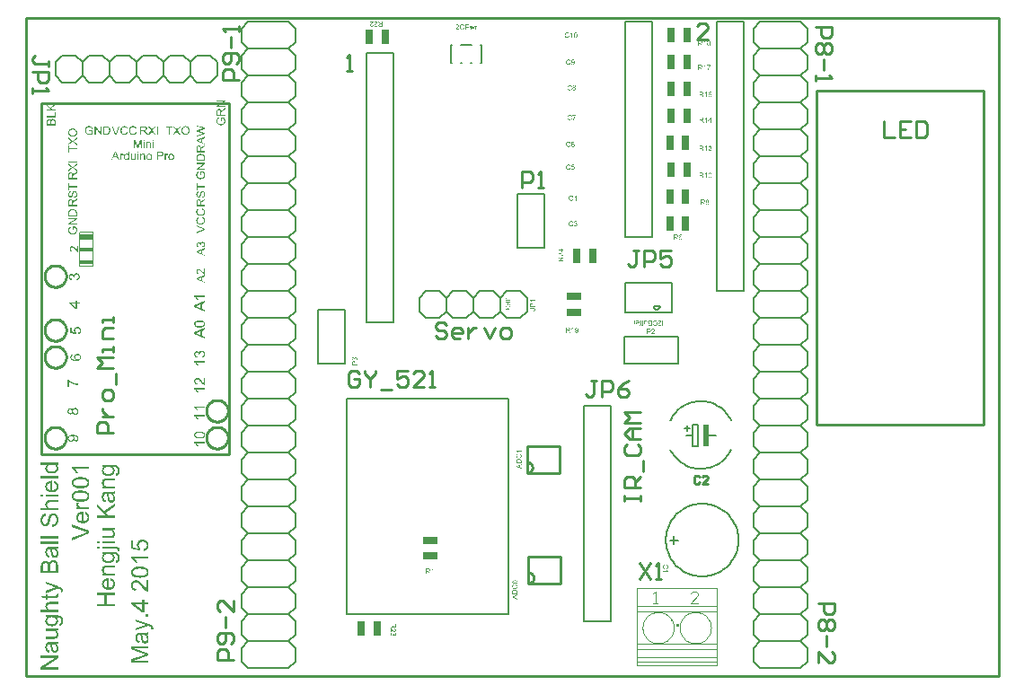
<source format=gto>
%FSTAX24Y24*%
%MOIN*%
%SFA1B1*%

%IPPOS*%
%ADD16C,0.010000*%
%ADD18R,0.001000X0.129300*%
%ADD19R,0.001000X0.001000*%
%ADD20R,0.001000X0.017000*%
%ADD21R,0.001000X0.016400*%
%ADD22R,0.001000X0.016300*%
%ADD23R,0.001000X0.000900*%
%ADD24R,0.001300X0.001000*%
%ADD25R,0.001300X0.017000*%
%ADD26R,0.001300X0.016400*%
%ADD27R,0.001300X0.016300*%
%ADD28R,0.001300X0.000900*%
%ADD29R,0.000900X0.001000*%
%ADD30R,0.000900X0.017000*%
%ADD31R,0.000900X0.016400*%
%ADD32R,0.000900X0.016300*%
%ADD33R,0.000900X0.000900*%
%ADD34R,0.000900X0.129300*%
%ADD52C,0.006000*%
%ADD53C,0.004000*%
%ADD54C,0.008000*%
%ADD55C,0.005000*%
%ADD56C,0.007900*%
%ADD57C,0.003400*%
%ADD58R,0.026000X0.055500*%
%ADD59R,0.025600X0.055500*%
%ADD60R,0.055500X0.026000*%
%ADD61R,0.055500X0.025600*%
%ADD62R,0.020000X0.080000*%
%ADD63R,0.025600X0.055500*%
%ADD64R,0.055500X0.025600*%
%LNshield2gen-1*%
%LPD*%
G36*
X034554Y017893D02*
D01*
X034553*
X034552*
X034551Y017892*
X034549*
X034548Y017891*
X034543Y01789*
X034538Y017888*
X034534Y017886*
X034529Y017883*
X034527Y017881*
X034525Y01788*
Y017879*
X034524Y017878*
X034522Y017876*
X034521Y017873*
X034519Y017869*
X034518Y017865*
X034517Y01786*
X034516Y017855*
Y017854*
Y017853*
Y017851*
X034517Y01785*
X034518Y017846*
X034519Y017841*
X034521Y017837*
X034524Y017832*
X034526Y01783*
X034528Y017827*
X034529Y017826*
X03453Y017825*
X034532Y017823*
X034536Y017822*
X03454Y017819*
X034545Y017817*
X03455Y017816*
X034553*
X034558*
X034559*
X03456*
X034562*
X034566Y017817*
X03457Y017818*
X034574Y01782*
X034579Y017823*
X034581Y017824*
X034583Y017826*
Y017827*
X034585Y017829*
X034586Y017831*
X034588Y017834*
X03459Y017838*
X034592Y017842*
X034593Y017847*
X034594Y017853*
Y017854*
Y017855*
Y017856*
X034593Y017858*
Y01786*
X034592Y017864*
Y017867*
X034591Y01787*
X034612Y017867*
X034611Y017866*
Y017865*
Y017864*
Y017863*
Y017862*
Y017861*
X034612Y017858*
Y017855*
X034613Y017851*
X034615Y017846*
X034616Y017841*
X034619Y017837*
X03462Y017836*
Y017835*
X034622Y017833*
X034625Y01783*
X034629Y017828*
X034633Y017826*
X034638Y017825*
X034641*
X034643Y017824*
X034644*
X034646Y017825*
X034648*
X034651*
X034654Y017827*
X034658Y017828*
X034662Y01783*
X034665Y017833*
Y017834*
X034666Y017835*
X034667Y017837*
X034669Y017839*
X034671Y017843*
X034672Y017847*
X034673Y017851*
X034674Y017856*
Y017857*
X034673Y017858*
Y017861*
Y017864*
X034671Y017868*
X03467Y017872*
X034668Y017875*
X034665Y017879*
X034664Y01788*
X034663Y017881*
X034661Y017882*
X034658Y017884*
X034655Y017886*
X03465Y017888*
X034645Y017889*
X034639Y017891*
X034643Y017914*
X034644*
X034646*
X034647Y017913*
X034649*
X034652Y017912*
X034654Y017911*
X034657Y01791*
X034662Y017908*
X034669Y017904*
X034674Y0179*
X034677Y017897*
X03468Y017895*
Y017894*
X034681Y017893*
X034682Y017892*
X034683Y01789*
X034684Y017889*
X034685Y017887*
X034687Y017884*
X034688Y017881*
X034689Y017879*
X034691Y017872*
X034692Y017865*
X034693Y017861*
Y017857*
Y017856*
Y017855*
Y017854*
Y017852*
Y017851*
X034692Y017847*
X034691Y017843*
X03469Y017838*
X034688Y017833*
X034686Y017828*
Y017827*
X034685Y017826*
Y017825*
X034683Y017823*
X034681Y01782*
X034679Y017817*
X034676Y017814*
X034672Y01781*
X034668Y017808*
X034667*
Y017807*
X034666Y017806*
X034663Y017805*
X03466Y017804*
X034657Y017802*
X034652Y017801*
X034648*
X034643Y0178*
X034641*
X034639Y017801*
X034636*
X034632Y017802*
X034628Y017803*
X034624Y017805*
X03462Y017807*
X034618Y017808*
X034617Y01781*
X034615Y017812*
X034612Y017815*
X034609Y017818*
X034606Y017822*
X034604Y017827*
Y017826*
Y017825*
X034603Y017824*
Y017823*
X034602Y017821*
X034601Y017817*
X034598Y017813*
X034595Y017809*
X034592Y017804*
X034588Y0178*
X034587*
X034586Y017799*
X034585*
X034584Y017798*
X034583Y017797*
X034579Y017795*
X034574Y017794*
X034569Y017792*
X034564Y017791*
X034557*
X034554*
X034553*
X03455*
X034548Y017792*
X034545*
X034542Y017793*
X034539Y017794*
X034535Y017795*
X034532Y017797*
X034528Y017799*
X034525Y017801*
X034521Y017803*
X034517Y017806*
X034514Y017809*
X034513Y01781*
Y017811*
X034511Y017812*
X03451Y017814*
X034509Y017816*
X034507Y017819*
X034506Y017822*
X034504Y017825*
X034502Y017829*
X034501Y017832*
X034499Y017837*
X034498Y017841*
X034497Y017845*
Y01785*
Y017855*
Y017856*
Y017857*
Y017858*
Y01786*
Y017862*
Y017864*
X034498Y017867*
X034499Y01787*
X034501Y017877*
X034502Y01788*
X034503Y017884*
X034505Y017888*
X034507Y017891*
X034509Y017894*
X034512Y017897*
Y017898*
X034513*
Y017899*
X034515Y0179*
X034516Y017902*
X034518Y017903*
X03452Y017904*
X034522Y017906*
X034525Y017908*
X034528Y017909*
X034531Y017911*
X034535Y017912*
X034539Y017914*
X034542Y017915*
X034546Y017916*
X034551Y017917*
X034554Y017893*
G37*
G36*
X04086Y032132D02*
X040906D01*
Y032109*
X04086*
Y032025*
X040839*
X040714Y032113*
Y032132*
X040839*
Y032159*
X04086*
Y032132*
G37*
G36*
X034692Y018165D02*
Y018164D01*
Y018163*
Y018162*
Y018161*
Y018158*
Y018156*
Y018153*
Y01815*
X034691Y018144*
X03469Y018138*
X034689Y018131*
X034688Y018128*
X034687Y018126*
Y018125*
X034686Y018124*
X034685Y018121*
X034683Y018118*
X03468Y018115*
X034677Y018111*
X034673Y018108*
X034669Y018104*
X034668*
X034667Y018103*
X034666*
X034664Y018102*
X03466Y0181*
X034656Y018099*
X034651Y018097*
X034645Y018096*
X034639*
X034637*
X034636*
X034634Y018097*
X034632*
X034627Y018098*
X034622Y018099*
X034616Y018102*
X034613Y018103*
X034611Y018105*
X034608Y018107*
X034605Y01811*
X034604*
Y018111*
X034603Y018112*
X034602Y018113*
X034601Y018115*
X034599Y018117*
X034597Y018119*
X034596Y018122*
X034595Y018125*
X034593Y018129*
X034592Y018132*
X03459Y018137*
X034589Y018141*
X034588Y018146*
X034587Y018151*
Y01815*
Y018149*
X034585Y018147*
X034584Y018145*
X034581Y01814*
X034579Y018138*
X034578Y018135*
X034577*
X034576Y018133*
X034574Y018131*
X034571Y018128*
X034567Y018125*
X034562Y018122*
X034557Y018118*
X034552Y018114*
X0345Y018081*
Y018113*
X03454Y018138*
X034541Y018139*
X034543Y01814*
X034544Y018141*
X034546Y018142*
X03455Y018145*
X034554Y018147*
X034558Y018151*
X034562Y018154*
X034566Y018156*
X034567Y018157*
Y018158*
X034569Y018159*
X034571Y018161*
X034573Y018163*
X034576Y018165*
X034577Y018167*
X034579Y018169*
Y01817*
X03458*
Y018171*
X034581Y018173*
X034582Y018175*
X034583Y018177*
X034584Y018181*
X034585Y018182*
Y018183*
Y018184*
Y018186*
Y018189*
Y018191*
Y018195*
Y018225*
X0345*
Y01825*
X034692*
Y018165*
G37*
G36*
X034505Y018069D02*
X034508D01*
X034511Y018068*
X034513*
X034516Y018067*
X034517Y018066*
X034518*
X034521Y018065*
X034524Y018063*
X034528Y01806*
X034532Y018058*
X034537Y018055*
X034542Y018051*
X034543Y01805*
X034544Y018049*
X034547Y018046*
X03455Y018043*
X034555Y018039*
X03456Y018033*
X034565Y018027*
X034571Y01802*
X034572Y018019*
X034574Y018017*
X034575Y018015*
X034578Y018012*
X03458Y01801*
X034583Y018006*
X034586Y018003*
X034592Y017996*
X034599Y017989*
X034602Y017986*
X034606Y017983*
X034609Y01798*
X034612Y017978*
Y017977*
X034613*
X034614Y017976*
X034616Y017975*
X034617Y017974*
X034621Y017972*
X034625Y01797*
X03463Y017968*
X034635Y017967*
X034638*
X034641*
X034643*
X034645*
X034648Y017968*
X034652Y017969*
X034656Y017971*
X03466Y017973*
X034664Y017977*
X034665Y017979*
X034667Y017981*
X034669Y017984*
X034671Y017988*
X034672Y017992*
X034673Y017997*
X034674Y018003*
Y018004*
Y018005*
X034673Y018006*
Y018007*
Y018009*
X034672Y018013*
X034671Y018017*
X034669Y018022*
X034667Y018026*
X034663Y01803*
Y018031*
X034662Y018032*
X034659Y018033*
X034656Y018035*
X034652Y018037*
X034647Y018039*
X034641Y01804*
X034635*
X034637Y018065*
X034638*
X034639*
X03464*
X034642Y018064*
X034644*
X034647Y018063*
X03465Y018062*
X034653Y018061*
X03466Y018059*
X034663Y018058*
X034666Y018056*
X03467Y018054*
X034673Y018052*
X034676Y018049*
X034679Y018046*
X03468Y018045*
X034681Y018043*
X034682Y018041*
X034683Y018039*
X034685Y018037*
X034686Y018034*
X034687Y018032*
X034688Y018028*
X03469Y018025*
X034691Y018021*
X034692Y018017*
Y018012*
X034693Y018008*
Y018003*
Y018002*
Y018001*
Y018*
Y017998*
X034692Y017996*
Y017993*
Y01799*
X034691Y017987*
X034689Y01798*
X034688Y017976*
X034687Y017972*
X034685Y017968*
X034683Y017965*
X03468Y017962*
X034678Y017959*
X034677Y017958*
X034676Y017957*
X034675Y017956*
X034673Y017955*
X034671Y017953*
X034669Y017952*
X034667Y01795*
X034664Y017949*
X034662Y017947*
X034655Y017945*
X034652Y017944*
X034648Y017943*
X034644*
X034639Y017942*
X034637*
X034635Y017943*
X034632*
X034629Y017944*
X034625*
X034621Y017945*
X034617Y017947*
X034616*
X034615Y017948*
X034613Y017949*
X03461Y017951*
X034606Y017953*
X034602Y017956*
X034598Y017959*
X034593Y017963*
X034592Y017964*
X034591Y017965*
X03459Y017966*
X034588Y017967*
X034587Y017969*
X034585Y017972*
X034582Y017974*
X03458Y017976*
X034577Y01798*
X034574Y017983*
X034571Y017987*
X034567Y01799*
X034564Y017995*
X03456Y017999*
X034559Y018*
X034558Y018001*
X034557Y018003*
X034555Y018004*
X034553Y018006*
X03455Y01801*
X034546Y018015*
X034542Y01802*
X03454Y018022*
X034538Y018024*
X034536Y018025*
X034535Y018026*
Y018027*
X034534*
X034533Y018029*
X034531Y01803*
X03453Y018032*
X034527Y018033*
X034523Y018037*
Y017942*
X0345*
Y018069*
X034503*
X034505*
G37*
G36*
X0229Y03205D02*
X022895D01*
X022891Y032051*
X022887*
X022883Y032052*
X022878Y032053*
X022873Y032055*
X022872*
X022871Y032056*
X022869Y032057*
X022865Y032058*
X02286Y032061*
X022853Y032065*
X022846Y032069*
X022839Y032074*
X022831Y032081*
X02283*
X022829Y032083*
X022827Y032084*
X022823Y032088*
X022817Y032094*
X02281Y032101*
X022802Y032109*
X022793Y03212*
X022783Y032132*
X022782*
X022781Y032134*
X022779Y032137*
X022776Y03214*
X022772Y032144*
X022768Y032149*
X022763Y032154*
X022758Y03216*
X022748Y032171*
X022736Y032183*
X022731Y032188*
X022725Y032193*
X02272Y032198*
X022715Y032202*
X022714*
X022713Y032203*
X022711Y032204*
X022709Y032206*
X022706Y032207*
X0227Y032211*
X022693Y032214*
X022685Y032217*
X022677Y032219*
X022672Y03222*
X022666*
X022665*
X02266Y032219*
X022655Y032218*
X022648Y032216*
X022642Y032213*
X022636Y032209*
X022629Y032203*
Y032202*
X022627Y0322*
X022625Y032197*
X022621Y032192*
X022618Y032185*
X022616Y032178*
X022614Y032169*
X022613Y03216*
Y032159*
Y032157*
X022614Y032155*
Y032153*
Y03215*
X022615Y032144*
X022618Y032137*
X02262Y032129*
X022625Y032121*
X02263Y032115*
X022631Y032114*
X022633Y032112*
X022637Y032109*
X022642Y032107*
X022649Y032103*
X022657Y0321*
X022666Y032099*
X022677Y032098*
X022673Y032058*
X022672*
X022671*
X022669*
X022665Y032059*
X022662Y03206*
X022658*
X022653Y032062*
X022648Y032063*
X022637Y032067*
X022631Y032069*
X022625Y032072*
X02262Y032076*
X022614Y032079*
X022609Y032083*
X022605Y032088*
X022604Y032089*
Y03209*
X022603Y032091*
X022601Y032093*
X022599Y032096*
X022597Y0321*
X022595Y032103*
X022593Y032108*
X022591Y032113*
X022589Y032118*
X022587Y032124*
X022585Y032131*
X022583Y032137*
X022582Y032145*
Y032152*
X022581Y032161*
Y032163*
Y032165*
X022582Y032168*
Y032172*
Y032177*
X022583Y032182*
X022584Y032187*
X022587Y032199*
X022589Y032204*
X022592Y032211*
X022595Y032217*
X022599Y032223*
X022602Y032228*
X022607Y032233*
Y032234*
X022608Y032235*
X022609Y032236*
X022611Y032238*
X022614Y03224*
X022617Y032242*
X02262Y032244*
X022624Y032247*
X022628Y032249*
X022633Y032252*
X022644Y032256*
X02265Y032258*
X022656Y032259*
X022663Y03226*
X02267*
X022673*
X022677*
X022682Y032259*
X022687Y032258*
X022694Y032257*
X0227Y032255*
X022707Y032252*
X022708*
X02271Y032251*
X022714Y032249*
X022719Y032246*
X022724Y032242*
X022731Y032238*
X022739Y032233*
X022746Y032226*
X022747*
X022748Y032224*
X02275Y032223*
X022752Y032221*
X022754Y032218*
X022757Y032216*
X02276Y032212*
X022764Y032208*
X022768Y032204*
X022773Y032199*
X022778Y032193*
X022784Y032187*
X022789Y032181*
X022795Y032173*
X022802Y032166*
X022803Y032164*
X022805Y032163*
X022806Y03216*
X022809Y032158*
X022812Y032154*
X022818Y032147*
X022824Y03214*
X022831Y032132*
X022834Y032129*
X022837Y032126*
X02284Y032123*
X022842Y032121*
X022843Y032119*
X022845Y032118*
X022848Y032115*
X022851Y032113*
X022855Y03211*
X022862Y032105*
Y032261*
X0229*
Y03205*
G37*
G36*
X022699Y033638D02*
X022703D01*
X022707*
X022711*
X022721Y033637*
X022732Y033635*
X022743Y033633*
X022754Y03363*
X022755*
X022757Y033629*
X022758Y033628*
X022761*
X022764Y033627*
X02277Y033624*
X022777Y033621*
X022785Y033618*
X022793Y033613*
X0228Y033609*
X022801Y033608*
X022803Y033606*
X022806Y033604*
X02281Y0336*
X022815Y033596*
X02282Y033591*
X022824Y033585*
X022829Y033579*
Y033578*
X022831Y033576*
X022833Y033573*
X022835Y033569*
X022837Y033563*
X02284Y033557*
X022843Y033549*
X022845Y033541*
Y03354*
Y033539*
Y033538*
X022846Y033535*
Y033533*
X022847Y033527*
X022848Y033519*
X022849Y033511*
X02285Y033501*
Y03349*
Y033376*
X022532*
Y033486*
Y033487*
Y033489*
Y033492*
Y033495*
X022533Y033498*
Y033506*
X022534Y033515*
Y033525*
X022536Y033534*
X022537Y033542*
X022538Y033543*
Y033545*
X022539Y033546*
Y033549*
X02254Y033552*
X022542Y033558*
X022546Y033565*
X022549Y033573*
X022554Y033581*
X02256Y033588*
Y033589*
X022561Y03359*
X022562Y033591*
X022564Y033592*
X022566Y033595*
X022568Y033597*
X022571Y0336*
X022575Y033602*
X022582Y033609*
X022592Y033615*
X022602Y033621*
X022614Y033626*
X022615*
X022616*
X022617Y033627*
X02262Y033628*
X022623Y033629*
X022627Y03363*
X022631Y033631*
X022636Y033633*
X022641*
X022647Y033635*
X022653Y033636*
X02266Y033637*
X022674Y033638*
X02269Y033639*
X022696*
X022699Y033638*
G37*
G36*
X040906Y031881D02*
X040903D01*
X040901*
X040899*
X040896Y031882*
X040893Y031883*
X04089*
Y031884*
X040889*
X040888Y031885*
X040885*
X040882Y031887*
X040878Y03189*
X040874Y031892*
X040869Y031895*
X040865Y031899*
X040864*
X040863Y0319*
X040862Y031901*
X04086Y031904*
X040856Y031907*
X040852Y031911*
X040847Y031916*
X040841Y031923*
X040835Y03193*
X040834Y031931*
X040833Y031933*
X040831Y031935*
X040829Y031937*
X040826Y031941*
X040824Y031944*
X040821Y031947*
X040814Y031954*
X040807Y031961*
X040804Y031964*
X040801Y031967*
X040798Y03197*
X040795Y031972*
X040794*
Y031973*
X040793*
X040792Y031974*
X040791Y031975*
X040789Y031976*
X040785Y031978*
X040781Y03198*
X040776Y031982*
X040771Y031983*
X040769*
X040765*
X040764*
X040761*
X040758Y031982*
X040754Y031981*
X04075Y031979*
X040746Y031977*
X040743Y031973*
X040742*
X040741Y031971*
X04074Y031969*
X040738Y031966*
X040736Y031962*
X040734Y031958*
X040733Y031953*
Y031947*
Y031946*
Y031945*
Y031944*
Y031943*
Y031941*
X040734Y031937*
X040735Y031933*
X040737Y031928*
X04074Y031924*
X040743Y03192*
X040744Y031919*
X040745Y031918*
X040747Y031916*
X04075Y031915*
X040755Y031913*
X040759Y031911*
X040765Y03191*
X040771Y031909*
X040769Y031885*
X040768*
X040766*
X040764Y031886*
X040762*
X04076Y031887*
X040757Y031888*
X040754*
X040747Y031891*
X040743Y031892*
X04074Y031894*
X040737Y031896*
X040733Y031898*
X04073Y031901*
X040728Y031904*
X040727*
X040726Y031906*
X040725Y031907*
X040724Y031909*
X040723Y031911*
X040722Y031913*
X04072Y031916*
X040719Y031918*
X040718Y031922*
X040717Y031925*
X040716Y031929*
X040715Y031933*
X040714Y031938*
Y031943*
X040713Y031948*
Y031949*
Y03195*
X040714Y031952*
Y031955*
Y031957*
X040715Y03196*
Y031964*
X040717Y031971*
X040718Y031974*
X04072Y031978*
X040722Y031981*
X040724Y031985*
X040726Y031988*
X040729Y031992*
X04073*
Y031993*
X040732Y031994*
X040733Y031995*
X040735Y031997*
X040737Y031998*
X040739Y032*
X040742Y032001*
X040745Y032002*
X040751Y032005*
X040755Y032006*
X040759Y032007*
X040763Y032008*
X040767*
X040769*
X040771*
X040774Y032007*
X040777Y032006*
X040781*
X040785Y032004*
X04079Y032003*
X040792Y032002*
X040794Y032001*
X040797Y031999*
X0408Y031997*
X040804Y031994*
X040809Y031991*
X040813Y031987*
X040814*
Y031986*
X040815Y031985*
X040817Y031984*
X040818Y031983*
X04082Y031981*
X040822Y031978*
X040824Y031976*
X040827Y031974*
X04083Y031971*
X040833Y031967*
X040836Y031964*
X040839Y03196*
X040843Y031955*
X040847Y031951*
X040848Y03195*
X040849Y031949*
X04085Y031947*
X040851Y031946*
X040853Y031944*
X040857Y031939*
X040861Y031935*
X040865Y03193*
X040866Y031928*
X040868Y031927*
X04087Y031925*
X040871Y031923*
X040872*
X040873Y031922*
X040875Y03192*
X040877Y031918*
X040879Y031917*
X040884Y031913*
Y032008*
X040906*
Y031881*
G37*
G36*
Y031837D02*
X040867Y031812D01*
X040866*
Y031811*
X040865*
X040864Y03181*
X040862Y031809*
X040861Y031808*
X040857Y031806*
X040853Y031802*
X040848Y031799*
X040844Y031797*
X04084Y031793*
X040839Y031792*
X040837Y031791*
X040835Y031789*
X040833Y031787*
X040831Y031785*
X040829Y031783*
X040827Y031781*
Y03178*
Y031779*
X040826*
X040825Y031777*
X040824Y031775*
Y031773*
X040822Y031769*
Y031768*
Y031767*
Y031766*
X040821Y031764*
Y031761*
Y031758*
Y031755*
Y031725*
X040906*
Y0317*
X040714*
Y031785*
Y031786*
Y031788*
Y03179*
Y031792*
Y031794*
X040715Y031797*
Y0318*
Y031806*
X040716Y031813*
X040718Y031819*
Y031822*
X040719Y031824*
Y031825*
X04072*
Y031827*
X040722Y031829*
X040724Y031832*
X040726Y031835*
X040729Y031839*
X040733Y031843*
X040738Y031846*
X040739*
X04074Y031847*
X040743Y031848*
X040746Y03185*
X040751Y031851*
X040756Y031853*
X040761*
X040767Y031854*
X040769*
X04077Y031853*
X040772*
X040774*
X040779Y031852*
X040784Y031851*
X04079Y031848*
X040793Y031847*
X040796Y031845*
X040799Y031843*
X040801Y031841*
X040802Y03184*
X040803Y031839*
X040804Y031838*
X040805Y031837*
X040806Y031835*
X040807Y031833*
X040809Y03183*
X04081Y031828*
X040812Y031825*
X040813Y031821*
X040815Y031818*
X040816Y031813*
X040817Y031809*
X040818Y031804*
X040819Y031799*
Y0318*
X04082Y031801*
X040821Y031803*
X040822Y031805*
X040825Y03181*
X040827Y031813*
X040829Y031815*
X040831Y031817*
X040833Y031819*
X040836Y031822*
X040839Y031825*
X040844Y031828*
X040849Y031832*
X040854Y031836*
X040906Y031869*
Y031837*
G37*
G36*
X044083Y029192D02*
X044088D01*
X044093*
X044097Y029191*
X044102Y02919*
X044103*
X044104*
X044106Y029189*
X04411Y029188*
X044113Y029187*
X044117Y029186*
X044121Y029183*
X044125Y029181*
X044127Y02918*
X044128Y029179*
X044131Y029176*
X044133Y029174*
X044136Y029171*
X044138Y029167*
X044141Y029163*
Y029162*
X044142Y029161*
Y029158*
X044144Y029155*
X044145Y029151*
Y029146*
X044146Y029142*
Y029137*
Y029136*
Y029135*
Y029134*
Y029132*
Y02913*
Y029128*
X044145Y029125*
Y029122*
X044143Y029116*
X044142Y029112*
X04414Y029109*
X044138Y029105*
X044136Y029102*
X044134Y029098*
X044131Y029095*
X04413Y029094*
X044129Y029093*
X044128Y029092*
X044126Y029091*
X044124Y02909*
X044121Y029088*
X044118Y029086*
X044114Y029085*
X04411Y029083*
X044106Y029082*
X0441Y029081*
X044095Y029079*
X044089*
X044082Y029078*
X044075*
X044026*
Y029*
X044*
Y029192*
X044079*
X044083*
G37*
G36*
X033198Y028145D02*
X0332D01*
X033202Y028144*
X033205*
X033208Y028143*
X033211Y028142*
X033215Y028141*
X033218Y028139*
X033222Y028138*
X033226Y028135*
X033229Y028133*
X033233Y02813*
X033236Y028127*
Y028126*
X033237*
X033238Y028125*
X033239Y028124*
X03324Y028122*
X033242Y028119*
X033243Y028117*
X033245Y028114*
X033246Y028111*
X033248Y028108*
X033249Y028104*
X033251Y0281*
X033252Y028095*
Y028091*
X033253Y028086*
Y02808*
Y028078*
Y028076*
Y028074*
X033252Y028072*
Y028069*
X033251Y028066*
X033249Y028059*
X033248Y028056*
X033247Y028052*
X033245Y028049*
X033243Y028045*
X033241Y028042*
X033238Y028038*
X033237Y028037*
X033235Y028036*
X033234Y028035*
X033232Y028033*
X03323Y028031*
X033228Y02803*
X033225Y028028*
X033222Y028026*
X033219Y028025*
X033215Y028024*
X033212Y028022*
X033208Y028021*
X033203Y02802*
X033199Y028019*
X033196Y028043*
X033197*
X033198*
X033199Y028044*
X033201*
X033203Y028045*
X033207Y028046*
X033212Y028048*
X033217Y02805*
X033221Y028053*
X033223Y028055*
X033225Y028056*
Y028057*
X033226Y028058*
X033228Y02806*
X033229Y028063*
X033231Y028067*
X033232Y028071*
X033233Y028075*
X033234Y02808*
Y028081*
Y028082*
X033233Y028083*
Y028085*
Y028087*
X033232Y02809*
X033231Y028095*
X033229Y0281*
X033226Y028104*
X033224Y028107*
X033222Y028109*
X033221Y02811*
X03322*
X033218Y028112*
X033214Y028115*
X03321Y028117*
X033205Y028119*
X0332Y02812*
X033197*
X033192*
X033191*
X03319*
X033188*
X033184Y028119*
X03318Y028118*
X033175Y028116*
X033171Y028113*
X033169Y028112*
X033167Y02811*
X033166Y028109*
X033165Y028108*
X033164Y028105*
X033162Y028102*
X03316Y028098*
X033158Y028094*
X033157Y028089*
X033156Y028082*
Y028081*
Y02808*
X033157Y028078*
Y028075*
Y028073*
X033158Y028069*
X033159Y028066*
X033138Y028068*
Y028069*
Y02807*
X033139Y028071*
Y028072*
Y028073*
Y028074*
X033138Y028075*
Y028078*
Y028081*
X033137Y028085*
X033135Y02809*
X033133Y028095*
X033131Y028099*
Y0281*
X033129Y028101*
X033128Y028103*
X033125Y028105*
X033122Y028108*
X033117Y02811*
X033112Y028111*
X03311*
X033107Y028112*
X033106*
X033104Y028111*
X033102*
X033099Y02811*
X033096Y028109*
X033092Y028108*
X033089Y028105*
X033085Y028103*
Y028102*
X033084Y028101*
X033082Y028099*
X033081Y028096*
X033079Y028093*
X033078Y028089*
X033077Y028085*
Y02808*
Y028079*
Y028078*
Y028075*
Y028072*
X033079Y028068*
X03308Y028064*
X033082Y028061*
X033085Y028057*
X033086Y028056*
X033087Y028055*
X033089Y028054*
X033092Y028052*
X033095Y02805*
X0331Y028048*
X033105Y028047*
X033111Y028045*
X033107Y028022*
X033106*
X033105*
X033103Y028023*
X033101*
X033098Y028024*
X033096Y028025*
X033093Y028026*
X033087Y028029*
X033082Y028032*
X033075Y028036*
X033073Y028038*
X03307Y028041*
Y028042*
X033069Y028043*
X033068Y028044*
X033067Y028045*
X033066Y028047*
X033065Y028049*
X033063Y028052*
Y028054*
X033061Y028057*
X033059Y028064*
X033057Y028071*
Y028075*
Y02808*
Y028081*
Y028082*
Y028084*
Y028085*
X033058Y028089*
X033059Y028094*
X03306Y028098*
X033061Y028103*
X033064Y028108*
Y028109*
Y02811*
X033065*
X033066Y028113*
X033068Y028116*
X033071Y028119*
X033075Y028122*
X033078Y028126*
X033082Y028128*
X033083Y028129*
X033084Y02813*
X033087Y028131*
X03309Y028132*
X033094Y028133*
X033098Y028135*
X033102*
X033107Y028136*
X033109*
X033112Y028135*
X033115*
X033118Y028134*
X033122Y028133*
X033126Y028131*
X03313Y028129*
X033131Y028128*
X033133Y028126*
X033135Y028124*
X033138Y028121*
X033141Y028118*
X033143Y028114*
X033146Y028109*
Y02811*
X033147Y028111*
Y028112*
Y028114*
X033148Y028115*
X033149Y028119*
X033152Y028123*
X033155Y028128*
X033158Y028132*
X033163Y028136*
X033164Y028137*
X033165*
X033166Y028138*
X033167Y028139*
X033171Y02814*
X033175Y028142*
X033181Y028144*
X033187Y028145*
X033193*
X033196*
X033198*
G37*
G36*
X044543Y029499D02*
D01*
Y029497*
X044542Y029495*
Y029492*
Y02949*
X044541Y029487*
X04454Y029484*
Y029483*
X044539*
Y029481*
X044538Y029479*
X044536Y029476*
X044534Y029472*
X044531Y029467*
X044528Y029463*
X044524Y029458*
X044523Y029457*
Y029456*
X04452Y029453*
X044517Y02945*
X044512Y029446*
X044507Y029441*
X044501Y029435*
X044493Y029429*
X044492Y029428*
X04449Y029427*
X044489Y029425*
X044486Y029423*
X044483Y02942*
X04448Y029417*
X044476Y029414*
X044469Y029408*
X044462Y029401*
X044459Y029397*
X044456Y029394*
X044454Y029391*
X044451Y029388*
X04445Y029387*
Y029386*
X044449Y029384*
X044448Y029383*
X044446Y029379*
X044443Y029375*
X044442Y02937*
X04444Y029365*
Y029362*
Y02936*
Y029359*
Y029358*
Y029355*
X044441Y029351*
X044443Y029348*
X044444Y029344*
X044447Y02934*
X04445Y029336*
X044451*
X044452Y029335*
X044454Y029333*
X044457Y029331*
X044461Y02933*
X044465Y029328*
X044471Y029327*
X044476*
X044478*
X044479*
X044481*
X044482*
X044486Y029328*
X04449Y029329*
X044495Y029331*
X0445Y029333*
X044504Y029337*
X044505Y029339*
X044507Y029341*
X044509Y029344*
X044511Y029348*
X044513Y029353*
X044514Y029358*
Y029365*
X044538Y029362*
Y029361*
Y02936*
Y029358*
X044537Y029356*
Y029353*
X044536Y02935*
X044535Y029347*
X044533Y029341*
X044531Y029337*
X04453Y029334*
X044528Y02933*
X044525Y029327*
X044523Y029324*
X04452Y029321*
X044519*
X044518Y02932*
X044517Y029319*
X044515Y029318*
X044513Y029317*
X044511Y029316*
X044508Y029314*
X044505Y029313*
X044502Y029311*
X044498Y02931*
X044494Y029309*
X04449Y029308*
X044486Y029307*
X044481*
X044476*
X044473*
X044472*
X044469*
X044466Y029308*
X044463*
X04446Y029309*
X044453Y029311*
X04445Y029312*
X044446Y029313*
X044442Y029315*
X044439Y029318*
X044435Y02932*
X044432Y029323*
X044431*
X04443Y029324*
X044429Y029325*
X044428Y029327*
X044427Y029328*
X044426Y02933*
X044424Y029333*
X044422Y029335*
X044421Y029339*
X044418Y029345*
X044417Y029348*
X044416Y029352*
Y029356*
Y02936*
Y029361*
Y029362*
Y029365*
Y029368*
X044417Y029371*
X044418Y029375*
X044419Y029379*
X04442Y029383*
X044421Y029384*
X044422Y029385*
Y029388*
X044424Y02939*
X044426Y029394*
X044429Y029398*
X044433Y029402*
X044436Y029407*
X044437*
Y029408*
X044438Y029409*
X04444Y02941*
X044441Y029412*
X044443Y029413*
X044445Y029416*
X044447Y029418*
X04445Y02942*
X044453Y029423*
X044456Y029426*
X04446Y02943*
X044464Y029433*
X044468Y029437*
X044473Y029441*
X044474*
X044475Y029442*
X044476Y029443*
X044478Y029445*
X04448Y029446*
X044484Y02945*
X044489Y029454*
X044493Y029458*
X044495Y02946*
X044497Y029462*
X044499Y029464*
X0445Y029465*
X044501Y029466*
X044502Y029467*
X044503Y029469*
X044505Y029471*
X044507Y029473*
X04451Y029477*
X044415*
Y0295*
X044543*
Y029499*
G37*
G36*
X044237Y029193D02*
X04424D01*
X044243Y029192*
X044246*
X044249Y029191*
X044256Y029189*
X044259Y029188*
X044263Y029186*
X044267Y029185*
X04427Y029183*
X044274Y02918*
X044277Y029177*
X044278*
Y029176*
X044279Y029175*
X044281Y029173*
X044282Y029172*
X044283Y029169*
X044285Y029167*
X044286Y029165*
X044288Y029162*
X04429Y029155*
X044292Y029151*
Y029148*
X044293Y029144*
Y029139*
Y029137*
Y029135*
X044292Y029132*
Y029129*
X044291Y029125*
X04429Y029121*
X044288Y029117*
Y029116*
X044287Y029115*
X044286Y029113*
X044285Y02911*
X044282Y029106*
X044279Y029102*
X044276Y029098*
X044272Y029093*
X044271Y029092*
Y029091*
X044269Y02909*
X044268Y029088*
X044266Y029086*
X044264Y029084*
X044261Y029082*
X044259Y02908*
X044256Y029077*
X044253Y029074*
X044249Y02907*
X044245Y029067*
X04424Y029063*
X044236Y02906*
Y029059*
X044235*
X044234Y029058*
X044233Y029057*
X044231Y029055*
X044229Y029053*
X044225Y02905*
X04422Y029046*
X044215Y029042*
X044214Y02904*
X044212Y029038*
X04421Y029037*
X044209Y029035*
X044208*
Y029034*
X044207Y029033*
X044205Y029031*
X044204Y02903*
X044202Y029027*
X044199Y029023*
X044293*
Y029*
X044166*
Y029002*
Y029003*
Y029005*
Y029008*
X044167Y029011*
X044168Y029013*
X044169Y029016*
Y029017*
Y029018*
X04417*
X044171Y029021*
X044173Y029024*
X044175Y029028*
X044177Y029032*
X04418Y029037*
X044184Y029042*
X044185*
X044186Y029043*
Y029044*
X044189Y029047*
X044192Y02905*
X044197Y029055*
X044202Y02906*
X044208Y029065*
X044215Y029071*
X044216Y029072*
X044218Y029074*
X04422Y029075*
X044223Y029077*
X044226Y02908*
X044229Y029083*
X044232Y029086*
X044239Y029092*
X044246Y029099*
X04425Y029102*
X044253Y029106*
X044255Y029109*
X044257Y029112*
X044258*
Y029113*
X044259Y029114*
X04426Y029116*
X044261Y029117*
X044263Y029121*
X044265Y029125*
X044267Y02913*
X044268Y029135*
X044269Y029138*
Y02914*
Y029141*
X044268Y029142*
Y029145*
Y029148*
X044266Y029152*
X044264Y029156*
X044262Y02916*
X044258Y029164*
X044257Y029165*
X044254Y029167*
X044251Y029169*
X044248Y02917*
X044243Y029172*
X044238Y029173*
X044232Y029174*
X04423*
X044229Y029173*
X044228*
X044226*
X044222Y029172*
X044218Y029171*
X044214Y029169*
X044209Y029167*
X044205Y029163*
X044204Y029162*
X044202Y029159*
X0442Y029156*
X044198Y029152*
X044196Y029147*
X044195Y029141*
Y029135*
X04417Y029137*
Y029138*
X044171Y029139*
Y02914*
Y029142*
X044172Y029144*
Y029147*
X044173Y02915*
X044174Y029153*
X044176Y02916*
X044177Y029163*
X044179Y029166*
X044181Y02917*
X044184Y029173*
X044186Y029176*
X044189Y029179*
X04419*
X044191Y02918*
X044192Y029181*
X044194Y029182*
X044196Y029183*
X044198Y029185*
X044201Y029186*
X044204Y029187*
X044207Y029188*
X044211Y02919*
X044215Y029191*
X044219Y029192*
X044223Y029193*
X044228*
X044233*
X044236*
X044237*
G37*
G36*
X041273Y02905D02*
X041249D01*
Y0292*
X041248Y029199*
X041246Y029197*
X041244Y029195*
X04124Y029193*
X041236Y02919*
X041232Y029187*
X041227Y029184*
X041226Y029183*
X041225*
X041222Y029181*
X041219Y029179*
X041215Y029177*
X041211Y029176*
X041206Y029174*
X041202Y029172*
Y029195*
X041203*
X041204Y029196*
X041206Y029197*
X041207*
X041209Y029199*
X041214Y029201*
X041219Y029204*
X041225Y029208*
X041231Y029213*
X041237Y029217*
Y029218*
X041238*
X041239Y02922*
X041242Y029222*
X041245Y029225*
X041248Y029229*
X041252Y029234*
X041255Y029238*
X041258Y029243*
X041273*
Y02905*
G37*
G36*
X041092Y029242D02*
X041094D01*
X041097*
X0411Y029241*
X041106*
X041112Y02924*
X041119Y029239*
X041122Y029238*
X041124Y029237*
X041125*
X041126Y029236*
X041129Y029235*
X041132Y029233*
X041136Y02923*
X041139Y029227*
X041143Y029223*
X041146Y029218*
Y029217*
X041147Y029216*
X041148Y029214*
X04115Y02921*
X041151Y029206*
X041153Y029201*
Y029195*
X041154Y02919*
Y029189*
Y029188*
X041153Y029186*
Y029184*
Y029182*
X041152Y029177*
X04115Y029172*
X041148Y029166*
X041147Y029163*
X041145Y02916*
X041143Y029158*
X04114Y029155*
X041139Y029154*
X041138Y029153*
X041136Y029152*
X041135Y029151*
X041133Y029149*
X04113Y029148*
X041128Y029146*
X041125Y029144*
X041121Y029143*
X041118Y029141*
X041114Y02914*
X041109Y029139*
X041104Y029138*
X0411Y029137*
X041101*
X041103Y029135*
X041105Y029134*
X04111Y029131*
X041112Y029129*
X041115Y029128*
Y029127*
X041117Y029126*
X041119Y029123*
X041122Y029121*
X041125Y029117*
X041129Y029113*
X041132Y029107*
X041136Y029102*
X041169Y02905*
X041137*
X041112Y02909*
X041111*
Y029091*
X04111Y029093*
X041109Y029094*
X041108Y029096*
X041105Y0291*
X041102Y029104*
X0411Y029108*
X041097Y029112*
X041094Y029116*
X041093*
X041092Y029118*
X041091Y029119*
X041089Y029121*
X041087Y029123*
X041085Y029125*
X041083Y029127*
X04108Y029129*
Y02913*
X041079*
X041077Y029131*
X041075Y029132*
X041073Y029133*
X041069Y029134*
X041068Y029135*
X041067*
X041066*
X041064*
X041061*
X041059*
X041026*
Y02905*
X041*
Y029242*
X04109*
X041092*
G37*
G36*
X033117Y027996D02*
X03312D01*
X033122*
X033125Y027995*
X033128Y027994*
X033135Y027993*
X033138Y027991*
X033141Y02799*
X033145Y027988*
X033148Y027986*
X033152Y027984*
X033155Y027981*
Y02798*
X033156*
Y027979*
X033158Y027978*
X033159Y027976*
X03316Y027974*
X033162Y027971*
X033163Y027968*
X033165Y027964*
X033166Y02796*
X033168Y027956*
X033169Y02795*
X03317Y027945*
X033171Y027938*
X033172Y027932*
Y027924*
Y027875*
X03325*
Y02785*
X033058*
Y027922*
Y027923*
Y027924*
Y027926*
Y027927*
Y027929*
Y027933*
Y027938*
X033059Y027943*
Y027947*
X03306Y027952*
Y027953*
Y027954*
X033061Y027957*
X033062Y02796*
X033063Y027964*
X033064Y027967*
X033066Y027971*
X033069Y027975*
X03307Y027977*
X033071Y027978*
X033073Y02798*
X033076Y027983*
X033079Y027986*
X033083Y027988*
X033087Y027991*
X033088*
X033089*
X033092Y027992*
X033095Y027994*
X033099*
X033103Y027996*
X033108*
X033114*
X033116*
X033117*
G37*
G36*
X041397Y029243D02*
X041399D01*
X0414Y029242*
X041405*
X04141Y029241*
X041416Y029239*
X041422Y029236*
X041428Y029233*
X041429Y029232*
X04143*
X041431Y029231*
X041433Y029228*
X041437Y029225*
X041441Y029221*
X041445Y029216*
X041448Y029211*
X041452Y029204*
Y029203*
Y029202*
X041453Y0292*
Y029199*
X041454Y029196*
X041455Y029193*
X041456Y02919*
Y029186*
X041457Y029183*
X041458Y029178*
X041459Y029173*
Y029168*
Y029162*
X04146Y029156*
Y02915*
Y029149*
Y029148*
Y029146*
Y029144*
X041459Y029141*
Y029137*
Y029133*
Y029129*
X041458Y029124*
Y02912*
X041456Y029109*
X041455Y0291*
X041453Y029095*
X041452Y029091*
Y02909*
X041451Y029089*
X04145Y029088*
X041449Y029086*
X041448Y029084*
X041446Y029079*
X041442Y029074*
X041438Y029068*
X041434Y029063*
X041428Y029058*
X041427*
X041426Y029057*
X041425Y029056*
X041424*
X041422Y029055*
X04142Y029053*
X041417*
X041412Y02905*
X041406Y029049*
X041399Y029047*
X041395*
X041391*
X041389*
X041387*
X041385*
X041383Y029048*
X041381*
X041378*
X041372Y02905*
X041366Y029052*
X041363Y029053*
X04136Y029055*
X041357Y029057*
X041354Y029059*
Y02906*
X041353*
X041352Y029062*
X04135Y029063*
X041349Y029065*
X041348Y029066*
X041347Y029068*
X041345Y029071*
X041343Y029073*
X041342Y029076*
X041341Y029079*
X04134Y029083*
X041339Y029086*
X041338Y02909*
X041337Y029095*
X04136Y029096*
Y029095*
Y029094*
X041361Y029091*
X041362Y029088*
X041364Y029083*
X041365Y02908*
X041368Y029076*
X041371Y029073*
X041372Y029072*
X041374Y029071*
X041376Y02907*
X041379Y029069*
X041383Y029067*
X041387*
X041392Y029066*
X041393*
X041395Y029067*
X041398*
X041401*
X041404Y029068*
X041407Y029069*
X04141Y029071*
X041411*
X041412Y029072*
X041413Y029073*
X041415Y029074*
X041417Y029076*
X04142Y029079*
X041422Y029081*
X041424Y029084*
Y029085*
X041425Y029086*
X041426Y029088*
X041427Y02909*
X041428Y029093*
X04143Y029097*
X041431Y029102*
X041433Y029107*
Y029108*
Y029109*
X041434Y029111*
Y029112*
Y029116*
X041435Y02912*
X041436Y029125*
Y02913*
Y029136*
Y029137*
Y029139*
Y029141*
Y02914*
X041435Y029139*
X041433Y029137*
X041431Y029134*
X041428Y029131*
X041425Y029128*
X041421Y029125*
X041417Y029122*
X041416*
Y029121*
X041414*
X041412Y02912*
X041409Y029119*
X041405Y029118*
X0414Y029116*
X041396*
X04139Y029115*
X041388*
X041386Y029116*
X041384*
X041382*
X041379Y029117*
X041376Y029118*
X041373*
X04137Y02912*
X041367Y029121*
X041363Y029123*
X04136Y029125*
X041357Y029127*
X041353Y02913*
X04135Y029132*
Y029133*
X041349*
Y029134*
X041347Y029136*
X041346Y029137*
X041345Y029139*
X041343Y029142*
X041342Y029145*
X04134Y029148*
X041339Y029151*
X041337Y029155*
X041336Y029159*
X041335Y029163*
X041334Y029168*
Y029173*
X041333Y029178*
Y029179*
Y029181*
X041334Y029183*
Y029185*
X041335Y029188*
Y029192*
X041336Y029195*
X041338Y029202*
X041339Y029206*
X041341Y02921*
X041343Y029214*
X041345Y029218*
X041347Y029221*
X04135Y029225*
X041351*
Y029226*
X041352Y029227*
X041354Y029228*
X041355Y029229*
X041357Y029231*
X04136Y029232*
X041363Y029234*
X041365Y029236*
X041369Y029237*
X041372Y029239*
X041376Y02924*
X04138Y029241*
X041385Y029242*
X041389Y029243*
X041394*
X041396*
X041397*
G37*
G36*
X02257Y035897D02*
X02285D01*
Y035854*
X02257*
Y03575*
X022532*
Y036001*
X02257*
Y035897*
G37*
G36*
X026584Y036566D02*
X026703Y0364D01*
X026651*
X026571Y036513*
Y036514*
X02657Y036515*
X026569Y036517*
X026567Y036519*
X026565Y036522*
X026563Y036526*
X026558Y036533*
Y036532*
X026556Y03653*
X026555Y036527*
X026552Y036524*
X026547Y036516*
X026545Y036513*
X026543Y03651*
X026463Y0364*
X026412*
X026535Y036565*
X026427Y036718*
X026477*
X026535Y036636*
X026536Y036635*
X026537Y036634*
X026538Y036632*
X026541Y036628*
X026545Y036622*
X026549Y036616*
X026553Y036609*
X026557Y036603*
X02656Y036597*
X026561Y036598*
X026562Y0366*
X026564Y036604*
X026567Y036608*
X026571Y036614*
X026575Y03662*
X02658Y036626*
X026585Y036633*
X026648Y036718*
X026694*
X026584Y036566*
G37*
G36*
X0227Y036631D02*
X022704D01*
X022709*
X022715Y03663*
X022721Y036629*
X022727Y036628*
X022734Y036626*
X022749Y036623*
X022764Y036618*
X022771Y036615*
X022779Y036612*
Y036611*
X02278*
X022782Y036609*
X022785Y036608*
X022788Y036606*
X022792Y036604*
X022795Y036601*
X0228Y036597*
X022805Y036594*
X022809Y03659*
X022819Y03658*
X022828Y036569*
X022832Y036563*
X022836Y036556*
X022837Y036555*
X022838Y036552*
X022839Y03655*
X02284Y036547*
X022842Y036543*
X022844Y036538*
X022845Y036533*
X022848Y036528*
X022849Y036522*
X022852Y036509*
X022855Y036495*
Y036487*
Y036479*
Y036477*
Y036475*
Y036472*
Y036468*
X022854Y036463*
Y036458*
X022852Y036453*
X02285Y03644*
X022846Y036426*
X022844Y036419*
X022841Y036413*
X022838Y036406*
X022834Y036399*
X022833*
Y036398*
X022832Y036396*
X02283Y036393*
X022828Y036391*
X022825Y036387*
X022822Y036384*
X022819Y036379*
X022814Y036375*
X02281Y036371*
X022805Y036366*
X0228Y036362*
X022788Y036353*
X022775Y036346*
X022774*
X022773Y036345*
X022771Y036344*
X022768Y036343*
X022765Y036342*
X022761Y03634*
X022756Y036339*
X022751Y036337*
X022745Y036335*
X022739Y036334*
X022726Y036331*
X022711Y036329*
X022703Y036328*
X022696*
X022692*
X022688*
X022682Y036329*
X022676*
X022668Y03633*
X02266Y036332*
X022651Y036333*
X022641Y036335*
X022631Y036338*
X02262Y036341*
X02261Y036346*
X0226Y036351*
X02259Y036356*
X022581Y036362*
X022572Y03637*
X02257Y036372*
X022568Y036374*
X022565Y036378*
X022562Y036382*
X022558Y036387*
X022554Y036393*
X022549Y0364*
X022545Y036407*
X022541Y036415*
X022537Y036424*
X022534Y036434*
X022531Y036445*
X022529Y036456*
X022527Y036467*
Y03648*
Y036482*
Y036484*
Y036487*
X022528Y036491*
Y036495*
X022529Y0365*
X02253Y036506*
X022532Y036518*
X022536Y036531*
X022538Y036538*
X022541Y036545*
X022544Y036552*
X022548Y036559*
X022549*
Y03656*
X02255Y036562*
X022552Y036564*
X022554Y036567*
X022557Y036571*
X02256Y036575*
X022563Y036579*
X022567Y036583*
X022572Y036588*
X022577Y036592*
X022582Y036597*
X022587Y036601*
X022594Y036605*
X022607Y036613*
X022608Y036614*
X02261*
X022613Y036616*
X022617Y036617*
X022621Y036619*
X022626Y03662*
X022632Y036622*
X022637Y036624*
X022644Y036626*
X022651Y036627*
X022658Y036628*
X022674Y036631*
X022683*
X022696*
X0227*
G37*
G36*
X02285Y036251D02*
X022737Y036171D01*
X022736*
X022735Y03617*
X022733Y036169*
X022731Y036167*
X022728Y036165*
X022724Y036163*
X022717Y036158*
X022718*
X02272Y036156*
X022723Y036155*
X022726Y036152*
X022734Y036147*
X022737Y036145*
X02274Y036143*
X02285Y036063*
Y036012*
X022685Y036135*
X022532Y036027*
Y036077*
X022614Y036135*
X022615Y036136*
X022616Y036137*
X022618Y036138*
X022622Y036141*
X022628Y036145*
X022634Y036149*
X022641Y036153*
X022647Y036157*
X022653Y03616*
X022652Y036161*
X02265Y036162*
X022646Y036164*
X022642Y036167*
X022636Y036171*
X02263Y036175*
X022624Y03618*
X022617Y036185*
X022532Y036248*
Y036294*
X022684Y036184*
X02285Y036303*
Y036251*
G37*
G36*
X02566Y036566D02*
X025778Y0364D01*
X025727*
X025646Y036513*
Y036514*
X025645Y036515*
X025644Y036517*
X025642Y036519*
X02564Y036522*
X025638Y036526*
X025633Y036533*
Y036532*
X025632Y03653*
X02563Y036527*
X025627Y036524*
X025622Y036516*
X02562Y036513*
X025618Y03651*
X025538Y0364*
X025487*
X02561Y036565*
X025502Y036718*
X025552*
X02561Y036636*
X025611*
Y036635*
X025612Y036634*
X025613Y036632*
X025616Y036628*
X02562Y036622*
X025624Y036616*
X025628Y036609*
X025632Y036603*
X025635Y036597*
X025636Y036598*
X025637Y0366*
X025639Y036604*
X025642Y036608*
X025646Y036614*
X025651Y03662*
X025655Y036626*
X025661Y036633*
X025724Y036718*
X02577*
X02566Y036566*
G37*
G36*
X025865Y0364D02*
X025823D01*
Y036718*
X025865*
Y0364*
G37*
G36*
X026401Y03668D02*
X026297D01*
Y0364*
X026254*
Y03668*
X02615*
Y036718*
X026401*
Y03668*
G37*
G36*
X026887Y036723D02*
X026891Y036722D01*
X026895*
X0269Y036721*
X026906Y03672*
X026918Y036718*
X026931Y036714*
X026938Y036712*
X026945Y036709*
X026952Y036706*
X026959Y036702*
Y036701*
X02696*
X026962Y0367*
X026964Y036698*
X026967Y036696*
X026971Y036693*
X026975Y03669*
X026979Y036687*
X026983Y036683*
X026988Y036678*
X026992Y036673*
X026997Y036668*
X027001Y036663*
X027005Y036656*
X027013Y036643*
X027014Y036642*
Y03664*
X027016Y036637*
X027017Y036633*
X027019Y036629*
X02702Y036624*
X027022Y036618*
X027024Y036613*
X027026Y036606*
X027027Y036599*
X027028Y036592*
X027031Y036576*
Y036567*
Y036558*
Y036556*
Y036554*
Y03655*
Y036546*
Y036541*
X02703Y036535*
X027029Y036529*
X027028Y036523*
X027026Y036516*
X027023Y036501*
X027018Y036486*
X027015Y036479*
X027012Y036471*
X027011*
Y03647*
X027009Y036468*
X027008Y036465*
X027006Y036462*
X027004Y036458*
X027001Y036455*
X026997Y03645*
X026994Y036445*
X02699Y036441*
X02698Y036431*
X026969Y036422*
X026963Y036418*
X026956Y036414*
X026955Y036413*
X026952Y036412*
X02695Y036411*
X026947Y036409*
X026943Y036408*
X026938Y036406*
X026933Y036405*
X026928Y036402*
X026922Y036401*
X026909Y036398*
X026895Y036395*
X026887*
X026879*
X026875*
X026872*
X026868*
X026863Y036396*
X026858*
X026853Y036398*
X02684Y0364*
X026826Y036404*
X026819Y036406*
X026813Y036409*
X026806Y036412*
X026799Y036416*
Y036417*
X026798*
X026796Y036418*
X026793Y03642*
X026791Y036422*
X026787Y036425*
X026784Y036428*
X026779Y036431*
X026775Y036436*
X026771Y03644*
X026766Y036445*
X026762Y03645*
X026753Y036462*
X026746Y036475*
Y036476*
X026745Y036477*
X026744Y036479*
X026743Y036482*
X026742Y036485*
X02674Y036489*
X026739Y036494*
X026737Y036499*
X026735Y036505*
X026734Y036511*
X026731Y036524*
X026729Y036539*
X026728Y036547*
Y036554*
Y036555*
Y036557*
Y036558*
Y036562*
X026729Y036568*
Y036574*
X02673Y036582*
X026732Y03659*
X026733Y036599*
X026735Y036609*
X026738Y036619*
X026741Y03663*
X026746Y03664*
X026751Y03665*
X026756Y03666*
X026762Y036669*
X02677Y036678*
X026772Y03668*
X026774Y036682*
X026778Y036685*
X026782Y036688*
X026787Y036692*
X026793Y036696*
X0268Y036701*
X026807Y036705*
X026815Y036709*
X026824Y036713*
X026834Y036716*
X026845Y036719*
X026856Y036721*
X026867Y036723*
X02688*
X026884*
X026887*
G37*
G36*
X02257Y034488D02*
X02285D01*
Y034446*
X02257*
Y034342*
X022532*
Y034593*
X02257*
Y034488*
G37*
G36*
X022765Y034308D02*
X022767D01*
X02277*
X022776Y034307*
X022784Y034305*
X022791Y034302*
X0228Y034298*
X022808Y034294*
X022809*
Y034293*
X02281Y034292*
X022812Y034291*
X022816Y034287*
X022821Y034283*
X022826Y034277*
X022832Y03427*
X022838Y034261*
X022843Y034252*
Y034251*
X022844Y034249*
X022845Y034247*
X022846Y034244*
X022847Y034241*
X022848Y034238*
X022849Y034234*
X022851Y034225*
X022853Y034215*
X022855Y034203*
Y034191*
Y034189*
Y034187*
Y034184*
Y03418*
Y034176*
X022854Y034171*
Y034166*
X022852Y034155*
X02285Y034142*
X022847Y03413*
X022843Y034119*
Y034118*
X022842Y034116*
X02284Y034114*
X022839Y034112*
X022838Y034109*
X022833Y034102*
X022828Y034095*
X022822Y034087*
X022814Y03408*
X022805Y034073*
X022804*
X022803Y034072*
X0228Y034071*
X022798Y03407*
X022795Y034068*
X022792Y034067*
X022788Y034065*
X02278Y034062*
X02277Y034059*
X022759Y034057*
X022748Y034056*
X022744Y034096*
X022746*
X022747*
X022748*
X022753Y034097*
X022758Y034098*
X022765Y0341*
X022771Y034102*
X022778Y034105*
X022784Y034108*
X022785Y034109*
X022786Y034111*
X022789Y034113*
X022793Y034116*
X022797Y034121*
X022801Y034126*
X022805Y034133*
X022809Y03414*
Y034141*
X02281Y034142*
Y034144*
X022811Y034146*
X022812Y034149*
X022813Y034155*
X022815Y034162*
X022817Y03417*
Y034179*
X022818Y034189*
Y03419*
Y034192*
Y034193*
X022817Y034198*
Y034203*
X022816Y03421*
X022815Y034217*
X022813Y034224*
X022811Y034231*
Y034232*
X02281*
Y034234*
X022808Y034237*
X022806Y034241*
X022803Y034246*
X0228Y034251*
X022796Y034255*
X022791Y034259*
X022789Y03426*
X022786Y034262*
X022783Y034263*
X022779Y034265*
X022774Y034267*
X022769*
X022764Y034268*
X022762*
X022759Y034267*
X022755*
X022751Y034266*
X022747Y034264*
X022742Y034262*
X022738Y034259*
Y034258*
X022736Y034257*
X022734Y034255*
X022731Y034252*
X022729Y034248*
X022726Y034243*
X022722Y034237*
X022719Y03423*
Y034229*
Y034228*
X022718Y034226*
X022717Y034224*
Y034222*
X022716Y034218*
X022715Y034215*
X022714Y034211*
X022712Y034206*
X022711Y034201*
X02271Y034195*
X022708Y034189*
X022706Y034182*
X022704Y034174*
Y034173*
Y034172*
X022703Y03417*
Y034167*
X022701Y034163*
X0227Y034159*
X022698Y03415*
X022695Y03414*
X022691Y03413*
X022688Y03412*
X022686Y034116*
X022684Y034113*
Y034112*
X022683Y034111*
X022682Y034109*
X022679Y034105*
X022676Y0341*
X022672Y034094*
X022667Y034089*
X022661Y034083*
X022655Y034079*
X022654*
Y034078*
X022651Y034077*
X022648Y034075*
X022643Y034073*
X022637Y034071*
X02263Y03407*
X022623Y034068*
X022615*
X022613*
X022611*
X022606Y034069*
X0226Y03407*
X022593Y034071*
X022586Y034074*
X022578Y034077*
X02257Y034082*
X022569*
X022567Y034084*
X022563Y034087*
X022558Y034092*
X022553Y034097*
X022548Y034104*
X022543Y034112*
X022538Y034121*
Y034122*
Y034123*
X022537Y034124*
Y034126*
X022536Y034128*
X022534Y034131*
Y034135*
X022532Y034138*
X022531Y034147*
X022529Y034157*
X022527Y034168*
Y03418*
Y034181*
Y034183*
Y034185*
Y034189*
Y034192*
X022528Y034196*
Y034201*
X02253Y03421*
X022532Y03422*
X022535Y034231*
X022539Y034241*
Y034242*
Y034243*
X02254Y034244*
X022541Y034246*
X022544Y034251*
X022547Y034257*
X022552Y034264*
X022558Y03427*
X022565Y034277*
X022572Y034283*
X022573*
Y034284*
X022575*
X022576Y034286*
X022578*
X022581Y034288*
X022587Y034291*
X022594Y034294*
X022603Y034296*
X022612Y034298*
X022622Y034299*
X022625Y034258*
X022624*
X022622*
X02262*
X022617Y034257*
X022615Y034256*
X022608Y034254*
X022601Y034251*
X022594Y034248*
X022586Y034243*
X02258Y034236*
X022579Y034235*
Y034234*
X022577Y034233*
X022576Y034231*
X022575Y034228*
X022574Y034225*
X022572Y034222*
X022571Y034219*
X02257Y034215*
X022568Y03421*
X022567Y034205*
X022566Y0342*
X022565Y034194*
Y034188*
Y034181*
Y03418*
Y034177*
Y034175*
Y034172*
Y034168*
X022566Y03416*
X022568Y034151*
X02257Y034142*
X022574Y034133*
X022576Y034129*
X022579Y034126*
Y034125*
X022581Y034123*
X022584Y03412*
X022588Y034117*
X022593Y034114*
X022599Y034111*
X022606Y034109*
X022613Y034108*
X022615*
X022618Y034109*
X022622Y03411*
X022627Y034111*
X022632Y034113*
X022636Y034116*
X022641Y03412*
Y034121*
X022642Y034122*
Y034123*
X022643Y034125*
X022645Y034127*
X022646Y03413*
X022647Y034133*
X022649Y034137*
X022651Y034142*
X022653Y034146*
X022655Y034152*
X022657Y034159*
X022659Y034166*
X022661Y034175*
X022663Y034184*
Y034186*
X022664Y034189*
X022665Y034192*
X022666Y034196*
X022667Y034201*
X022668Y034206*
X02267Y034212*
X022673Y034223*
X022676Y034235*
X022678Y03424*
X02268Y034246*
X022682Y03425*
X022683Y034254*
X022684Y034255*
Y034256*
X022686Y034258*
X022688Y034263*
X022692Y03427*
X022697Y034276*
X022702Y034283*
X022709Y034289*
X022716Y034295*
X022717*
X022718Y034296*
X022719Y034297*
X022723Y034299*
X022729Y034302*
X022735Y034304*
X022743Y034306*
X022751Y034308*
X022761*
X022763*
X022765*
G37*
G36*
X02285Y033262D02*
X022601Y033096D01*
X02285*
Y033055*
X022532*
Y033098*
X022782Y033265*
X022532*
Y033305*
X02285*
Y033262*
G37*
G36*
X022807Y032993D02*
Y032992D01*
X022809Y032991*
X02281Y032988*
X022812Y032985*
X022814Y032982*
X022817Y032978*
X02282Y032974*
X022826Y032964*
X022832Y032954*
X022838Y032942*
X022843Y03293*
Y032929*
Y032928*
X022844Y032926*
X022845Y032924*
X022846Y032921*
X022847Y032917*
X022848Y032913*
X022849Y032909*
X022851Y032899*
X022853Y032887*
X022855Y032875*
Y032862*
Y032861*
Y03286*
Y032857*
Y032854*
Y03285*
X022854Y032845*
Y03284*
X022853Y032834*
X022852Y032827*
X02285Y032821*
X022847Y032806*
X022842Y032792*
X022839Y032784*
X022836Y032777*
X022835Y032776*
Y032775*
X022833Y032773*
X022832Y032771*
X02283Y032767*
X022827Y032764*
X022824Y03276*
X022821Y032755*
X022817Y032751*
X022812Y032746*
X022808Y032741*
X022803Y032737*
X022797Y032732*
X022791Y032727*
X022785Y032723*
X022778Y032719*
X022777*
X022776*
X022774Y032718*
X022771Y032717*
X022767Y032715*
X022763Y032713*
X022758Y032712*
X022753Y03271*
X022747Y032708*
X02274Y032706*
X022734Y032705*
X022726Y032703*
X02271Y032701*
X022702Y0327*
X022693*
X022689*
X022685*
X022681*
X022676Y032701*
X022671Y032702*
X022665*
X022658Y032703*
X022651Y032705*
X022637Y032708*
X022622Y032713*
X022614Y032716*
X022606Y032719*
X022605Y03272*
X022603Y032721*
X0226Y032723*
X022596Y032725*
X022593Y032727*
X022589Y03273*
X022584Y032733*
X022579Y032737*
X022574Y032741*
X022569Y032746*
X022564Y032751*
X022555Y032762*
X022551Y032768*
X022547Y032775*
X022546*
Y032776*
X022545Y032778*
X022544Y032781*
X022542Y032785*
X022541Y032789*
X022539Y032794*
X022537Y032799*
X022535Y032805*
X022533Y032812*
X022532Y032818*
X02253Y032826*
X022528Y032842*
X022527Y03285*
Y032859*
Y03286*
Y032862*
Y032864*
Y032868*
Y032871*
X022528Y032875*
Y032879*
X02253Y032889*
X022532Y032899*
X022535Y03291*
X022539Y032921*
Y032922*
X02254Y032923*
X022541Y032926*
X022542Y032928*
X022543Y03293*
X022546Y032937*
X022551Y032944*
X022556Y032951*
X022563Y032958*
X02257Y032964*
Y032965*
X022572Y032966*
X022573Y032967*
X022575Y032968*
X022577Y03297*
X022584Y032973*
X022591Y032978*
X0226Y032981*
X02261Y032985*
X022622Y032989*
X022632Y032951*
X022631Y03295*
X022629*
X022628Y032949*
X022624Y032948*
X022618Y032946*
X022612Y032943*
X022606Y03294*
X022599Y032937*
X022594Y032933*
X022593*
X022591Y032931*
X022589Y032928*
X022586Y032925*
X022582Y032921*
X022579Y032916*
X022575Y032909*
X022572Y032902*
X022571*
X02257Y032899*
X022569Y032895*
X022567Y03289*
X022566Y032883*
X022564Y032876*
X022563Y032868*
Y032859*
Y032858*
Y032856*
Y032854*
Y032852*
Y032849*
X022564Y032842*
X022565Y032834*
X022567Y032826*
X022569Y032817*
X022572Y032809*
Y032808*
X022574Y032806*
X022575Y032802*
X022578Y032797*
X022582Y032792*
X022585Y032786*
X02259Y03278*
X022595Y032775*
X022596*
X022598Y032773*
X022601Y032771*
X022604Y032768*
X022609Y032765*
X022614Y032762*
X02262Y032758*
X022627Y032755*
X022628*
X022629Y032754*
X022632*
X022634Y032752*
X022638*
X022641Y03275*
X022646*
X022655Y032747*
X022666Y032745*
X022678Y032744*
X022691Y032743*
X022695*
X022698Y032744*
X022701*
X022705*
X02271Y032745*
X022715*
X022727Y032747*
X022738Y03275*
X02275Y032753*
X022762Y032758*
X022763Y032759*
X022765*
X022766Y032761*
X022769Y032762*
X022772Y032764*
X022778Y032769*
X022784Y032774*
X022792Y032782*
X022798Y03279*
X022804Y0328*
X022805Y032801*
Y032803*
X022806Y032805*
X022807Y032807*
X022808Y032811*
X02281Y032814*
X022811Y032818*
X022814Y032827*
X022816Y032837*
X022817Y032848*
X022818Y032859*
Y03286*
Y032861*
Y032862*
Y032864*
X022817Y032866*
Y032869*
Y032876*
X022815Y032885*
X022813Y032893*
X022811Y032903*
X022807Y032913*
Y032914*
X022806Y032915*
Y032917*
X022804Y032922*
X022801Y032928*
X022798Y032934*
X022794Y03294*
X02279Y032947*
X022785Y032952*
X022726*
Y032859*
X022688*
Y032994*
X022806*
X022807Y032993*
G37*
G36*
X02285Y035277D02*
X022737Y035196D01*
X022736*
X022735Y035195*
X022733Y035194*
X022731Y035192*
X022728Y03519*
X022724Y035188*
X022717Y035183*
X022718*
X02272Y035182*
X022723Y03518*
X022726Y035177*
X022734Y035173*
X022737Y03517*
X02274Y035168*
X02285Y035088*
Y035037*
X022685Y03516*
X022532Y035052*
Y035102*
X022614Y03516*
Y035161*
X022615*
X022616Y035162*
X022618Y035163*
X022622Y035166*
X022628Y03517*
X022634Y035174*
X022641Y035178*
X022647Y035182*
X022653Y035185*
X022652Y035186*
X02265Y035187*
X022646Y035189*
X022642Y035192*
X022636Y035196*
X02263Y035201*
X022624Y035205*
X022617Y03521*
X022532Y035274*
Y03532*
X022684Y03521*
X02285Y035328*
Y035277*
G37*
G36*
Y034977D02*
X022784Y034935D01*
X022783Y034934*
X022781Y034933*
X02278Y034932*
X022777Y03493*
X022774Y034928*
X022768Y034924*
X022761Y034919*
X022754Y034914*
X022747Y034909*
X022741Y034904*
X02274*
X022738Y034902*
X022736Y0349*
X022733Y034897*
X022729Y034894*
X022725Y03489*
X022722Y034887*
X022719Y034883*
Y034881*
X022717Y03488*
X022716Y034877*
X022715Y034874*
X022713Y034871*
X022711Y034864*
X02271Y034863*
Y034861*
Y034859*
Y034855*
Y034851*
X022709Y034847*
Y034841*
Y034792*
X02285*
Y03475*
X022532*
Y034891*
Y034893*
Y034895*
Y034898*
X022533Y034902*
Y034905*
Y03491*
X022534Y034915*
Y034925*
X022536Y034936*
X022538Y034946*
X022539Y034951*
X022541Y034955*
Y034956*
X022542Y034957*
X022543Y034959*
X022545Y034963*
X022548Y034968*
X022552Y034974*
X022558Y03498*
X022564Y034985*
X022572Y034991*
X022574Y034992*
X022575Y034993*
X02258Y034995*
X022586Y034997*
X022593Y035*
X022601Y035002*
X02261Y035004*
X02262*
X022623*
X022625*
X022628Y035003*
X022632*
X022639Y035001*
X022648Y034999*
X022658Y034995*
X022662Y034992*
X022667Y03499*
X022672Y034986*
X022677Y034982*
Y034981*
X022679Y03498*
X02268Y034978*
X022682Y034976*
X022684Y034973*
X022686Y034969*
X022689Y034966*
X022691Y034961*
X022694Y034956*
X022696Y03495*
X022699Y034944*
X022701Y034938*
X022703Y03493*
X022705Y034923*
X022706Y034914*
Y034915*
X022707Y034917*
X022709Y03492*
X022711Y034924*
X022716Y034932*
X022719Y034936*
X022722Y03494*
X022723*
X022725Y034943*
X022729Y034946*
X022734Y034951*
X022739Y034957*
X022747Y034962*
X022755Y034968*
X022764Y034975*
X02285Y03503*
Y034977*
G37*
G36*
Y033977D02*
X022784Y033935D01*
X022783Y033934*
X022781Y033933*
X02278Y033932*
X022777Y03393*
X022774Y033928*
X022768Y033924*
X022761Y033919*
X022754Y033914*
X022747Y033909*
X022741Y033904*
X02274*
X022738Y033902*
X022736Y0339*
X022733Y033897*
X022729Y033894*
X022725Y03389*
X022722Y033887*
X022719Y033883*
Y033881*
X022717Y03388*
X022716Y033877*
X022715Y033874*
X022713Y033871*
X022711Y033864*
X02271Y033863*
Y033861*
Y033859*
Y033855*
Y033851*
X022709Y033847*
Y033841*
Y033792*
X02285*
Y03375*
X022532*
Y033891*
Y033893*
Y033895*
Y033898*
X022533Y033902*
Y033905*
Y03391*
X022534Y033915*
Y033925*
X022536Y033936*
X022538Y033946*
X022539Y033951*
X022541Y033955*
Y033956*
X022542Y033957*
X022543Y033959*
X022545Y033963*
X022548Y033968*
X022552Y033974*
X022558Y03398*
X022564Y033985*
X022572Y033991*
X022574Y033992*
X022575Y033993*
X02258Y033995*
X022586Y033997*
X022593Y034*
X022601Y034002*
X02261Y034004*
X02262*
X022623*
X022625*
X022628Y034003*
X022632*
X022639Y034001*
X022648Y033999*
X022658Y033995*
X022662Y033992*
X022667Y03399*
X022672Y033986*
X022677Y033982*
Y033981*
X022679Y03398*
X02268Y033978*
X022682Y033976*
X022684Y033973*
X022686Y033969*
X022689Y033966*
X022691Y033961*
X022694Y033956*
X022696Y03395*
X022699Y033944*
X022701Y033937*
X022703Y03393*
X022705Y033923*
X022706Y033914*
Y033915*
X022707Y033917*
X022709Y03392*
X022711Y033924*
X022716Y033932*
X022719Y033936*
X022722Y03394*
X022723*
X022725Y033943*
X022729Y033946*
X022734Y033951*
X022739Y033956*
X022747Y033962*
X022755Y033968*
X022764Y033975*
X02285Y03403*
Y033977*
G37*
G36*
Y035373D02*
X022532D01*
Y035415*
X02285*
Y035373*
G37*
G36*
X037157Y040495D02*
X03716D01*
X037163*
X037166Y040494*
X03717*
X037177Y040492*
X037181Y040491*
X037185Y040489*
X03719Y040487*
X037194Y040486*
X037197Y040483*
X037201Y040481*
Y04048*
X037202*
X037203Y040479*
X037204Y040478*
X037206Y040476*
X037208Y040475*
X03721Y040472*
X037212Y04047*
X037215Y040467*
X037217Y040464*
X037219Y040461*
X037221Y040457*
X037223Y040453*
X037225Y040449*
X037227Y040444*
X037229Y04044*
X037204Y040434*
X037203Y040436*
Y040437*
X037202Y040439*
X037201Y040441*
X037199Y040445*
X037196Y04045*
X037193Y040455*
X037189Y04046*
X037187Y040462*
X037185Y040464*
X037184*
Y040465*
X037183*
X037182*
X037181Y040466*
X03718Y040467*
X037176Y040469*
X037171Y040471*
X037166Y040472*
X037159Y040473*
X037152Y040474*
X03715*
X037148Y040473*
X037147*
X037144*
X037142*
X037139Y040472*
X037134Y040471*
X037127Y040469*
X037121Y040466*
X037118Y040465*
X037115Y040463*
X037114Y040462*
X037113*
Y040461*
X03711Y040459*
X037107Y040455*
X037104Y040451*
X0371Y040447*
X037097Y040441*
X037094Y040434*
Y040433*
X037093Y040431*
Y04043*
X037092Y040428*
Y040426*
X037091Y040423*
X03709Y040417*
X037089Y040411*
X037088Y040405*
Y040398*
Y040397*
Y040396*
Y040395*
Y040394*
Y040391*
X037089Y040389*
Y040386*
Y040383*
X03709Y040376*
X037091Y040369*
X037093Y040362*
X037095Y040355*
Y040354*
X037096Y040353*
X037097Y040352*
Y04035*
X037098Y040349*
X037101Y040345*
X037104Y04034*
X037108Y040335*
X037112Y040331*
X037118Y040328*
Y040327*
X037119*
X03712Y040326*
X037122Y040325*
X037123*
X037127Y040323*
X037132Y040321*
X037138Y04032*
X037144Y040319*
X03715Y040318*
X037152*
X037154Y040319*
X037156*
X037158*
X03716*
X037163Y04032*
X037169Y040321*
X037174Y040324*
X037178Y040325*
X037181Y040327*
X037184Y040328*
X037187Y040331*
X037188Y040332*
X037189Y040333*
X03719Y040334*
X037192Y040336*
X037193Y040338*
X037194Y04034*
X037196Y040342*
X037198Y040345*
X037199Y040348*
X037201Y040351*
X037203Y040355*
X037204Y040359*
X037206Y040363*
X037207Y040367*
X037232Y040361*
Y04036*
X037231Y040358*
Y040356*
X03723Y040353*
X037229Y04035*
X037227Y040347*
X037225Y040343*
X037224Y040339*
X037222Y040335*
X037219Y040332*
X037216Y040328*
X037214Y040324*
X037211Y04032*
X037207Y040316*
X037203Y040313*
X037202Y040312*
X037201Y040311*
X037199*
X037197Y040309*
X037195Y040308*
X037192Y040307*
X037189Y040305*
X037185Y040303*
X037182Y040302*
X037178Y0403*
X037173Y040299*
X037168Y040298*
X037163Y040297*
X037158*
X037153*
X03715*
X037147*
X037145*
X037141*
X037138Y040298*
X037134*
X037127Y0403*
X037118Y040302*
X037114Y040304*
X037109Y040305*
X037106Y040307*
X037102Y040309*
Y04031*
X037101*
X0371Y040311*
X037099Y040312*
X037097Y040313*
X037095Y040314*
X037093Y040317*
X037091Y040319*
X037088Y040321*
X037086Y040324*
X037083Y040327*
X037081Y04033*
X037078Y040334*
X037076Y040338*
X037074Y040342*
X037072Y040346*
X037071Y040347*
Y040349*
Y04035*
X03707Y040353*
X037069Y040355*
X037068Y040358*
X037067Y040361*
X037066Y040365*
X037065Y040369*
X037064Y040374*
Y040378*
X037062Y040388*
Y040398*
Y040399*
Y040401*
Y040402*
Y040405*
Y040408*
X037063Y040412*
X037064Y040415*
Y040419*
X037065Y040423*
X037067Y040432*
X037069Y040441*
X037071Y040445*
X037073Y04045*
X037074*
Y040451*
Y040452*
X037076Y040454*
Y040455*
X037078Y040458*
X03708Y04046*
X037082Y040462*
X037086Y040468*
X037092Y040473*
X037099Y040479*
X037102Y040482*
X037106Y040484*
X037107*
X037108Y040485*
X03711Y040486*
X037112*
X037114Y040487*
X037117Y040489*
X03712Y04049*
X037123Y040491*
X037127Y040492*
X037135Y040494*
X037143Y040495*
X037148Y040496*
X037155*
X037157Y040495*
G37*
G36*
X037689Y040442D02*
X037692Y040441D01*
X037696Y04044*
X0377Y040439*
X037704Y040437*
X037709Y040434*
X037701Y040413*
X0377*
X037699*
X037698Y040414*
X037695Y040415*
X037693Y040416*
X03769Y040417*
X037687*
X037683Y040418*
X037682*
X03768Y040417*
X037678*
X037676Y040416*
X037674*
X037672Y040415*
X037669Y040413*
X037668Y040412*
X037667Y040411*
X037666Y040409*
X037664Y040408*
X037663Y040406*
X037662Y040403*
X037661Y0404*
X03766Y040399*
Y040398*
X037659Y040395*
Y040392*
X037658Y040388*
X037657Y040383*
Y040378*
Y040373*
Y0403*
X037633*
Y040439*
X037655*
Y040418*
Y040419*
X037656Y04042*
X037657Y040423*
X037659Y040426*
X037661Y040429*
X037664Y040433*
X037667Y040435*
X037669Y040437*
Y040438*
X037671*
X037672Y040439*
X037674Y04044*
X037676Y040441*
X037679*
X037682Y040442*
X037685*
X037687*
X037689*
G37*
G36*
X044703Y02045D02*
X044705D01*
X044708*
X044711Y020449*
X044715*
X044719Y020448*
X044724Y020447*
X044732Y020445*
X044741Y020443*
X044745Y020441*
X04475Y020439*
Y020438*
X044751*
X044752*
X044753Y020436*
X044755*
X044757Y020434*
X04476Y020432*
X044763Y02043*
X044768Y020426*
X044774Y02042*
X044779Y020413*
X044781Y02041*
X044784Y020406*
Y020405*
X044785Y020404*
Y020402*
X044787Y0204*
X044788Y020398*
Y020395*
X04479Y020392*
X044791Y020389*
X044792Y020385*
X044794Y020377*
X044795Y020368*
Y020364*
Y020359*
Y020358*
Y020357*
Y020354*
Y020352*
Y020349*
X044794Y020346*
Y020342*
X044792Y020335*
X044791Y020331*
X044789Y020326*
X044788Y020322*
X044786Y020319*
X044783Y020315*
X044781Y020311*
Y02031*
X04478*
X044779Y020309*
X044778Y020308*
X044777Y020306*
X044775Y020304*
X044773Y020302*
X04477Y0203*
X044767Y020298*
X044764Y020295*
X044761Y020293*
X044757Y020291*
X044753Y020289*
X044749Y020287*
X044744Y020285*
X044739Y020283*
X044734Y020308*
X044735*
Y020309*
X044737*
X044739Y02031*
X044741Y020311*
X044745Y020313*
X04475Y020316*
X044755Y020319*
X04476Y020323*
X044762Y020325*
X044764Y020327*
Y020328*
X044765Y020329*
X044766Y02033*
Y020331*
X044767Y020333*
X044769Y020336*
X044771Y020341*
X044772Y020347*
X044773Y020353*
X044774Y02036*
Y020361*
Y020362*
Y020364*
Y020365*
X044773Y020368*
Y02037*
Y020373*
X044771Y020378*
X044769Y020385*
X044767Y020391*
X044765Y020394*
X044763Y020397*
Y020398*
X044762*
X044761Y020399*
X044759Y020402*
X044756Y020405*
X044752Y020408*
X044746Y020412*
X044741Y020415*
X044735Y020418*
X044734*
X044733*
X044731Y020419*
X04473*
X044728Y02042*
X044725*
X044723Y020421*
X044717Y020422*
X044711Y020423*
X044704Y020424*
X044697*
X044693*
X044691*
X044689Y020423*
X044686*
X044683*
X044676Y020422*
X044669Y020421*
X044662Y020419*
X044655Y020417*
X044654*
X044653Y020416*
X044652Y020415*
X04465*
X044648Y020414*
X044644Y020411*
X04464Y020408*
X044636Y020404*
X044631Y0204*
X044627Y020394*
Y020393*
X044626Y020392*
Y020391*
X044625Y020389*
X044623Y020385*
X044621Y02038*
X04462Y020374*
X044619Y020368*
Y020362*
Y020361*
Y02036*
Y020358*
Y020356*
Y020354*
Y020352*
X04462Y020349*
X044622Y020343*
X044624Y020338*
X044625Y020334*
X044627Y020331*
X044629Y020328*
X044631Y020326*
Y020325*
X044632Y020324*
X044633Y020323*
X044634Y020322*
X044636Y02032*
X044638Y020319*
X04464Y020317*
X044642Y020316*
X044645Y020314*
X044648Y020312*
X044651Y020311*
X044655Y020309*
X044659Y020308*
X044663Y020306*
X044667Y020305*
X044661Y02028*
X04466*
X044658Y020281*
X044655*
X044653Y020282*
X04465Y020284*
X044647Y020285*
X044643Y020287*
X044639Y020288*
X044635Y020291*
X044632Y020293*
X044627Y020296*
X044623Y020298*
X04462Y020301*
X044616Y020305*
X044613Y020309*
X044612Y02031*
Y020311*
X044611Y020312*
X044609Y020315*
X044608Y020317*
X044606Y02032*
X044605Y020323*
X044603Y020326*
X044602Y02033*
X044601Y020334*
X044599Y020339*
X044598Y020344*
Y020349*
X044597Y020354*
Y020359*
Y02036*
Y020361*
Y020363*
Y020365*
Y020367*
X044598Y020371*
Y020374*
Y020378*
X0446Y020385*
X044602Y020394*
X044604Y020398*
X044605Y020403*
X044607Y020406*
X044609Y02041*
X04461Y020411*
X044611Y020412*
X044612Y020413*
X044613Y020415*
X044615Y020417*
X044616Y020419*
X044619Y020421*
X044621Y020424*
X044624Y020426*
X044627Y020429*
X04463Y020431*
X044634Y020433*
X044637Y020436*
X044642Y020438*
X044646Y02044*
X044647*
X044648Y020441*
X04465Y020442*
X044653*
X044655Y020443*
X044658Y020444*
X044661Y020445*
X044665Y020446*
X044669Y020447*
X044674Y020448*
X044678Y020449*
X044688Y02045*
X044697*
X0447*
X044703*
G37*
G36*
X044745Y02024D02*
Y020239D01*
X044746Y020238*
Y020237*
X044747Y020235*
X044749Y020233*
X044751Y020228*
X044754Y020223*
X044758Y020217*
X044763Y020211*
X044767Y020206*
Y020205*
X044768*
X044769Y020204*
X04477Y020203*
X044772Y020201*
X044776Y020197*
X044779Y020194*
X044784Y02019*
X044788Y020187*
X044793Y020185*
Y020169*
X0446*
Y020193*
X04475*
X044749Y020194*
X044747Y020196*
X044745Y020199*
X044743Y020202*
X04474Y020206*
X044737Y02021*
X044734Y020215*
Y020216*
X044733Y020217*
X044731Y02022*
X044729Y020224*
X044728Y020227*
X044725Y020231*
X044724Y020236*
X044722Y02024*
X044745*
G37*
G36*
X036978Y040493D02*
X036981D01*
X036984Y040492*
X036987*
X03699Y040491*
X036997Y040489*
X037001Y040488*
X037004Y040486*
X037008Y040485*
X037011Y040483*
X037015Y04048*
X037018Y040477*
X037019*
X03702Y040476*
Y040475*
X037022Y040473*
X037023Y040472*
X037025Y040469*
X037026Y040467*
X037028Y040465*
X037029Y040462*
X037032Y040455*
X037033Y040451*
X037034Y040448*
Y040444*
Y04044*
Y040439*
Y040437*
Y040435*
Y040432*
X037033Y040429*
X037032Y040425*
X037031Y040421*
X03703Y040417*
X037029Y040416*
Y040415*
X037027Y040413*
X037026Y04041*
X037023Y040406*
X037021Y040402*
X037018Y040398*
X037014Y040393*
X037013*
Y040392*
X037012Y040391*
X037011Y04039*
X037009Y040388*
X037007Y040387*
X037005Y040384*
X037003Y040382*
X037Y04038*
X036997Y040377*
X036994Y040374*
X03699Y04037*
X036986Y040367*
X036982Y040363*
X036977Y04036*
Y040359*
X036976*
X036975Y040358*
X036974Y040357*
X036972Y040355*
X03697Y040353*
X036966Y04035*
X036961Y040346*
X036957Y040342*
X036955Y04034*
X036953Y040338*
X036951Y040336*
X03695Y040335*
X036949Y040334*
X036948Y040333*
X036946Y040331*
X036945Y040329*
X036943Y040327*
X03694Y040323*
X037034*
Y0403*
X036907*
Y040301*
Y040303*
Y040305*
X036908Y040308*
Y040311*
X036909Y040313*
X03691Y040316*
Y040317*
X036911Y040318*
X036912Y040321*
X036914Y040324*
X036916Y040328*
X036918Y040332*
X036922Y040337*
X036925Y040342*
X036926*
X036927Y040343*
Y040344*
X03693Y040347*
X036934Y04035*
X036938Y040354*
X036943Y04036*
X036949Y040365*
X036957Y040371*
X036958Y040372*
X03696Y040374*
X036962Y040375*
X036964Y040377*
X036967Y04038*
X03697Y040383*
X036974Y040386*
X036981Y040392*
X036988Y040399*
X036991Y040402*
X036994Y040406*
X036997Y040409*
X036999Y040412*
Y040413*
X037*
X037001Y040414*
Y040416*
X037002Y040417*
X037004Y040421*
X037006Y040425*
X037008Y04043*
X037009Y040435*
X03701Y040438*
Y04044*
Y040441*
Y040443*
X037009Y040445*
Y040448*
X037008Y040452*
X037006Y040456*
X037003Y04046*
X037Y040464*
X036999*
X036998Y040465*
X036996Y040467*
X036993Y040469*
X036989Y04047*
X036985Y040472*
X036979Y040473*
X036974*
X036972*
X036971*
X036969*
X036967*
X036964Y040472*
X03696Y040471*
X036955Y040469*
X03695Y040467*
X036946Y040463*
X036945Y040462*
X036943Y040459*
X036941Y040456*
X036939Y040452*
X036937Y040447*
Y040441*
X036936Y040435*
X036912Y040437*
Y040438*
Y040439*
Y04044*
Y040442*
X036913Y040444*
Y040447*
X036914Y04045*
X036915Y040453*
X036917Y040459*
X036919Y040463*
X03692Y040466*
X036923Y04047*
X036925Y040473*
X036927Y040476*
X03693Y040479*
X036931*
X036932Y04048*
X036933Y040481*
X036935Y040482*
X036937Y040483*
X036939Y040484*
X036942Y040486*
X036945Y040487*
X036948Y040489*
X036952Y04049*
X036956Y040491*
X03696Y040492*
X036964Y040493*
X036969*
X036974*
X036977*
X036978*
G37*
G36*
X036876Y0403D02*
X03685D01*
Y040492*
X036876*
Y0403*
G37*
G36*
X037569D02*
X037545D01*
X037523Y040383*
X037517Y040407*
X037489Y0403*
X037464*
X037422Y040439*
X037447*
X037469Y040359*
X037477Y040329*
X037478Y040331*
Y040332*
Y040333*
Y040335*
X037479Y040337*
X03748Y040339*
Y040342*
X037481Y040345*
X037482Y040349*
X037483Y040353*
X037484Y040357*
X037506Y040439*
X037531*
X037552Y040358*
X037558Y040332*
X037566Y040359*
X03759Y040439*
X037613*
X037569Y0403*
G37*
G36*
X037347Y040492D02*
X037351D01*
X037356Y040491*
X037361*
X037365Y04049*
X037366*
X037367*
X03737Y040489*
X037373Y040488*
X037377Y040487*
X037381Y040486*
X037385Y040483*
X037389Y040481*
X03739Y04048*
X037392Y040479*
X037394Y040476*
X037397Y040474*
X037399Y040471*
X037402Y040467*
X037404Y040463*
Y040462*
X037405Y040461*
X037406Y040458*
X037407Y040455*
X037408Y040451*
X037409Y040447*
X03741Y040442*
Y040437*
Y040436*
Y040434*
Y040433*
Y04043*
X037409Y040428*
Y040425*
X037408Y040422*
X037406Y040416*
X037405Y040412*
X037403Y040409*
X037401Y040405*
X037399Y040402*
X037397Y040398*
X037394Y040395*
Y040394*
X037392*
X037391Y040392*
X03739Y040391*
X037387Y04039*
X037385Y040388*
X037381Y040387*
X037378Y040385*
X037374Y040384*
X037369Y040382*
X037364Y040381*
X037358Y04038*
X037352Y040379*
X037345Y040378*
X037338*
X037289*
Y0403*
X037264*
Y040492*
X037343*
X037347*
G37*
G36*
X039258Y024359D02*
X039261D01*
X039263*
X039266Y024358*
X039272*
X039279Y024357*
X039285Y024356*
X039292Y024354*
X039293*
Y024353*
X039295*
X039296*
X039298Y024352*
X039302Y024351*
X039306Y024349*
X039311Y024346*
X039316Y024344*
X03932Y024341*
X039321Y024339*
X039323Y024338*
X039326Y024336*
X039329Y024333*
X039332Y02433*
X039334Y024327*
X039337Y024323*
X039338Y024321*
X039339Y02432*
X039341Y024317*
X039342Y024313*
X039344Y024309*
X039346Y024305*
X039347Y0243*
Y024299*
Y024298*
X039348Y024297*
Y024295*
Y024292*
X039349Y024287*
X03935Y024282*
Y024276*
Y024269*
Y0242*
X039158*
Y024267*
Y024269*
Y02427*
Y024272*
Y024274*
Y024279*
Y024285*
X039159Y02429*
X03916Y024296*
X039161Y0243*
Y024301*
Y024302*
X039162Y024303*
Y024305*
Y024306*
X039164Y02431*
X039166Y024315*
X039168Y02432*
X039171Y024324*
X039174Y024329*
X039175*
Y02433*
X039176*
X039177Y024331*
X039178Y024332*
X039179Y024334*
X039181Y024335*
X039183Y024337*
X039188Y024341*
X039194Y024345*
X0392Y024348*
X039207Y024351*
X039208Y024352*
X039209*
X039211Y024353*
X039213*
X039215Y024354*
X039218Y024355*
X03922*
X039224Y024356*
X039227Y024357*
X039231Y024358*
X039235*
X039244Y024359*
X039253*
X039257*
X039258*
G37*
G36*
X03935Y024151D02*
X039292Y024128D01*
Y024048*
X03935Y024027*
Y024*
X039158Y024074*
Y024101*
X03935Y024179*
Y024151*
G37*
G36*
Y024644D02*
X0392D01*
Y024643*
X039201*
X039203Y024641*
X039205Y024638*
X039207Y024635*
X03921Y024631*
X039213Y024627*
X039216Y024622*
Y024621*
X039217Y02462*
Y024619*
X039219Y024616*
X03922Y024613*
X039223Y024609*
X039225Y024605*
X039227Y024601*
X039228Y024597*
X039205*
Y024598*
X039204Y024599*
Y0246*
X039203Y024602*
X039202Y024604*
X039199Y024609*
X039196Y024614*
X039192Y02462*
X039188Y024625*
X039183Y024631*
Y024632*
X039182*
X039181Y024633*
Y024634*
X039178Y024636*
X039174Y024639*
X039171Y024643*
X039166Y024646*
X039162Y02465*
X039157Y024652*
Y024667*
X03935*
Y024644*
G37*
G36*
X03929Y024557D02*
X039292Y024556D01*
X039295Y024555*
X039297*
X0393Y024553*
X039303Y024552*
X039307Y02455*
X039311Y024548*
X039315Y024546*
X039318Y024544*
X039323Y024541*
X039327Y024539*
X03933Y024535*
X039334Y024532*
X039337Y024528*
X039338Y024527*
X039339Y024526*
Y024524*
X039341Y024522*
X039342Y02452*
X039344Y024517*
X039345Y024514*
X039347Y02451*
X039348Y024506*
X03935Y024502*
X039351Y024498*
X039352Y024493*
X039353Y024488*
Y024483*
Y024477*
Y024476*
Y024474*
Y024472*
Y024469*
Y024466*
X039352Y024463*
Y024459*
X03935Y024451*
X039348Y024443*
X039346Y024439*
X039345Y024434*
X039343Y02443*
X039341Y024427*
Y024426*
X03934*
X039339Y024425*
X039338Y024423*
X039337Y024422*
X039335Y02442*
X039334Y024418*
X039331Y024416*
X039329Y024413*
X039326Y024411*
X039323Y024408*
X03932Y024406*
X039316Y024403*
X039313Y024401*
X039308Y024399*
X039304Y024397*
X039303Y024396*
X039302*
X0393Y024395*
X039297*
X039295Y024393*
X039292*
X039288Y024392*
X039285Y024391*
X039281Y02439*
X039276Y024389*
X039272Y024388*
X039262Y024387*
X039253*
X039249*
X039248*
X039245*
X039242*
X039239Y024388*
X039235*
X039231Y024389*
X039227Y02439*
X039218Y024392*
X039209Y024394*
X039204Y024396*
X0392Y024398*
X039199Y024399*
X039198*
X039197Y0244*
X039195Y024401*
X039193Y024403*
X03919Y024404*
X039188Y024406*
X039182Y024411*
X039176Y024417*
X039171Y024423*
X039169Y024427*
X039166Y024431*
Y024432*
X039165Y024433*
Y024434*
X039163Y024437*
X039162Y024439*
Y024441*
X03916Y024444*
X039159Y024448*
X039158Y024451*
X039156Y02446*
X039155Y024468*
Y024473*
Y024478*
Y024479*
Y02448*
Y024482*
Y024485*
Y024488*
X039156Y024491*
Y024495*
X039158Y024502*
X039159Y024506*
X039161Y02451*
X039162Y024514*
X039164Y024518*
X039167Y024522*
X039169Y024526*
X03917Y024527*
X039171Y024528*
X039172Y024529*
X039174Y024531*
X039175Y024533*
X039177Y024535*
X03918Y024537*
X039183Y024539*
X039186Y024541*
X039189Y024544*
X039193Y024546*
X039197Y024548*
X039201Y02455*
X039206Y024552*
X039211Y024554*
X039216Y024529*
X039214Y024528*
X039213Y024527*
X039211*
X039209Y024526*
X039205Y024524*
X0392Y024521*
X039195Y024518*
X03919Y024514*
X039188Y024511*
X039186Y024509*
X039185Y024508*
Y024507*
X039184Y024506*
X039183Y024504*
X039181Y024501*
X039179Y024496*
X039178Y02449*
X039177Y024484*
X039176Y024477*
Y024476*
Y024475*
Y024473*
Y024471*
X039177Y024469*
Y024467*
Y024464*
X039179Y024458*
X039181Y024452*
X039183Y024446*
X039185Y024443*
X039187Y02444*
Y024439*
X039188*
Y024438*
X039189Y024437*
X039191Y024435*
X039195Y024432*
X039199Y024428*
X039204Y024425*
X039209Y024422*
X039216Y024419*
X039217Y024418*
X039218*
X03922*
X039222Y024417*
X039225Y024416*
X039227*
X039232Y024415*
X039239Y024414*
X039246Y024413*
X039253*
X039256*
X039259*
X039261*
X039264*
X039267Y024414*
X039274Y024415*
X039281Y024416*
X039288Y024418*
X039295Y02442*
X039296*
X039297Y024421*
X039298Y024422*
X0393*
X039302Y024423*
X039306Y024425*
X03931Y024429*
X039314Y024432*
X039319Y024437*
X039323Y024442*
Y024443*
Y024444*
X039324Y024445*
X039325Y024446*
Y024448*
X039327Y024452*
X039329Y024457*
X03933Y024462*
X039331Y024469*
X039332Y024475*
Y024476*
Y024477*
X039331Y024478*
Y024481*
Y024483*
X03933Y024485*
Y024488*
X039328Y024493*
X039326Y024499*
X039325Y024502*
X039323Y024506*
X039321Y024509*
X039319Y024511*
Y024512*
X039318Y024513*
X039317Y024514*
X039316Y024515*
X039314Y024516*
X039312Y024518*
X03931Y024519*
X039308Y024521*
X039305Y024523*
X039302Y024524*
X039299Y024526*
X039295Y024527*
X039291Y024529*
X039287Y02453*
X039283Y024532*
X039289Y024557*
X03929*
G37*
G36*
X039109Y019509D02*
X039111D01*
X039113*
X039116*
X039122Y019508*
X039128Y019507*
X039135Y019506*
X039142Y019504*
X039144*
Y019503*
X039146*
X039148Y019502*
X039151Y0195*
X039156Y019499*
X039161Y019497*
X039165Y019494*
X03917Y019491*
X039172Y01949*
X039174Y019488*
X039176Y019486*
X039179Y019483*
X039182Y01948*
X039185Y019477*
X039187Y019473*
X039188*
Y019471*
X03919Y019469*
X039191Y019467*
X039192Y019463*
X039194Y01946*
X039195Y019455*
X039197Y01945*
Y019449*
Y019448*
Y019447*
X039198Y019445*
Y019441*
X039199Y019437*
X0392Y019432*
Y019426*
Y019419*
Y01935*
X039008*
Y019417*
Y019418*
Y019419*
Y01942*
Y019422*
Y019424*
Y019429*
X039009Y019434*
Y01944*
X03901Y019446*
X039011Y019451*
Y019452*
Y019453*
X039012Y019455*
Y019456*
X039014Y01946*
X039016Y019465*
X039018Y019469*
X039021Y019474*
X039025Y019479*
Y01948*
X039026*
X039027Y019481*
X039028Y019483*
X03903Y019484*
X039031Y019485*
X039033Y019487*
X039038Y019491*
X039044Y019495*
X03905Y019498*
X039057Y019502*
X039058*
X039059*
X039061Y019503*
X039063*
X039065Y019504*
X039067Y019505*
X03907*
X039074Y019506*
X039077Y019507*
X039081*
X039085Y019508*
X039094Y019509*
X039103*
X039107*
X039109*
G37*
G36*
X0392Y019301D02*
X039142Y019279D01*
Y019198*
X0392Y019177*
Y01915*
X039008Y019224*
Y019251*
X0392Y01933*
Y019301*
G37*
G36*
X039114Y019854D02*
X039117D01*
X039121*
X039125Y019853*
X039134Y019852*
X039143Y019851*
X039152Y019849*
X039156Y019848*
X03916Y019847*
X039161*
X039162Y019846*
X039163*
X039165Y019845*
X039167Y019844*
X039172Y019842*
X039177Y019839*
X039182Y019835*
X039188Y019831*
X039192Y019826*
X039193*
Y019825*
X039194Y019823*
X039195Y019822*
Y01982*
X039197Y019819*
Y019816*
X0392Y019812*
X039202Y019806*
X039203Y019799*
Y019795*
Y019791*
Y01979*
Y019789*
Y019787*
Y019784*
X039202Y019782*
Y019779*
X039201Y019776*
X0392Y019772*
X039199Y019769*
X039197Y019765*
X039195Y019761*
X039193Y019757*
X03919Y019754*
X039187Y019751*
X039183Y019748*
Y019747*
X039182*
X039181Y019746*
X039179Y019744*
X039176Y019743*
X039173Y019741*
X039169Y01974*
X039165Y019738*
X03916Y019736*
X039154Y019735*
X039148Y019733*
X03914Y019732*
X039132Y01973*
X039124Y019729*
X039115*
X039105*
X0391*
X039097*
X039093*
X03909*
X039086Y01973*
X039077*
X039068Y019732*
X039059Y019734*
X039055*
X039051Y019736*
X03905*
X039049*
X039047Y019737*
X039045Y019738*
X039043Y019739*
X039039Y019741*
X039034Y019744*
X039028Y019748*
X039023Y019752*
X039018Y019756*
Y019757*
X039017Y019758*
X039016Y019759*
Y01976*
X039015Y019762*
X039014Y019764*
X039012Y019766*
X039011Y019771*
X039009Y019777*
X039007Y019784*
Y019787*
Y019791*
Y019792*
Y019793*
Y019794*
Y019795*
Y019797*
X039008Y0198*
X039009Y019805*
X03901Y019809*
X039011Y019814*
X039013Y019819*
X039014*
Y01982*
X039016Y019822*
X039018Y019825*
X039021Y019828*
X039023Y019832*
X039027Y019835*
X039031Y019838*
X039032*
Y019839*
X039033*
X039036Y01984*
X039039Y019842*
X039044Y019844*
X039048Y019846*
X039054Y019848*
X03906Y019849*
X039061Y01985*
X039062*
X039063*
X039065*
X039067Y019851*
X039069*
X039072Y019852*
X039075*
X039079*
X039082Y019853*
X039086*
X03909Y019854*
X039095*
X0391*
X039111*
X039114*
G37*
G36*
X039141Y019706D02*
X039142D01*
X039144Y019705*
X039147*
X03915Y019703*
X039153Y019702*
X039157Y0197*
X039161Y019698*
X039165Y019696*
X039169Y019694*
X039172Y019691*
X039176Y019689*
X03918Y019685*
X039184Y019682*
X039187Y019678*
X039188Y019677*
Y019676*
X03919Y019674*
X039191Y019672*
X039192Y01967*
X039193Y019667*
X039195Y019664*
X039197Y01966*
X039198Y019656*
X0392Y019652*
X039201Y019648*
X039202Y019643*
Y019638*
X039203Y019633*
Y019627*
Y019626*
Y019624*
Y019622*
Y019619*
X039202Y019616*
Y019613*
Y019609*
X0392Y019601*
X039198Y019593*
X039197Y019589*
X039195Y019584*
X039193Y01958*
X039191Y019576*
X03919*
Y019575*
X039188Y019573*
X039187Y019572*
X039186Y01957*
X039183Y019568*
X039181Y019566*
X039179Y019563*
X039176Y019561*
X039173Y019558*
X03917Y019556*
X039166Y019553*
X039162Y019551*
X039158Y019549*
X039154Y019547*
X039153Y019546*
X039151*
X03915Y019545*
X039148*
X039145Y019543*
X039142*
X039139Y019542*
X039135Y019541*
X039131Y01954*
X039127Y019539*
X039122Y019538*
X039113Y019537*
X039102*
X0391*
X039097*
X039095*
X039092*
X039088Y019538*
X039085*
X039081Y019539*
X039076Y01954*
X039068Y019541*
X039059Y019544*
X039055Y019546*
X03905Y019548*
X039049*
X039048Y019549*
X039046Y01955*
X039045Y019551*
X039042Y019553*
X03904Y019555*
X039037Y019556*
X039032Y019561*
X039027Y019567*
X039021Y019573*
X039018Y019577*
X039016Y019581*
Y019582*
X039015Y019583*
X039014Y019584*
Y019586*
X039012Y019589*
X039011Y019591*
X03901Y019595*
X039009Y019598*
X039008Y019602*
X039006Y01961*
X039005Y019618*
X039004Y019623*
Y019627*
Y019628*
Y019629*
Y01963*
X039005Y019632*
Y019635*
Y019638*
X039006Y019641*
Y019645*
X039008Y019652*
X039009Y019656*
X039011Y01966*
X039012Y019664*
X039014Y019668*
X039017Y019672*
X039019Y019676*
X03902Y019677*
X039021Y019678*
X039022Y019679*
X039023Y019681*
X039025Y019683*
X039028Y019685*
X03903Y019687*
X039033Y019689*
X039036Y019691*
X039039Y019694*
X039043Y019696*
X039047Y019698*
X039051Y0197*
X039056Y019702*
X03906Y019704*
X039067Y019679*
X039066*
X039065Y019678*
X039063Y019677*
X039061*
X039059Y019676*
X039055Y019674*
X03905Y019671*
X039045Y019668*
X03904Y019664*
X039038Y019662*
X039036Y019659*
X039035*
Y019658*
Y019657*
X039034Y019656*
X039033Y019654*
X039031Y01965*
X039029Y019646*
X039028Y01964*
X039027Y019634*
X039026Y019627*
Y019626*
Y019625*
X039027Y019623*
Y019621*
Y019619*
Y019617*
X039028Y019614*
X039029Y019608*
X039031Y019602*
X039034Y019596*
X039035Y019593*
X039037Y01959*
Y019589*
X039038Y019588*
X039039Y019587*
X039041Y019585*
X039044Y019582*
X039049Y019578*
X039053Y019575*
X039059Y019571*
X039065Y019569*
X039066*
X039067*
X039069Y019568*
X03907*
X039072Y019567*
X039074*
X039077Y019566*
X039083Y019565*
X039089Y019564*
X039095Y019563*
X039102*
X039107*
X039109*
X039111*
X039114*
X039117Y019564*
X039124Y019565*
X039131Y019566*
X039138Y019568*
X039145Y01957*
X039146*
X039147Y019571*
X039148*
X03915Y019572*
X039151Y019573*
X039155Y019576*
X03916Y019579*
X039165Y019583*
X039169Y019587*
X039172Y019592*
X039173Y019593*
Y019594*
X039174Y019595*
Y019596*
X039175Y019598*
X039177Y019602*
X039179Y019607*
X03918Y019612*
X039181Y019619*
Y019625*
Y019626*
Y019627*
Y019628*
Y019631*
Y019633*
Y019635*
X03918Y019638*
X039179Y019643*
X039176Y019649*
X039175Y019653*
X039173Y019655*
X039172Y019658*
X039169Y019661*
Y019662*
X039168Y019663*
X039167Y019664*
X039166Y019665*
X039164Y019666*
X039162Y019668*
X03916Y019669*
X039158Y019671*
X039155Y019673*
X039152Y019674*
X039149Y019676*
X039145Y019677*
X039141Y019679*
X039137Y01968*
X039133Y019682*
X039139Y019707*
X039141Y019706*
G37*
G36*
X043657Y029503D02*
X043659D01*
X043661Y029502*
X043664*
X043668*
X043671Y029501*
X043675Y0295*
X043679Y029499*
X043683Y029497*
X043687Y029495*
X043691Y029493*
X043695Y02949*
X043699Y029488*
X043703Y029484*
Y029483*
X043704Y029482*
X043705Y029481*
X043706Y029479*
X043708Y029476*
X04371Y029474*
X043711Y029471*
X043713Y029467*
X043715Y029463*
X043716Y029459*
X043717Y029454*
X043719Y029449*
X04372Y029444*
Y029438*
Y029432*
Y029431*
Y02943*
Y029428*
Y029426*
Y029423*
X043719Y02942*
Y029416*
X043718Y029412*
X043717Y029407*
X043716Y029403*
X043714Y029399*
X043713Y029394*
X04371Y02939*
X043708Y029385*
X043706Y029381*
X043702Y029377*
Y029376*
X0437*
X043699Y029374*
X043697Y029373*
X043695Y029371*
X043692Y029369*
X04369Y029367*
X043686Y029366*
X043683Y029364*
X043679Y029362*
X043675Y029361*
X043671Y02936*
X043666Y029358*
X043661*
X043656*
X043653*
X043651*
X043649*
X043646Y029359*
X043643*
X043639Y02936*
X043636Y029361*
X043632Y029362*
X043628Y029364*
X043625Y029366*
X043621Y029368*
X043617Y029371*
X043613Y029374*
X04361Y029377*
X043609*
Y029378*
X043608Y029379*
X043607Y02938*
X043606Y029382*
X043604Y029385*
X043602Y029387*
X043601Y02939*
X043599Y029394*
X043597Y029398*
X043596Y029402*
X043595Y029407*
X043594Y029413*
X043593Y029418*
X043592Y029424*
Y02943*
Y029431*
Y029432*
Y029434*
Y029437*
X043696*
Y029439*
Y02944*
X043695Y029442*
Y029444*
X043694Y02945*
X043692Y029455*
X04369Y029461*
X043687Y029467*
X043685Y029469*
X043683Y029471*
Y029472*
X043682*
X043681Y029473*
X043678Y029475*
X043675Y029478*
X043671Y02948*
X043666Y029481*
X04366Y029483*
X043657*
X043654*
X043652*
X04365*
X043646*
X043643Y029482*
X043639Y029481*
X043636Y029479*
X043632Y029477*
Y029476*
X04363*
X043629Y029474*
X043627Y029471*
X043625Y029469*
X043622Y029464*
X043619Y02946*
X043618Y029455*
X043593Y029458*
Y029459*
X043594Y02946*
Y029462*
X043595Y029463*
X043596Y029465*
X043598Y02947*
X043601Y029476*
X043604Y029481*
X043609Y029486*
X043614Y029491*
X043615*
Y029492*
X043616*
X043617Y029493*
X043618Y029494*
X043621Y029495*
X043622Y029496*
X043625Y029497*
X043628Y029498*
X043631Y029499*
X043634Y0295*
X043637Y029501*
X043645Y029502*
X04365Y029503*
X043654*
X043655*
X043657*
G37*
G36*
X044303D02*
X044305D01*
X044309Y029502*
X044312*
X044316*
X044324Y0295*
X044332Y029498*
X044336Y029497*
X044341Y029495*
X044345Y029493*
X044348Y029491*
X044349Y02949*
X04435*
X044352Y029488*
X044353Y029487*
X044355Y029485*
X044357Y029483*
X044359Y029481*
X044362Y029479*
X044364Y029476*
X044366Y029473*
X044369Y02947*
X044372Y029466*
X044374Y029462*
X044376Y029458*
X044378Y029454*
Y029453*
X044379Y029451*
X04438Y02945*
Y029448*
X044381Y029445*
X044382Y029442*
X044383Y029439*
X044384Y029435*
X044385Y029431*
X044386Y029427*
X044387Y029422*
Y029413*
X044388Y029402*
Y029401*
Y029399*
Y029397*
Y029395*
X044387Y029392*
Y029388*
Y029385*
X044386Y029381*
X044385Y029376*
X044383Y029368*
X04438Y029359*
X044379Y029355*
X044377Y02935*
X044376Y029349*
Y029348*
X044374Y029346*
X044373Y029345*
X044372Y029343*
X04437Y02934*
X044368Y029337*
X044364Y029332*
X044358Y029327*
X044352Y029321*
X044348Y029318*
X044344Y029316*
X044343*
X044342Y029315*
X04434Y029314*
X044338Y029313*
X044336*
X044333Y029311*
X04433Y02931*
X044327Y029309*
X044323Y029308*
X044315Y029306*
X044307Y029305*
X044302Y029304*
X044295*
X044292Y029305*
X04429*
X044287*
X044284Y029306*
X04428*
X044273Y029308*
X044269Y029309*
X044264Y029311*
X044261Y029313*
X044257Y029314*
X044253Y029317*
X044249Y029319*
X044248Y02932*
X044247Y029321*
X044246Y029322*
X044244Y029323*
X044242Y029325*
X04424Y029327*
X044238Y02933*
X044236Y029333*
X044233Y029336*
X044231Y029339*
X044229Y029343*
X044226Y029347*
X044225Y029351*
X044222Y029356*
X044221Y02936*
X044246Y029367*
Y029366*
Y029365*
X044247*
Y029363*
X044248Y029361*
X044249Y029359*
X044251Y029355*
X044254Y02935*
X044257Y029345*
X044261Y02934*
X044263Y029338*
X044265Y029336*
X044266*
Y029335*
X044267*
X044268Y029334*
X044269*
X044271Y029333*
X044274Y029331*
X044279Y029329*
X044285Y029328*
X044291Y029327*
X044298Y029326*
X0443*
X044302Y029327*
X044303*
X044306*
X044308*
X044311*
X044317Y029329*
X044323Y029331*
X044329Y029334*
X044332Y029335*
X044335Y029337*
X044336*
X044337Y029338*
X044338Y029339*
X04434Y029341*
X044343Y029344*
X044346Y029348*
X04435Y029353*
X044353Y029359*
X044356Y029365*
Y029366*
Y029367*
X044357Y029369*
Y02937*
X044358Y029372*
Y029374*
X044359Y029377*
X04436Y029383*
X044361Y029389*
X044362Y029395*
Y029402*
Y029403*
Y029404*
Y029405*
Y029406*
Y029409*
X044361Y029411*
Y029414*
Y029417*
X04436Y029424*
X044359Y029431*
X044357Y029438*
X044355Y029445*
Y029446*
X044354Y029447*
X044353Y029448*
X044352Y02945*
Y029451*
X044349Y029455*
X044346Y02946*
X044342Y029464*
X044338Y029469*
X044332Y029472*
Y029473*
X044331*
X04433Y029474*
X044328*
X044327Y029475*
X044323Y029477*
X044318Y029479*
X044312Y02948*
X044306Y029481*
X0443*
X044298*
X044296*
X044294*
X044292*
X04429*
X044287Y02948*
X044282Y029478*
X044275Y029476*
X044272Y029475*
X044269Y029473*
X044266Y029471*
X044264Y029469*
X044263*
X044262Y029468*
X044261Y029467*
X04426Y029466*
X044258Y029464*
X044257Y029462*
X044255Y02946*
X044254Y029458*
X044252Y029455*
X04425Y029452*
X044249Y029449*
X044247Y029445*
X044246Y029441*
X044244Y029437*
X044243Y029433*
X044218Y029439*
Y029441*
X044219Y029442*
Y029444*
X04422Y029447*
X044222Y02945*
X044223Y029453*
X044225Y029457*
X044226Y029461*
X044229Y029465*
X044231Y029469*
X044233Y029472*
X044236Y029476*
X04424Y02948*
X044243Y029484*
X044247Y029487*
X044248Y029488*
X044249*
X04425Y02949*
X044253Y029491*
X044255Y029492*
X044258Y029494*
X044261Y029495*
X044264Y029497*
X044268Y029498*
X044272Y029499*
X044277Y029501*
X044282Y029502*
X044287*
X044292Y029503*
X044297*
X0443*
X044303*
G37*
G36*
X043968D02*
X043971Y029502D01*
X043974*
X043978Y029501*
X043983Y0295*
X043987Y029499*
Y029498*
X043988*
X04399Y029497*
X043993Y029495*
X043995Y029494*
X043998Y029492*
X044Y029489*
X044002Y029487*
X044003Y029486*
Y029485*
X044004Y029484*
X044005Y029482*
X044007Y029479*
X044008Y029476*
X044009Y029473*
X04401Y029469*
Y029468*
Y029466*
Y029464*
X044011Y02946*
Y029457*
Y029452*
Y029447*
Y029361*
X043987*
Y029438*
Y029439*
Y02944*
Y029441*
Y029443*
Y029444*
Y029448*
Y029452*
Y029456*
Y02946*
Y029462*
X043986Y029463*
Y029464*
X043985Y029466*
X043984Y029468*
X043983Y029471*
X043981Y029473*
X043979Y029475*
X043977Y029478*
X043976*
X043974Y029479*
X043972Y02948*
X043969Y029481*
X043966Y029482*
X043963Y029483*
X043959*
X043957*
X043955*
X043952Y029482*
X043949Y029481*
X043946*
X043942Y029479*
X043939Y029478*
X043938Y029477*
Y029476*
X043936Y029475*
X043934Y029474*
X043931Y029471*
X04393Y029469*
X043927Y029466*
X043926Y029463*
X043925Y029462*
Y029461*
X043924Y029459*
Y029456*
X043923Y029452*
X043922Y029447*
Y029442*
Y029436*
Y029361*
X043898*
Y0295*
X043919*
Y029479*
X04392Y02948*
Y029481*
X043921Y029482*
X043922Y029483*
X043924Y029485*
X043926Y029487*
X043928Y029489*
X043931Y029491*
X043934Y029494*
X043937Y029495*
X043941Y029497*
X043945Y029499*
X043949Y029501*
X043953Y029502*
X043959Y029503*
X043963*
X043966*
X043968*
G37*
G36*
X043563Y029361D02*
X043542D01*
Y029382*
Y029381*
X043541*
Y02938*
X043539Y029377*
X043537Y029374*
X043535Y029371*
X043533Y029367*
X04353Y029365*
X043527Y029362*
X043526*
X043524Y029361*
X043523Y02936*
X04352Y029359*
X043518Y029358*
X043515*
X043512*
X04351*
X043507*
X043505Y029359*
X043501Y02936*
X043496Y029361*
X043492Y029363*
X043488Y029365*
X043496Y029387*
X043497Y029386*
X043499*
X043501Y029385*
X043504Y029384*
X043507Y029383*
X04351*
X043513Y029382*
X043514*
X043516Y029383*
X043518*
X04352*
X043523Y029384*
X043525Y029385*
X043527Y029387*
X043528Y029388*
X043529Y029389*
X043531Y02939*
X043532Y029392*
X043534Y029395*
X043535Y029397*
X043536Y0294*
Y029401*
X043537Y029402*
Y029405*
X043538Y029408*
Y029412*
X043539Y029417*
X04354Y029422*
Y029427*
Y0295*
X043563*
Y029361*
G37*
G36*
X0446Y029308D02*
X044574D01*
Y0295*
X0446*
Y029308*
G37*
G36*
X044187D02*
X044112D01*
X04411*
X044108*
X044103Y029309*
X044097*
X044091Y02931*
X044085Y029312*
X04408Y029314*
X044079*
X044078Y029315*
X044076Y029316*
X044073Y029318*
X044069Y029321*
X044066Y029324*
X044062Y029327*
X04406Y029332*
X044059*
X044058Y029334*
X044057Y029336*
X044056Y029339*
X044054Y029343*
X044053Y029348*
X044052Y029352*
Y029357*
Y029358*
Y029359*
Y029362*
X044053Y029365*
X044054Y029368*
Y029372*
X044056Y029376*
X044058Y029381*
X044059*
X04406Y029382*
X044061Y029384*
X044064Y029387*
X044067Y02939*
X04407Y029392*
X044074Y029395*
X044079Y029398*
X044078*
X044077*
X044076Y029399*
X044075*
X044073Y0294*
X044069Y029402*
X044064Y029404*
X04406Y029407*
X044056Y029411*
X044052Y029416*
X044051*
Y029417*
X04405Y029418*
X044049Y02942*
X044047Y029424*
X044046Y029428*
X044044Y029433*
X044043Y029439*
Y029444*
Y029445*
Y029446*
Y029447*
Y029449*
Y029453*
X044044Y029457*
X044045Y029461*
X044046Y029465*
X044048Y029469*
X044049Y02947*
Y029471*
X04405Y029474*
X044052Y029476*
X044054Y029479*
X044057Y029482*
X04406Y029485*
X044062Y029488*
X044063*
X044064*
X044066Y02949*
X044068Y029491*
X044071Y029492*
X044075Y029494*
X044079Y029496*
X044083Y029497*
X044084*
X044085*
X044086*
X044087Y029498*
X044089*
X044092Y029499*
X044096*
X044102*
X044108Y0295*
X044114*
X044187*
Y029308*
G37*
G36*
X043856Y029379D02*
X043877D01*
Y029361*
X043856*
Y029346*
Y029345*
Y029344*
Y029341*
Y029338*
X043855Y029335*
Y029331*
X043854Y029328*
X043853Y029325*
Y029324*
X043852Y029322*
X04385Y02932*
X043849Y029318*
X043847Y029315*
X043844Y029313*
X043842Y02931*
X043841*
X04384Y029309*
X043838*
X043835Y029307*
X043832Y029306*
X043828*
X043823Y029305*
X043817Y029304*
X043814*
X043811Y029305*
X043808*
X043804Y029306*
X0438*
X043795Y029307*
X043799Y029328*
X0438Y029327*
X043801*
X043803*
X043805*
X043808*
X043812Y029326*
X043814*
X043816Y029327*
X043818*
X043821*
X043823Y029328*
X043826Y02933*
X043828Y029331*
X043829Y029332*
Y029333*
X04383Y029335*
X043831Y029337*
X043832Y02934*
Y029344*
Y029348*
Y029361*
X043805*
Y029379*
X043832*
Y0295*
X043856*
Y029379*
G37*
G36*
X043781D02*
X043802D01*
Y029361*
X043781*
Y029346*
Y029345*
Y029344*
Y029341*
Y029338*
Y029335*
X04378Y029331*
Y029328*
X043779Y029325*
X043778Y029324*
X043777Y029322*
X043776Y02932*
X043774Y029318*
X043773Y029315*
X04377Y029313*
X043767Y02931*
X043766*
Y029309*
X043763*
X043761Y029307*
X043757Y029306*
X043753*
X043748Y029305*
X043743Y029304*
X043739*
X043736Y029305*
X043733*
X043729Y029306*
X043725*
X043721Y029307*
X043724Y029328*
X043726Y029327*
X043727*
X043729*
X043731*
X043733*
X043738Y029326*
X04374*
X043742Y029327*
X043744*
X043747*
X043749Y029328*
X043751Y02933*
X043753Y029331*
X043754Y029332*
X043755Y029333*
Y029335*
X043756Y029337*
X043757Y02934*
X043758Y029344*
Y029348*
Y029361*
X043731*
Y029379*
X043758*
Y0295*
X043781*
Y029379*
G37*
G36*
X038807Y030326D02*
X038805D01*
X038804*
X038802*
X0388*
X038795Y030325*
X038791Y030324*
X038786Y030323*
X038781Y030321*
X038779Y03032*
X038777Y030319*
Y030318*
X038776Y030317*
X038775Y030315*
X038774Y030313*
X038772Y03031*
X038771Y030307*
X03877Y030303*
Y030298*
Y030296*
Y030294*
Y030292*
Y03029*
X038771Y030287*
X038772Y030284*
X038774Y030282*
Y030281*
Y03028*
X038775Y030279*
X038777Y030278*
X038779Y030276*
X038781Y030275*
X038783Y030273*
X038786Y030272*
X038787Y030271*
X038789*
X038791*
X038795Y03027*
X038799*
X038804Y030269*
X038942*
Y030244*
X038807*
X038805*
X038803*
X0388*
X038798Y030245*
X038791*
X038785Y030246*
X038779Y030248*
X038776Y030249*
X038774Y03025*
X038773*
X038772*
Y030251*
X038769Y030252*
X038766Y030254*
X038763Y030257*
X03876Y03026*
X038756Y030264*
X038753Y030268*
Y030269*
Y030271*
X038751Y030273*
X03875Y030277*
X038749Y030281*
X038748Y030286*
X038747Y030292*
Y030298*
Y030299*
Y030301*
Y030302*
Y030304*
Y030307*
X038748Y03031*
X038749Y030312*
X03875Y030319*
X038751Y030322*
X038753Y030325*
X038754Y030328*
X038756Y030331*
X038759Y030334*
X038761Y030337*
X038762*
X038763Y030338*
X038764Y030339*
X038765Y03034*
X038767Y030341*
X03877Y030342*
X038772Y030343*
X038775Y030345*
X038778Y030346*
X038782Y030347*
X038786Y030348*
X03879*
X038794Y030349*
X038799Y03035*
X038804*
X038807Y030326*
G37*
G36*
X038942Y03013D02*
D01*
Y030129*
Y030128*
Y030127*
Y030125*
Y030123*
Y030119*
Y030115*
Y03011*
X038941Y030105*
X03894Y030101*
Y0301*
Y030099*
X038939Y030096*
X038938Y030092*
X038937Y030089*
X038935Y030085*
X038933Y030081*
X038931Y030077*
X03893Y030076*
X038928Y030074*
X038926Y030072*
X038924Y030069*
X038921Y030066*
X038917Y030064*
X038913Y030062*
X038912*
X038911Y030061*
X038908Y03006*
X038905Y030059*
X038901Y030058*
X038897Y030057*
X038892Y030056*
X038886*
X038884*
X038883*
X03888*
X038878Y030057*
X038875*
X038872Y030058*
X038865Y030059*
X038862Y030061*
X038859Y030062*
X038855Y030064*
X038852Y030066*
X038848Y030069*
X038845Y030071*
Y030072*
X038844*
Y030073*
X038842Y030075*
X038841Y030076*
X03884Y030078*
X038838Y030081*
X038837Y030084*
X038835Y030088*
X038833Y030092*
X038832Y030097*
X038831Y030102*
X03883Y030108*
X038829Y030114*
X038828Y03012*
Y030128*
Y030177*
X03875*
Y030202*
X038942*
Y03013*
G37*
G36*
X036073Y0201D02*
X036049D01*
Y02025*
X036048Y020249*
X036046Y020247*
X036044Y020245*
X03604Y020243*
X036036Y02024*
X036032Y020237*
X036027Y020234*
X036026*
Y020233*
X036025*
X036022Y020231*
X036019Y020229*
X036015Y020227*
X036011Y020226*
X036007Y020224*
X036002Y020222*
Y020245*
X036003*
X036004Y020246*
X036005Y020247*
X036007*
X036009Y020248*
X036014Y020251*
X036019Y020254*
X036025Y020258*
X036031Y020262*
X036037Y020267*
Y020268*
X036038*
X036039Y020269*
X036042Y020272*
X036045Y020275*
X036048Y020279*
X036052Y020284*
X036055Y020288*
X036058Y020293*
X036073*
Y0201*
G37*
G36*
X035892Y020292D02*
X035894D01*
X035897*
X0359*
X035906Y020291*
X035912Y02029*
X035919Y020289*
X035922Y020288*
X035924Y020287*
X035925*
X035926*
Y020286*
X035929Y020285*
X035932Y020283*
X035935Y02028*
X035939Y020277*
X035942Y020273*
X035946Y020268*
X035947Y020267*
Y020266*
X035948Y020264*
X03595Y02026*
X035951Y020256*
X035952Y020251*
X035954Y020245*
Y02024*
Y020239*
Y020238*
Y020236*
X035953Y020234*
Y020232*
X035952Y020227*
X035951Y020222*
X035948Y020216*
X035947Y020213*
X035945Y02021*
X035943Y020208*
X03594Y020205*
X035939Y020204*
X035938Y020203*
X035937Y020202*
X035935Y020201*
X035933Y020199*
X035931Y020198*
X035928Y020196*
X035925Y020194*
X035921Y020193*
X035917Y020192*
X035914Y02019*
X035909Y020189*
X035905Y020188*
X0359Y020187*
X035901*
X035903Y020185*
X035905Y020184*
X03591Y020181*
X035912Y020179*
X035915Y020178*
Y020177*
X035917Y020176*
X035919Y020173*
X035922Y020171*
X035925Y020167*
X035928Y020162*
X035932Y020157*
X035936Y020152*
X035969Y0201*
X035937*
X035912Y02014*
Y020141*
X035911*
X03591Y020143*
X035909Y020144*
X035908Y020146*
X035905Y02015*
X035903Y020154*
X0359Y020158*
X035896Y020162*
X035893Y020166*
X035892Y020168*
X035891Y020169*
X035889Y020171*
X035887Y020173*
X035885Y020175*
X035883Y020177*
X03588Y020179*
X035879Y02018*
X035877Y020181*
X035875Y020182*
X035873Y020183*
X035869Y020184*
X035868Y020185*
X035867*
X035866*
X035864*
X035861*
X035859*
X035826*
Y0201*
X0358*
Y020292*
X035889*
X035892*
G37*
G36*
X039718Y030144D02*
X03972D01*
X039722Y030143*
X039725*
X039728Y030142*
X039734Y030141*
X039738Y030139*
X039741Y030138*
X039745Y030136*
X039748Y030134*
X039752Y030131*
X039755Y030129*
Y030128*
X039756*
X039757Y030127*
X039758Y030126*
X039759Y030124*
X03976Y030122*
X039762Y030119*
X039764Y030116*
X039765Y030112*
X039766Y030108*
X039768Y030103*
X039769Y030098*
X039771Y030092*
Y030086*
X039772Y03008*
Y030072*
Y030023*
X03985*
Y029998*
X039658*
Y03007*
Y030071*
Y030072*
Y030073*
Y030075*
Y030077*
Y030081*
Y030085*
X039659Y03009*
Y030095*
X03966Y030099*
Y0301*
Y030101*
X039661Y030104*
X039662Y030108*
X039663Y030111*
X039664Y030115*
X039667Y030119*
X039669Y030123*
X03967Y030124*
X039671Y030126*
X039674Y030128*
X039676Y030131*
X039679Y030134*
X039683Y030136*
X039687Y030138*
X039688*
Y030139*
X039689*
X039692Y03014*
X039695Y030141*
X039699Y030142*
X039704Y030143*
X039708Y030144*
X039713*
X039716*
X039718*
G37*
G36*
X039795Y029956D02*
X039797D01*
X0398*
X039802Y029955*
X039808*
X039815Y029954*
X039821Y029952*
X039824Y029951*
X039826Y02995*
X039827*
X039829Y029949*
X039831Y029948*
X039834Y029946*
X039837Y029943*
X03984Y02994*
X039843Y029936*
X039846Y029932*
Y029931*
X039847*
X039848Y029929*
X039849Y029927*
X03985Y029923*
X039851Y029919*
X039852Y029914*
X039853Y029908*
Y029902*
Y029901*
Y029899*
Y029898*
Y029896*
X039852Y029893*
Y02989*
Y029888*
X03985Y029881*
X039848Y029878*
X039847Y029875*
X039845Y029872*
X039843Y029869*
X039841Y029866*
X039839Y029863*
X039838*
X039837Y029862*
X039836Y029861*
X039834Y02986*
X039833Y029859*
X039831Y029858*
X039828Y029857*
X039825Y029855*
X039822Y029854*
X039818Y029853*
X039815Y029852*
X03981*
X039806Y029851*
X039801Y02985*
X039796*
X039792Y029873*
X039794*
X039796Y029874*
X039798*
X0398*
X039804Y029875*
X03981Y029876*
X039815Y029877*
X039819Y029879*
X039821Y02988*
X039822Y029881*
X039823Y029882*
X039824Y029883*
X039825Y029885*
X039827Y029887*
X039828Y02989*
X039829Y029893*
X03983Y029897*
X039831Y029902*
Y029903*
Y029904*
X03983Y029906*
Y029908*
X039829Y02991*
Y029913*
X039828Y029916*
X039826Y029918*
Y029919*
X039825Y02992*
Y029921*
X039823Y029922*
X039821Y029924*
X039819Y029925*
X039817Y029927*
X039814Y029928*
X039813Y029929*
X039811*
X039808*
X039805Y02993*
X039801*
X039796Y029931*
X039658*
Y029956*
X039793*
X039795*
G37*
G36*
X038804Y030009D02*
D01*
X038803*
X038802*
X038801Y030008*
X038799*
X038798*
X038793Y030006*
X038788Y030004*
X038784Y030002*
X038779Y029999*
X038777Y029997*
X038775Y029996*
Y029995*
X038774Y029994*
X038772Y029992*
X038771Y029989*
X038769Y029985*
X038768Y029982*
X038767Y029977*
X038766Y029972*
Y029971*
Y02997*
X038767Y029969*
Y029968*
Y029966*
X038768Y029962*
X038769Y029957*
X038771Y029953*
X038774Y029948*
X038776Y029946*
X038778Y029943*
X038779*
X03878Y029942*
X038782Y02994*
X038786Y029938*
X03879Y029936*
X038795Y029934*
X0388Y029932*
X038803*
X038808*
X038809*
X03881*
X038812*
X038816Y029933*
X03882Y029934*
X038825Y029936*
X038829Y029939*
X038831Y029941*
X038833Y029943*
X038835Y029945*
X038836Y029947*
X038838Y02995*
X03884Y029954*
X038842Y029959*
X038843Y029964*
X038844Y02997*
Y029971*
Y029973*
X038843Y029974*
Y029977*
X038842Y02998*
Y029983*
X038841Y029987*
X038862Y029984*
Y029983*
X038861*
Y029981*
Y02998*
Y029979*
Y029978*
X038862Y029975*
Y029971*
X038863Y029967*
X038865Y029962*
X038867Y029957*
X038869Y029953*
X03887Y029952*
Y029951*
X038872Y029949*
X038875Y029947*
X038879Y029945*
X038883Y029943*
X038888Y029941*
X038891*
X038893*
X038894*
X038896*
X038898*
X038901Y029942*
X038904Y029943*
X038908Y029945*
X038911Y029947*
X038915Y02995*
X038916Y029951*
X038918Y029953*
X038919Y029956*
X038921Y029959*
X038922Y029963*
X038923Y029967*
Y029972*
Y029973*
Y029975*
Y029977*
Y02998*
X038921Y029984*
X03892Y029988*
X038918Y029992*
X038915Y029996*
X038914*
X038913Y029997*
X038911Y029999*
X038908Y03*
X038905Y030002*
X0389Y030004*
X038895Y030006*
X038889Y030007*
X038893Y030031*
X038894Y03003*
X038895*
X038897Y030029*
X038899*
X038902Y030028*
X038904Y030027*
X038907*
X038912Y030024*
X038918Y03002*
X038925Y030016*
X038927Y030014*
X03893Y030011*
Y03001*
X038931*
X038932Y030008*
X038933Y030007*
X038934Y030005*
X038935Y030003*
X038937Y030001*
Y029998*
X038939Y029995*
X038941Y029989*
X038942Y029981*
X038943Y029977*
Y029973*
Y029972*
Y029971*
Y02997*
Y029969*
Y029967*
X038942Y029963*
X038941Y029959*
X03894Y029954*
X038939Y029949*
X038936Y029944*
Y029943*
X038935*
Y029942*
X038933Y029939*
X038932Y029936*
X038929Y029933*
X038925Y02993*
X038922Y029927*
X038918Y029924*
X038917*
X038916Y029922*
X038913*
X03891Y02992*
X038907Y029919*
X038902Y029918*
X038898Y029917*
X038893*
X038891*
X038888*
X038886*
X038882Y029918*
X038878Y029919*
X038874Y029921*
X03887Y029923*
Y029924*
X038869*
X038867Y029926*
X038865Y029928*
X038862Y029931*
X038859Y029934*
X038856Y029938*
X038854Y029943*
Y029942*
X038853Y029941*
Y02994*
Y029939*
X038852Y029937*
X038851Y029933*
X038848Y029929*
X038845Y029925*
X038842Y02992*
X038837Y029917*
Y029916*
X038836Y029915*
X038835*
X038834Y029914*
X038833Y029913*
X038829Y029912*
X038825Y02991*
X038819Y029908*
X038814*
X038807Y029907*
X038804*
X038802*
X0388Y029908*
X038798*
X038795*
X038792Y029909*
X038789Y02991*
X038785Y029911*
X038782Y029913*
X038778Y029915*
X038774Y029917*
X038771Y02992*
X038767Y029922*
X038764Y029925*
Y029926*
X038763*
Y029927*
X038761Y029929*
X03876Y029931*
X038758Y029933*
X038757Y029935*
X038756Y029938*
X038754Y029941*
X038752Y029945*
X038751Y029948*
X038749Y029953*
X038748Y029957*
X038747Y029962*
Y029966*
Y029972*
Y029973*
Y029974*
Y029976*
Y029978*
Y02998*
X038748Y029983*
X038749Y029987*
X038751Y029993*
X038752Y029997*
X038753Y03*
X038755Y030004*
X038757Y030007*
X038759Y03001*
X038762Y030014*
X038763Y030015*
X038765Y030017*
X038766Y030018*
X038768Y030019*
X03877Y030021*
X038772Y030022*
X038775Y030024*
X038778Y030026*
X038781Y030027*
X038785Y030029*
X038788Y03003*
X038792Y030031*
X038797Y030032*
X038801Y030033*
X038804Y030009*
G37*
G36*
X039804Y030266D02*
X03985D01*
Y030243*
X039804*
Y030159*
X039782*
X039658Y030247*
Y030266*
X039782*
Y030292*
X039804*
Y030266*
G37*
G36*
X025352Y036717D02*
X025355D01*
X02536*
X025365Y036716*
X025375*
X025386Y036714*
X025396Y036712*
X025401Y036711*
X025405Y036709*
X025406*
X025407Y036708*
X025409Y036707*
X025413Y036705*
X025418Y036702*
X025424Y036698*
X02543Y036692*
X025435Y036686*
X025441Y036678*
X025442Y036676*
X025443Y036675*
X025445Y03667*
X025447Y036664*
X02545Y036657*
X025452Y036649*
X025454Y03664*
Y03663*
Y036629*
Y036627*
Y036625*
X025453Y036622*
Y036618*
X025451Y036611*
X025449Y036602*
X025445Y036592*
X025442Y036588*
X02544Y036583*
X025436Y036578*
X025432Y036573*
X025431*
X02543Y036571*
X025428Y03657*
X025426Y036568*
X025423Y036566*
X025419Y036564*
X025416Y036561*
X025411Y036559*
X025406Y036556*
X0254Y036554*
X025394Y036551*
X025387Y036549*
X02538Y036547*
X025373Y036545*
X025364Y036544*
X025365*
X025367Y036543*
X02537Y036541*
X025374Y036539*
X025382Y036534*
X025386Y036531*
X02539Y036528*
Y036527*
X025393Y036525*
X025396Y036521*
X025401Y036516*
X025406Y036511*
X025412Y036503*
X025418Y036495*
X025425Y036486*
X02548Y0364*
X025427*
X025385Y036466*
X025384Y036467*
X025383Y036469*
X025382Y03647*
X02538Y036473*
X025378Y036476*
X025374Y036482*
X025369Y036489*
X025364Y036496*
X025359Y036503*
X025354Y036509*
Y03651*
X025352Y036512*
X02535Y036514*
X025347Y036517*
X025344Y036521*
X02534Y036525*
X025337Y036528*
X025333Y036531*
X025331*
X02533Y036533*
X025327Y036534*
X025324Y036535*
X025321Y036537*
X025314Y036539*
X025313Y03654*
X025311*
X025309*
X025305*
X025301*
X025297Y036541*
X025242*
Y0364*
X0252*
Y036718*
X025348*
X025352Y036717*
G37*
G36*
X025355Y0359D02*
X025316D01*
Y03613*
X025355*
Y0359*
G37*
G36*
X022713Y02526D02*
X02272D01*
X022728Y025259*
X022737*
X022747Y025257*
X022757Y025256*
X022777Y025254*
X022797Y02525*
X022806Y025247*
X022815Y025244*
X022817*
X022819Y025243*
X022822Y025241*
X022826Y025239*
X02283Y025237*
X02284Y025232*
X022852Y025225*
X022863Y025216*
X022874Y025206*
X022883Y025195*
Y025194*
X022885Y025193*
X022886Y025191*
X022887Y025189*
X022889Y025186*
X022891Y025182*
X022893Y025178*
X022895Y025173*
X022899Y025162*
X022903Y025149*
X022906Y025134*
Y025126*
X022907Y025118*
Y025116*
Y025114*
X022906Y02511*
Y025106*
X022905Y025102*
Y025097*
X022904Y025091*
X022901Y025079*
X022896Y025067*
X022893Y02506*
X022889Y025054*
X022886Y025048*
X022881Y025042*
X02288*
Y025041*
X022878Y02504*
X022876Y025038*
X022874Y025035*
X02287Y025033*
X022866Y02503*
X022862Y025027*
X022857Y025024*
X022852Y025021*
X022846Y025018*
X022839Y025015*
X022832Y025012*
X022825Y02501*
X022817Y025009*
X022808Y025007*
X022805Y025054*
X022806Y025055*
X022808*
X02281*
X022816Y025057*
X022823Y025059*
X022831Y025062*
X022839Y025066*
X022846Y025071*
X022852Y025076*
X022853Y025077*
X022854Y025079*
X022857Y025083*
X022859Y025088*
X022862Y025094*
X022864Y025102*
X022866Y02511*
Y02512*
Y025121*
Y025123*
Y025127*
X022865Y025133*
X022864Y025139*
X022862Y025146*
X02286Y025152*
X022857Y025159*
X022856*
X022855Y025162*
X022853Y025165*
X022849Y025169*
X022845Y025173*
X022841Y025178*
X022836Y025183*
X022829Y025187*
X022828*
X022826Y025189*
X022822Y02519*
X022817Y025193*
X02281Y025196*
X022802Y025199*
X022793Y025202*
X022783Y025205*
X022782*
X022781*
X02278*
X022778Y025206*
X022775*
X022772Y025207*
X022764Y025208*
X022756Y02521*
X022745Y025211*
X022734Y025212*
X022723*
X022713*
X022714*
X022717Y02521*
X022721Y025206*
X022727Y025201*
X022733Y025196*
X022739Y025189*
X022745Y025181*
X022751Y025172*
Y025171*
X022752Y025169*
X022753Y025167*
X022756Y025163*
X022758Y025155*
X022761Y025148*
X022763Y025138*
X022765Y025128*
Y025117*
Y025115*
Y025112*
Y025109*
X022764Y025105*
X022763Y0251*
X022762Y025094*
X022761Y025088*
X022759Y025082*
X022757Y025075*
X022754Y025069*
X02275Y025061*
X022746Y025054*
X022742Y025047*
X022736Y025041*
X02273Y025034*
X022729*
X022728Y025033*
X022726Y025031*
X022723Y025029*
X02272Y025026*
X022715Y025023*
X02271Y02502*
X022704Y025017*
X022698Y025014*
X022691Y025011*
X022683Y025008*
X022675Y025005*
X022666Y025003*
X022656Y025002*
X022647Y025001*
X022636Y025*
X02263*
X022626Y025001*
X022621*
X022615Y025002*
X022608Y025003*
X022601Y025005*
X022586Y025009*
X022578Y025011*
X022569Y025015*
X022562Y025019*
X022553Y025024*
X022546Y025029*
X022539Y025035*
X022538Y025036*
X022537Y025037*
X022535Y025039*
X022533Y025041*
X02253Y025045*
X022527Y025049*
X022524Y025054*
X02252Y02506*
X022517Y025066*
X022514Y025073*
X02251Y02508*
X022507Y025088*
X022505Y025096*
X022503Y025105*
X022502Y025115*
Y025124*
Y025125*
Y025126*
Y025128*
Y025131*
Y025134*
X022503Y025138*
X022504Y025148*
X022507Y025158*
X02251Y02517*
X022516Y025183*
X022523Y025195*
Y025196*
X022524Y025197*
X022525Y025198*
X022526Y0252*
X022532Y025206*
X022538Y025213*
X022547Y025221*
X022556Y025229*
X022568Y025237*
X022582Y025244*
X022583*
X022584*
X022586Y025245*
X022589Y025246*
X022594Y025248*
X022598Y025249*
X022604Y02525*
X022611Y025252*
X022618Y025254*
X022627Y025255*
X022635Y025256*
X022646Y025258*
X022656Y025259*
X022668Y02526*
X02268Y025261*
X022706*
X022713Y02526*
G37*
G36*
X025253Y0359D02*
X025213D01*
Y036166*
X02512Y0359*
X025082*
X02499Y036171*
Y0359*
X02495*
Y036218*
X025013*
X025088Y035993*
Y035992*
Y035991*
X025089Y03599*
X02509Y035988*
Y035985*
X025092Y035982*
X025094Y035975*
X025096Y035967*
X025099Y035959*
X025101Y035952*
X025103Y035945*
X025104Y035946*
Y035949*
X025106Y035953*
X025107Y035958*
X02511Y035966*
X025113Y035974*
X025116Y035985*
X02512Y035997*
X025197Y036218*
X025253*
Y0359*
G37*
G36*
X0257D02*
X025661D01*
Y03613*
X0257*
Y0359*
G37*
G36*
X022881Y028262D02*
X022885Y028261D01*
X022894Y02826*
X022905Y028258*
X022916Y028255*
X022928Y028251*
X022941Y028246*
X022942Y028245*
X022944Y028244*
X022946Y028243*
X022952Y028239*
X022959Y028234*
X022966Y028228*
X022975Y02822*
X022982Y028212*
X02299Y028201*
Y0282*
X022991Y028199*
X022992Y028197*
X022994Y028194*
X022995Y02819*
X022998Y028183*
X023002Y028173*
X023004Y028163*
X023006Y028151*
X023007Y028138*
Y028137*
Y028135*
X023006Y028132*
Y028127*
X023005Y028122*
X023004Y028117*
X023003Y02811*
X023001Y028103*
X022999Y028095*
X022996Y028087*
X022992Y028078*
X022988Y02807*
X022983Y028062*
X022977Y028054*
X02297Y028046*
X022962Y028038*
X02296Y028037*
X022958Y028035*
X022954Y028032*
X022949Y028029*
X022943Y028026*
X022936Y028023*
X022927Y028019*
X022917Y028015*
X022907Y028012*
X022894Y028009*
X022881Y028006*
X022866Y028004*
X02285Y028002*
X022833Y028001*
X022815Y028*
X022807*
X022804Y028001*
X022796*
X022786Y028002*
X022776*
X022764Y028004*
X022751Y028005*
X022737Y028008*
X022723Y02801*
X022709Y028014*
X022696Y028018*
X022682Y028023*
X02267Y028028*
X022658Y028035*
X022648Y028042*
X022647Y028043*
X022646Y028044*
X022643Y028046*
X02264Y028049*
X022637Y028053*
X022633Y028057*
X022629Y028063*
X022624Y028069*
X02262Y028075*
X022616Y028083*
X022612Y028091*
X022609Y0281*
X022606Y02811*
X022604Y02812*
X022602Y028131*
Y028142*
Y028143*
Y028144*
Y028147*
Y02815*
X022603Y028154*
Y028159*
X022604Y028164*
X022605Y02817*
X022608Y028182*
X022612Y028195*
X022616Y028201*
X022619Y028207*
X022623Y028214*
X022628Y028219*
Y02822*
X022629Y028221*
X022631Y028222*
X022633Y028224*
X022636Y028227*
X022639Y028229*
X022642Y028232*
X022647Y028235*
X022652Y028238*
X022657Y028241*
X022663Y028244*
X02267Y028247*
X022684Y028252*
X022692Y028254*
X0227Y028255*
X022704Y028207*
X022703*
Y028206*
X022701*
X022699*
X022694Y028204*
X022688Y028202*
X022681Y0282*
X022674Y028196*
X022668Y028192*
X022663Y028188*
X022661Y028187*
X022659Y028185*
X022656Y028181*
X022652Y028175*
X022649Y028168*
X022645Y028159*
X022643Y02815*
X022642Y028139*
Y028138*
Y028135*
Y028131*
X022643Y028125*
X022645Y028119*
X022648Y028112*
X022651Y028105*
X022655Y028098*
X022656Y028097*
X022658Y028094*
X022662Y02809*
X022668Y028085*
X022674Y028079*
X022683Y028073*
X022692Y028068*
X022704Y028062*
X022705Y028061*
X022707*
X022709Y02806*
X022713Y028059*
X022717Y028058*
X022722Y028057*
X022727Y028055*
X022733Y028054*
X02274Y028053*
X022748Y028052*
X022756Y028051*
X022765Y02805*
X022775Y028049*
X022785*
X022795*
Y02805*
X022791Y028052*
X022786Y028055*
X022781Y02806*
X022774Y028067*
X022768Y028074*
X022761Y028082*
X022756Y028091*
Y028092*
X022755*
Y028094*
X022754Y028096*
X022752Y028101*
X022749Y028107*
X022747Y028116*
X022745Y028124*
X022743Y028134*
Y028144*
Y028145*
Y028147*
Y028149*
Y028153*
X022744Y028157*
X022745Y028162*
X022746Y028167*
X022747Y028173*
X022749Y02818*
X022751Y028186*
X022754Y028193*
X022757Y0282*
X022762Y028207*
X022767Y028214*
X022772Y028221*
X022779Y028228*
X02278Y028229*
X022782Y028231*
X022785Y028233*
X022789Y028236*
X022793Y028238*
X022798Y028241*
X022804Y028245*
X02281Y028248*
X022817Y028251*
X022825Y028254*
X022833Y028257*
X022842Y028259*
X022851Y028261*
X022861Y028262*
X022872*
X022878*
X022881*
G37*
G36*
X022875Y029262D02*
X022879D01*
X022885Y029261*
X022891Y02926*
X022897Y029259*
X022912Y029255*
X02292Y029252*
X022928Y029249*
X022936Y029246*
X022943Y029241*
X022951Y029237*
X022959Y029231*
X022961Y02923*
X022963Y029227*
X022966Y029224*
X02297Y02922*
X022974Y029216*
X022978Y02921*
X022982Y029204*
X022987Y029197*
X022992Y029189*
X022995Y029181*
X022999Y029171*
X023002Y029161*
X023005Y02915*
X023006Y029139*
X023007Y029127*
Y029126*
Y029124*
Y029122*
X023006Y029118*
Y029114*
X023005Y029108*
X023004Y029102*
X023003Y029095*
X022999Y029082*
X022997Y029074*
X022994Y029067*
X022991Y029059*
X022987Y029052*
X022982Y029045*
X022977Y029039*
X022976Y029038*
X022975Y029037*
X022974Y029036*
X022971Y029034*
X022968Y02903*
X022964Y029028*
X02296Y029024*
X022955Y029021*
X02295Y029018*
X022944Y029014*
X022937Y029011*
X02293Y029008*
X022922Y029005*
X022914Y029003*
X022906Y029001*
X022896Y029*
X022893Y029051*
X022894Y029052*
X022896*
X022899*
X022902Y029053*
X022906Y029054*
X022913Y029056*
X022923Y02906*
X022932Y029065*
X022941Y02907*
X022948Y029077*
X022949Y029078*
X022951Y029081*
X022954Y029085*
X022957Y029091*
X022961Y029098*
X022963Y029107*
X022965Y029116*
X022966Y029127*
Y029128*
Y029131*
Y029133*
X022965Y029136*
Y029139*
X022963Y029148*
X02296Y029157*
X022955Y029167*
X022953Y029172*
X022949Y029177*
X022945Y029182*
X02294Y029187*
X022939Y029188*
X022938Y029189*
X022936Y02919*
X022933Y029192*
X022929Y029195*
X022926Y029197*
X022922Y029199*
X022911Y029203*
X022899Y029207*
X022885Y02921*
X022878Y029211*
X022866*
X022863*
X02286*
X022856Y02921*
X022846Y029208*
X022835Y029205*
X022825Y029201*
X022814Y029196*
X022809Y029192*
X022804Y029188*
X022803*
Y029187*
X022802Y029185*
X0228Y029184*
X022796Y029179*
X022792Y029171*
X022787Y029163*
X022783Y029152*
X022781Y02914*
X02278Y029134*
Y029126*
Y029125*
Y029122*
Y029118*
X022781Y029112*
X022782Y029106*
X022784Y029099*
X022787Y029091*
X022791Y029084*
X022792Y029083*
X022793Y029081*
X022795Y029077*
X022799Y029073*
X022802Y029069*
X022808Y029063*
X022813Y029059*
X022819Y029055*
X022812Y029009*
X022608Y029047*
Y029244*
X022655*
Y029086*
X022762Y029065*
X022761Y029066*
X02276Y029068*
X022758Y029071*
X022756Y029074*
X022754Y029078*
X022752Y029082*
X022749Y029087*
X022745Y029099*
X022741Y029111*
X022738Y029125*
X022737Y029132*
Y029139*
Y02914*
Y029141*
Y029144*
Y029148*
X022738Y029152*
X022739Y029157*
X02274Y029163*
X022741Y02917*
X022743Y029176*
X022746Y029183*
X022749Y02919*
X022752Y029198*
X022756Y029205*
X022761Y029213*
X022767Y02922*
X022773Y029227*
X022775Y029228*
X022777Y02923*
X02278Y029232*
X022783Y029235*
X022787Y029238*
X022793Y029241*
X022798Y029245*
X022804Y029248*
X022812Y029251*
X022819Y029254*
X022827Y029257*
X022836Y02926*
X022846Y029261*
X022856Y029262*
X022866Y029263*
X022871*
X022875Y029262*
G37*
G36*
X022795Y026261D02*
X0228Y02626D01*
X022805Y026259*
X02281Y026258*
X022816Y026256*
X022823Y026255*
X02283Y026252*
X022837Y026249*
X022844Y026246*
X022852Y026241*
X022859Y026237*
X022865Y026231*
X022872Y026225*
X022873Y026224*
X022874Y026223*
X022875Y026221*
X022877Y026218*
X02288Y026215*
X022883Y026211*
X022886Y026205*
X022889Y0262*
X022893Y026193*
X022896Y026186*
X022898Y026179*
X022901Y02617*
X022904Y026161*
X022905Y026151*
X022906Y026141*
X022907Y026131*
Y02613*
Y026128*
Y026125*
X022906Y026121*
Y026116*
X022905Y02611*
X022904Y026104*
X022903Y026096*
X022898Y026082*
X022895Y026074*
X022892Y026066*
X022888Y026058*
X022883Y02605*
X022878Y026043*
X022872Y026036*
Y026035*
X022871Y026034*
X022869Y026033*
X022866Y02603*
X022862Y026027*
X022858Y026024*
X022854Y026021*
X022848Y026018*
X022842Y026014*
X022836Y026011*
X022829Y026008*
X022821Y026006*
X022813Y026003*
X022804Y026002*
X022795Y026001*
X022785Y026*
X022782*
X022779Y026001*
X022776*
X022772*
X022763Y026003*
X022752Y026005*
X022742Y026008*
X022731Y026013*
X022721Y02602*
X02272*
Y026021*
X022717Y026023*
X022712Y026028*
X022706Y026034*
X022701Y026042*
X022695Y026052*
X022689Y026062*
X022685Y026075*
Y026074*
X022684Y026072*
X022683Y02607*
X022681Y026065*
X022677Y026058*
X022672Y026051*
X022667Y026043*
X022661Y026037*
X022653Y02603*
X022652*
X02265Y026028*
X022645Y026026*
X022639Y026023*
X022632Y026021*
X022624Y026018*
X022615Y026017*
X022604Y026016*
X0226*
X022597Y026017*
X022594*
X022589Y026018*
X022579Y02602*
X022568Y026024*
X022562Y026026*
X022555Y026029*
X022549Y026033*
X022543Y026037*
X022537Y026041*
X022532Y026047*
X022531*
X02253Y026049*
X022529Y02605*
X022527Y026053*
X022525Y026056*
X022522Y026059*
X022519Y026064*
X022517Y026069*
X022514Y026074*
X022511Y026081*
X022508Y026088*
X022506Y026095*
X022504Y026103*
X022503Y026111*
X022502Y02612*
Y02613*
Y026132*
Y026135*
Y026138*
X022503Y026142*
Y026148*
X022504Y026153*
X022505Y026159*
X022509Y026173*
X022511Y02618*
X022515Y026187*
X022518Y026193*
X022522Y026201*
X022527Y026207*
X022532Y026213*
X022533Y026214*
X022534Y026215*
X022535Y026216*
X022537Y026218*
X02254Y02622*
X022544Y026223*
X022548Y026226*
X022552Y026229*
X022563Y026235*
X022575Y02624*
X022583Y026242*
X02259Y026244*
X022598Y026245*
X022605*
X02261*
X022615*
X022622Y026243*
X02263Y026241*
X022637Y026239*
X022646Y026235*
X022654Y02623*
X022655*
X022657Y026228*
X022661Y026224*
X022665Y026219*
X02267Y026213*
X022676Y026205*
X022681Y026197*
X022685Y026186*
Y026187*
X022686Y026188*
Y02619*
X022687Y026192*
X022689Y026196*
X02269Y026199*
X022695Y026207*
X0227Y026216*
X022706Y026225*
X022714Y026234*
X022724Y026242*
X022725Y026243*
X022726Y026244*
X022728Y026245*
X022731Y026247*
X022734Y026248*
X022741Y026252*
X02275Y026255*
X022761Y026258*
X022774Y02626*
X022787Y026261*
X022792*
X022795*
G37*
G36*
X022547Y027306D02*
X022549Y027305D01*
X022551Y027303*
X022554Y0273*
X022558Y027297*
X022563Y027293*
X022569Y027288*
X022575Y027283*
X022582Y027277*
X02259Y027271*
X022599Y027265*
X022609Y027258*
X022619Y027252*
X02263Y027245*
X022641Y027238*
X022654Y027231*
X022657Y02723*
X022661Y027227*
X022665Y027225*
X022671Y027222*
X022679Y027219*
X022687Y027215*
X022696Y02721*
X022706Y027206*
X022717Y027201*
X022728Y027197*
X02274Y027192*
X022765Y027183*
X022791Y027174*
X022792*
X022793*
X022796Y027173*
X0228Y027172*
X022805Y027171*
X02281Y027169*
X022816Y027168*
X022824Y027167*
X022831Y027165*
X02284Y027163*
X022849Y027161*
X022858Y02716*
X022878Y027158*
X0229Y027156*
Y027106*
X022895*
X022892*
X022887*
X022882Y027107*
X022876*
X022869Y027108*
X022861Y027109*
X022852Y02711*
X022843Y027112*
X022833Y027113*
X022823Y027116*
X022811Y027118*
X0228Y027121*
X022788Y027124*
X022786*
X022784Y027125*
X022781Y027126*
X022776Y027127*
X02277Y027129*
X022763Y027131*
X022756Y027134*
X022747Y027137*
X022737Y02714*
X022727Y027144*
X022705Y027152*
X022683Y027162*
X02266Y027174*
X022659*
X022657Y027175*
X022653Y027177*
X022649Y02718*
X022644Y027183*
X022638Y027186*
X022631Y02719*
X022623Y027195*
X022607Y027205*
X022589Y027217*
X022572Y027231*
X022555Y027244*
Y02705*
X022508*
Y027306*
X022547*
G37*
G36*
X024427Y03546D02*
X024379D01*
X024342Y035556*
X024209*
X024175Y03546*
X02413*
X024251Y035778*
X024297*
X024427Y03546*
G37*
G36*
X026356Y035695D02*
X02636Y035694D01*
X026365Y035693*
X02637*
X026376Y035691*
X026382Y03569*
X026388Y035687*
X026394Y035685*
X026401Y035682*
X026408Y035678*
X026414Y035674*
X02642Y035669*
X026426Y035664*
Y035663*
X026427Y035662*
X026429Y03566*
X02643Y035658*
X026433Y035655*
X026435Y035651*
X026438Y035646*
X026441Y035641*
X026444Y035636*
X026447Y035629*
X026449Y035622*
X026451Y035614*
X026453Y035606*
X026455Y035598*
X026456Y035588*
Y035578*
Y035576*
Y035574*
Y035571*
Y035567*
X026455Y035563*
Y035558*
X026454Y035553*
X026453Y035542*
X02645Y03553*
X026447Y035519*
X026445Y035513*
X026442Y035508*
Y035507*
X026441Y035506*
X02644Y035504*
X026437Y0355*
X026432Y035494*
X026427Y035488*
X026421Y035481*
X026413Y035475*
X026404Y035469*
X026403*
X026402*
X026401Y035468*
X026399Y035467*
X026397Y035466*
X026394Y035465*
X026387Y035462*
X026379Y03546*
X02637Y035457*
X026359Y035455*
X026348*
X026346*
X026344*
X02634*
X026336Y035456*
X026332Y035457*
X026326Y035458*
X026321Y035459*
X026314Y03546*
X026308Y035462*
X026302Y035465*
X026295Y035468*
X026289Y035472*
X026283Y035476*
X026276Y03548*
X026271Y035486*
X02627*
X026269Y035487*
X026268Y035489*
X026266Y035491*
X026264Y035495*
X026261Y035498*
X026259Y035503*
X026256Y035508*
X026253Y035515*
X02625Y035521*
X026248Y035528*
X026245Y035536*
X026244Y035545*
X026242Y035554*
X026241Y035564*
Y035575*
Y035576*
Y035578*
Y035581*
Y035585*
X026242Y035591*
X026243Y035597*
X026244Y035603*
X026245Y03561*
X026247Y035618*
X02625Y035626*
X026252Y035634*
X026256Y035642*
X02626Y035649*
X026264Y035657*
X02627Y035663*
X026276Y035669*
Y03567*
X026277Y035671*
X026279Y035672*
X026281Y035674*
X026284Y035675*
X026288Y035678*
X026292Y03568*
X026296Y035682*
X026301Y035685*
X026307Y035687*
X026313Y035689*
X026319Y035691*
X026326Y035693*
X026333Y035694*
X02634Y035695*
X026348*
X026353*
X026356*
G37*
G36*
X025954Y035777D02*
X025962D01*
X02597Y035776*
X025978*
X025984Y035774*
X025986*
X025988Y035773*
X025993*
X025998Y035771*
X026004Y035769*
X02601Y035766*
X026017Y035763*
X026023Y035759*
X026024*
X026026Y035757*
X026029Y035755*
X026032Y035752*
X026036Y035747*
X026041Y035742*
X026045Y035736*
X026049Y035729*
Y035728*
X02605Y035727*
Y035726*
X026052Y035721*
X026054Y035716*
X026055Y035709*
X026057Y035702*
X026058Y035694*
X026059Y035686*
Y035685*
Y035684*
Y035682*
X026058Y035679*
Y035675*
X026057Y035671*
Y035666*
X026055Y035662*
X026053Y035651*
X02605Y035645*
X026048Y03564*
X026045Y035634*
X026041Y035628*
X026037Y035622*
X026033Y035617*
X026032*
X026031Y035616*
X02603Y035614*
X026028Y035612*
X026025Y03561*
X026021Y035608*
X026017Y035605*
X026012Y035603*
X026005Y0356*
X025999Y035598*
X025991Y035595*
X025983Y035593*
X025973Y035591*
X025963Y03559*
X025952Y035589*
X02594*
X025859*
Y03546*
X025817*
Y035778*
X025947*
X025954Y035777*
G37*
G36*
X025136Y03546D02*
X025097D01*
Y03569*
X025136*
Y03546*
G37*
G36*
X025355Y036173D02*
X025316D01*
Y036218*
X025355*
Y036173*
G37*
G36*
X02553Y036135D02*
X025535Y036134D01*
X025541Y036133*
X025548Y036132*
X025554Y03613*
X025561Y036127*
X025562*
X025564Y036126*
X025567Y036124*
X025571Y036122*
X025575Y036119*
X025579Y036116*
X025583Y036112*
X025587Y036108*
Y036107*
X025588Y036106*
X02559Y036103*
X025592Y036099*
X025593Y036095*
X025596Y03609*
X025597Y036085*
X025599Y036079*
Y036078*
Y036077*
X0256Y036074*
Y03607*
Y036065*
X025601Y036059*
Y036051*
Y036041*
Y0359*
X025562*
Y03604*
Y036041*
Y036042*
Y036043*
Y036048*
Y036053*
X025561Y036059*
X02556Y036064*
X025559Y03607*
X025558Y036075*
X025557Y036077*
X025555Y036079*
X025554Y036082*
X025552Y036085*
X025549Y036088*
X025546Y036091*
X025541Y036094*
X025539Y036095*
X025537Y036096*
X025534Y036097*
X02553Y036099*
X025525Y0361*
X02552Y036101*
X025515*
X025512*
X02551*
X025505Y0361*
X0255Y036099*
X025493Y036097*
X025486Y036095*
X025478Y03609*
X025471Y036085*
X02547Y036084*
Y036083*
X025468Y036082*
X025467Y03608*
X025465Y036078*
X025464Y036075*
X025463Y036072*
X025461Y036068*
X025459Y036064*
X025458Y036059*
X025456Y036053*
X025455Y036047*
X025454Y03604*
Y036033*
X025453Y036025*
Y0359*
X025415*
Y03613*
X02545*
Y036097*
X025451Y036099*
X025452Y036101*
X025454Y036103*
X025457Y036106*
X02546Y036109*
X025464Y036112*
X025468Y036116*
X025473Y03612*
X025479Y036123*
X025484Y036126*
X025491Y036129*
X025498Y036132*
X025505Y036133*
X025514Y036135*
X025522*
X025526*
X02553*
G37*
G36*
X025543Y035695D02*
X025547Y035694D01*
X025552Y035693*
X025557*
X025563Y035691*
X025568Y03569*
X025575Y035687*
X025581Y035685*
X025588Y035682*
X025594Y035678*
X025601Y035674*
X025607Y035669*
X025613Y035664*
Y035663*
X025614Y035662*
X025616Y03566*
X025617Y035658*
X02562Y035655*
X025622Y035651*
X025625Y035646*
X025628Y035641*
X02563Y035636*
X025633Y035629*
X025636Y035622*
X025638Y035614*
X02564Y035606*
X025642Y035598*
Y035588*
X025643Y035578*
Y035576*
Y035574*
Y035571*
X025642Y035567*
Y035563*
Y035558*
X025641Y035553*
X02564Y035542*
X025637Y03553*
X025634Y035519*
X025632Y035513*
X025629Y035508*
Y035507*
X025628Y035506*
X025627Y035504*
X025624Y0355*
X025619Y035494*
X025614Y035488*
X025607Y035481*
X025599Y035475*
X02559Y035469*
X025589*
X025588Y035468*
X025586Y035467*
X025584Y035466*
X025581Y035465*
X025574Y035462*
X025566Y03546*
X025556Y035457*
X025546Y035455*
X025535*
X025533*
X02553*
X025527*
X025523Y035456*
X025519Y035457*
X025513Y035458*
X025507Y035459*
X025501Y03546*
X025495Y035462*
X025489Y035465*
X025482Y035468*
X025476Y035472*
X025469Y035476*
X025463Y03548*
X025457Y035486*
X025456Y035487*
X025454Y035489*
X025453Y035491*
X02545Y035495*
X025448Y035498*
X025445Y035503*
X025443Y035508*
X02544Y035515*
X025437Y035521*
X025435Y035528*
X025432Y035536*
X025431Y035545*
X025429Y035554*
X025428Y035564*
Y035575*
Y035576*
Y035578*
Y035581*
Y035585*
X025429Y035591*
X02543Y035597*
X025431Y035603*
X025432Y03561*
X025434Y035618*
X025436Y035626*
X025439Y035634*
X025443Y035642*
X025447Y035649*
X025451Y035657*
X025457Y035663*
X025463Y035669*
Y03567*
X025464Y035671*
X025466Y035672*
X025468Y035674*
X025471Y035675*
X025474Y035678*
X025478Y03568*
X025483Y035682*
X025488Y035685*
X025493Y035687*
X0255Y035689*
X025506Y035691*
X025513Y035693*
X02552Y035694*
X025527Y035695*
X025535*
X02554*
X025543*
G37*
G36*
X0257Y036173D02*
X025661D01*
Y036218*
X0257*
Y036173*
G37*
G36*
X0276Y027114D02*
X027594D01*
X027589*
X027584Y027115*
X027578Y027116*
X027573Y027117*
X027566Y027119*
X027565Y02712*
X027564*
X027562Y027121*
X027557Y027123*
X02755Y027127*
X027542Y027132*
X027533Y027137*
X027524Y027144*
X027514Y027151*
X027513Y027152*
X027511Y027154*
X027509Y027155*
X027504Y027161*
X027496Y027168*
X027488Y027177*
X027477Y027187*
X027466Y0272*
X027453Y027215*
Y027216*
X027451Y027218*
X027448Y027222*
X027445Y027226*
X02744Y027231*
X027435Y027237*
X027429Y027244*
X027423Y02725*
X02741Y027265*
X027396Y027279*
X027388Y027286*
X027382Y027292*
X027376Y027298*
X027369Y027303*
X027368Y027304*
X027366Y027305*
X027364Y027306*
X027361Y027308*
X027358Y02731*
X02735Y027314*
X027341Y027319*
X027332Y027322*
X027321Y027325*
X027316Y027326*
X027308*
X027306Y027325*
X0273*
X027294Y027323*
X027286Y027321*
X027278Y027317*
X02727Y027312*
X027262Y027305*
X027261Y027304*
X027259Y027301*
X027256Y027296*
X027252Y02729*
X027248Y027282*
X027245Y027273*
X027243Y027262*
X027242Y02725*
Y027249*
Y027247*
Y027245*
Y027242*
X027243Y027238*
X027244Y02723*
X027247Y027222*
X027251Y027212*
X027256Y027202*
X027263Y027194*
X027264Y027193*
X027267Y027191*
X027272Y027187*
X027278Y027184*
X027287Y02718*
X027297Y027176*
X027308Y027174*
X027321Y027173*
X027316Y027123*
X027314*
X027311*
X027307Y027124*
X027302Y027125*
X027297Y027126*
X027291Y027128*
X027285Y02713*
X027271Y027134*
X027264Y027137*
X027257Y027141*
X02725Y027145*
X027243Y02715*
X027237Y027155*
X027231Y027161*
Y027162*
X02723Y027163*
X027228Y027165*
X027226Y027167*
X027224Y027171*
X027222Y027175*
X027219Y02718*
X027216Y027185*
X027214Y027192*
X027211Y027198*
X027208Y027206*
X027206Y027214*
X027204Y027222*
X027203Y027231*
X027202Y027241*
Y027251*
Y027252*
Y027254*
Y027257*
Y027261*
X027203Y027266*
Y027272*
X027204Y027278*
X027206Y027284*
X027209Y027299*
X027212Y027306*
X027215Y027314*
X027219Y027322*
X027223Y027329*
X027228Y027336*
X027234Y027342*
Y027343*
X027235Y027344*
X027237Y027345*
X027239Y027347*
X027242Y02735*
X027246Y027353*
X02725Y027356*
X027255Y027359*
X02726Y027362*
X027267Y027365*
X02728Y027371*
X027287Y027373*
X027295Y027374*
X027303Y027375*
X027312Y027376*
X027316*
X027321Y027375*
X027327*
X027334Y027373*
X027342Y027372*
X02735Y027369*
X027359Y027366*
X02736Y027365*
X027363Y027364*
X027368Y027362*
X027373Y027358*
X027381Y027354*
X027389Y027348*
X027398Y027341*
X027408Y027333*
X027409Y027332*
X02741Y027331*
X027412Y027329*
X027415Y027327*
X027418Y027324*
X027421Y02732*
X027426Y027315*
X02743Y027311*
X027435Y027305*
X027442Y027299*
X027448Y027292*
X027454Y027284*
X027461Y027277*
X027469Y027267*
X027477Y027258*
X027478*
X027479Y027256*
X027481Y027254*
X027483Y027251*
X027486Y027248*
X02749Y027244*
X027497Y027235*
X027506Y027225*
X027514Y027216*
X027517Y027212*
X027521Y027208*
X027525Y027204*
X027527Y027202*
X027528Y027201*
X027529Y0272*
X027532Y027198*
X027536Y027195*
X027539Y027192*
X027544Y027188*
X027553Y027181*
Y027376*
X0276*
Y027114*
G37*
G36*
Y026948D02*
X02729D01*
Y026946*
X027292Y026944*
X027296Y02694*
X0273Y026935*
X027305Y026928*
X027311Y02692*
X027317Y026911*
X027323Y026901*
X027324Y0269*
X027325Y026899*
X027326Y026896*
X027329Y026891*
X027333Y026884*
X027337Y026876*
X027341Y026868*
X027345Y026859*
X027349Y02685*
X027301*
Y026851*
X0273Y026852*
X027299Y026854*
X027298Y026857*
X027296Y02686*
X027294Y026864*
X027288Y026874*
X027282Y026885*
X027273Y026897*
X027265Y026909*
X027255Y026921*
X027254Y026922*
Y026923*
X027252Y026924*
X02725Y026926*
X027245Y026932*
X027238Y026938*
X02723Y026945*
X027221Y026952*
X027211Y026959*
X027202Y026965*
Y026996*
X0276*
Y026948*
G37*
G36*
X027492Y02838D02*
X027496Y028379D01*
X027501Y028378*
X027507Y028377*
X027513Y028376*
X02752Y028374*
X027527Y028371*
X027534Y028368*
X027542Y028364*
X027549Y02836*
X027557Y028355*
X027564Y028349*
X027571Y028342*
X027572*
X027573Y028341*
X027574Y028339*
X027577Y028336*
X027579Y028332*
X027582Y028327*
X027586Y028322*
X027589Y028316*
X027592Y02831*
X027595Y028303*
X027598Y028295*
X027601Y028286*
X027604Y028277*
X027605Y028267*
X027606Y028258*
X027607Y028247*
Y028246*
Y028245*
Y028242*
X027606Y028238*
Y028234*
X027605Y028229*
X027604Y028223*
X027603Y028216*
X027599Y028203*
X027596Y028196*
X027594Y028189*
X02759Y028181*
X027586Y028174*
X027581Y028167*
X027576Y02816*
X027575*
X027574Y028159*
X027573Y028157*
X02757Y028154*
X027567Y028152*
X027563Y028149*
X027559Y028146*
X027554Y028142*
X027548Y028139*
X027542Y028135*
X027536Y028132*
X027528Y028129*
X027521Y028126*
X027513Y028124*
X027504Y028122*
X027495Y028121*
X027488Y028169*
X027489*
X02749Y02817*
X027492*
X027495Y028171*
X027498Y028172*
X027502Y028173*
X027511Y028176*
X027521Y02818*
X027531Y028185*
X027541Y028191*
X027545Y028194*
X027548Y028197*
X027549Y028198*
X027551Y028201*
X027554Y028205*
X027557Y028211*
X027561Y028218*
X027563Y028227*
X027565Y028236*
X027566Y028247*
Y028248*
Y02825*
Y028252*
Y028256*
X027565Y028259*
X027563Y028267*
X027561Y028276*
X027557Y028286*
X02755Y028296*
X027547Y0283*
X027543Y028305*
X027542Y028306*
X02754Y028307*
X027539Y028309*
X027533Y028313*
X027526Y028317*
X027518Y028321*
X027508Y028325*
X027496Y028328*
X02749Y028329*
X027481*
X027478Y028328*
X027476*
X027472*
X027464Y028326*
X027456Y028324*
X027446Y02832*
X027437Y028314*
X027433Y028311*
X027429Y028307*
X027428Y028306*
X027425Y028303*
X027422Y028298*
X027418Y028292*
X027414Y028283*
X027411Y028274*
X027408Y028263*
X027407Y028251*
Y02825*
Y028248*
Y028245*
X027408Y028242*
Y028236*
X027409Y02823*
X027411Y028224*
X027412Y028216*
X027369Y028222*
Y028223*
X02737Y028225*
Y028227*
Y02823*
Y028231*
Y028233*
Y028235*
X027369Y028241*
X027368Y028248*
X027366Y028257*
X027364Y028266*
X02736Y028276*
X027354Y028286*
X027353Y028287*
X027351Y02829*
X027347Y028294*
X027342Y028298*
X027335Y028303*
X027326Y028307*
X027316Y02831*
X02731*
X027304Y028311*
X027303*
X027299Y02831*
X027295*
X027288Y028309*
X027282Y028306*
X027274Y028303*
X027267Y028298*
X02726Y028292*
X027259Y028291*
X027257Y028289*
X027254Y028285*
X027251Y02828*
X027248Y028273*
X027244Y028265*
X027242Y028256*
Y028246*
Y028245*
Y028243*
Y028241*
X027243Y028235*
X027244Y028229*
X027247Y028222*
X02725Y028213*
X027254Y028206*
X02726Y028198*
X027261Y028197*
X027263Y028195*
X027267Y028192*
X027273Y028188*
X027281Y028184*
X02729Y02818*
X027301Y028177*
X027313Y028174*
X027304Y028126*
X027302*
X0273Y028127*
X027296Y028128*
X027292Y028129*
X027287Y02813*
X027282Y028132*
X027276Y028134*
X027265Y028139*
X027252Y028146*
X02724Y028155*
X027234Y02816*
X027229Y028166*
X027228*
Y028167*
X027226Y028169*
X027225Y028171*
X027223Y028175*
X02722Y028178*
X027218Y028183*
X027215Y028187*
X027213Y028193*
X02721Y028199*
X027206Y028212*
X027203Y028228*
X027202Y028236*
Y028245*
Y028246*
Y028248*
Y02825*
Y028253*
Y028257*
X027203Y028264*
X027205Y028274*
X027207Y028283*
X027211Y028294*
X027216Y028304*
Y028305*
X027217Y028307*
X027218Y028309*
X027221Y028313*
X027225Y02832*
X027231Y028326*
X027238Y028333*
X027245Y02834*
X027254Y028346*
X027255*
X027258Y028348*
X027263Y028351*
X027269Y028354*
X027277Y028356*
X027286Y028359*
X027295Y02836*
X027305Y028361*
X027309*
X027314Y02836*
X02732Y028359*
X027328Y028357*
X027335Y028355*
X027344Y028352*
X027352Y028347*
X027353Y028346*
X027355Y028344*
X027359Y028341*
X027364Y028337*
X027369Y028331*
X027375Y028324*
X02738Y028315*
X027385Y028306*
Y028307*
X027386Y028308*
Y02831*
X027387Y028312*
X027388Y028315*
X027389Y028319*
X027393Y028326*
X027397Y028335*
X027403Y028344*
X027411Y028353*
X027419Y028361*
X02742*
Y028362*
X027422Y028363*
X027424Y028364*
X027427Y028365*
X027429Y028367*
X027437Y028371*
X027446Y028374*
X027457Y028377*
X027469Y028379*
X027483Y02838*
X027488*
X027492*
G37*
G36*
X0276Y027948D02*
X02729D01*
Y027946*
X027292Y027944*
X027296Y02794*
X0273Y027935*
X027305Y027928*
X027311Y02792*
X027317Y027911*
X027323Y027901*
X027324Y0279*
X027325Y027898*
X027326Y027896*
X027329Y027891*
X027333Y027884*
X027337Y027876*
X027341Y027868*
X027345Y027859*
X027349Y02785*
X027301*
Y027851*
X0273Y027852*
X027299Y027854*
X027298Y027857*
X027296Y02786*
X027294Y027864*
X027288Y027874*
X027282Y027885*
X027273Y027897*
X027265Y027909*
X027255Y027921*
X027254Y027922*
Y027923*
X027252Y027924*
X02725Y027926*
X027245Y027932*
X027238Y027938*
X02723Y027945*
X027221Y027952*
X027211Y027959*
X027202Y027965*
Y027996*
X0276*
Y027948*
G37*
G36*
X027422Y025379D02*
X027429D01*
X027436Y025378*
X027445*
X027463Y025376*
X027482Y025373*
X0275Y02537*
X027509Y025368*
X027517Y025365*
X027518*
X02752Y025364*
X027522Y025363*
X027525Y025362*
X027528Y025361*
X027532Y025359*
X027542Y025354*
X027553Y025348*
X027563Y025341*
X027574Y025332*
X027583Y025322*
Y025321*
X027585*
X027586Y025319*
X027587Y025316*
X027589Y025314*
X027591Y02531*
X027593Y025307*
X027595Y025302*
X027599Y025292*
X027603Y025279*
X027606Y025265*
Y025258*
X027607Y02525*
Y025249*
Y025247*
X027606Y025244*
Y025241*
Y025235*
X027605Y02523*
X027603Y025224*
X027602Y025217*
X027599Y02521*
X027597Y025203*
X027593Y025195*
X02759Y025187*
X027585Y02518*
X027579Y025173*
X027573Y025166*
X027566Y02516*
X027565Y025159*
X027563Y025158*
X027561Y025156*
X027557Y025153*
X027551Y025151*
X027544Y025147*
X027537Y025144*
X027527Y025141*
X027516Y025137*
X027505Y025133*
X027492Y02513*
X027477Y025127*
X027461Y025125*
X027444Y025122*
X027425Y025121*
X027404*
X027393*
X027387*
X02738Y025122*
X027372*
X027364Y025123*
X027346Y025125*
X027327Y025127*
X027308Y025131*
X0273Y025133*
X027291Y025135*
X027289Y025136*
X027287Y025137*
X027284Y025138*
X027281Y025139*
X027276Y025142*
X027267Y025146*
X027256Y025152*
X027245Y02516*
X027234Y025168*
X027225Y025178*
X027224Y025179*
Y02518*
X027223Y025181*
X027221Y025183*
X02722Y025186*
X027218Y02519*
X027216Y025193*
X027213Y025198*
X027209Y025208*
X027205Y02522*
X027203Y025234*
X027202Y025242*
Y02525*
Y025251*
Y025253*
Y025255*
Y025258*
Y025261*
X027203Y025269*
X027205Y025278*
X027207Y025287*
X02721Y025297*
X027215Y025306*
Y025307*
X027217Y02531*
X02722Y025314*
X027224Y02532*
X02723Y025326*
X027236Y025333*
X027243Y02534*
X027252Y025346*
X027253*
X027254Y025347*
X027256Y025348*
X027261Y025351*
X027268Y025355*
X027277Y025359*
X027287Y025363*
X027299Y025367*
X027311Y02537*
X027312*
X027313Y025371*
X027315*
X027317Y025372*
X027321*
X027325Y025373*
X02733Y025374*
X027336Y025375*
X027342Y025376*
X027349*
X027356Y025377*
X027365Y025378*
X027374*
X027383Y025379*
X027394*
X027416*
X027422*
G37*
G36*
X0276Y024948D02*
X02729D01*
Y024946*
X027292Y024944*
X027296Y02494*
X0273Y024935*
X027305Y024928*
X027311Y02492*
X027317Y024911*
X027323Y024901*
X027324Y0249*
X027325Y024899*
X027326Y024896*
X027329Y024891*
X027333Y024884*
X027337Y024876*
X027341Y024868*
X027345Y024859*
X027349Y02485*
X027301*
Y024851*
X0273Y024852*
X027299Y024854*
X027298Y024857*
X027296Y02486*
X027294Y024864*
X027288Y024874*
X027282Y024885*
X027273Y024897*
X027265Y024909*
X027255Y024921*
X027254Y024922*
Y024923*
X027252Y024924*
X02725Y024926*
X027245Y024932*
X027238Y024938*
X02723Y024945*
X027221Y024952*
X027211Y024959*
X027202Y024965*
Y024996*
X0276*
Y024948*
G37*
G36*
Y026256D02*
X02729D01*
Y026255*
X027292Y026252*
X027296Y026248*
X0273Y026243*
X027305Y026236*
X027311Y026228*
X027317Y026219*
X027323Y026209*
X027324Y026208*
X027325Y026207*
X027326Y026204*
X027329Y026199*
X027333Y026192*
X027337Y026184*
X027341Y026176*
X027345Y026167*
X027349Y026158*
X027301*
Y026159*
X0273Y02616*
X027299Y026162*
X027298Y026165*
X027296Y026168*
X027294Y026172*
X027288Y026182*
X027282Y026193*
X027273Y026206*
X027265Y026217*
X027255Y026229*
X027254Y02623*
Y026231*
X027252Y026232*
X02725Y026234*
X027245Y02624*
X027238Y026246*
X02723Y026253*
X027221Y02626*
X027211Y026267*
X027202Y026273*
Y026304*
X0276*
Y026256*
G37*
G36*
Y025948D02*
X02729D01*
Y025946*
X027292Y025944*
X027296Y02594*
X0273Y025935*
X027305Y025928*
X027311Y02592*
X027317Y025911*
X027323Y025901*
X027324Y0259*
X027325Y025898*
X027326Y025896*
X027329Y025891*
X027333Y025884*
X027337Y025876*
X027341Y025868*
X027345Y025859*
X027349Y02585*
X027301*
Y025851*
X0273Y025852*
X027299Y025854*
X027298Y025857*
X027296Y02586*
X027294Y025864*
X027288Y025874*
X027282Y025885*
X027273Y025897*
X027265Y025909*
X027255Y025921*
X027254Y025922*
Y025923*
X027252Y025924*
X02725Y025926*
X027245Y025932*
X027238Y025938*
X02723Y025945*
X027221Y025952*
X027211Y025959*
X027202Y025965*
Y025996*
X0276*
Y025948*
G37*
G36*
Y031209D02*
X027595D01*
X027591Y03121*
X027587*
X027583Y031211*
X027578Y031212*
X027573Y031214*
X027572*
X027571Y031215*
X027569Y031216*
X027565Y031217*
X02756Y03122*
X027553Y031224*
X027546Y031228*
X027539Y031233*
X027531Y031239*
Y03124*
X02753*
X027529Y031242*
X027527Y031243*
X027523Y031247*
X027517Y031253*
X02751Y03126*
X027502Y031268*
X027493Y031279*
X027483Y031291*
X027482*
X027481Y031293*
X027479Y031296*
X027476Y031299*
X027472Y031303*
X027468Y031308*
X027463Y031313*
X027458Y031319*
X027448Y03133*
X027436Y031342*
X027431Y031347*
X027425Y031352*
X02742Y031357*
X027415Y03136*
Y031361*
X027414*
X027413Y031362*
X027411Y031363*
X027409Y031365*
X027406Y031366*
X0274Y03137*
X027393Y031373*
X027385Y031376*
X027377Y031378*
X027372Y031379*
X027366*
X027365*
X02736Y031378*
X027355Y031377*
X027348Y031375*
X027342Y031372*
X027336Y031368*
X027329Y031362*
Y031361*
X027327Y031359*
X027325Y031356*
X027321Y031351*
X027318Y031344*
X027316Y031337*
X027314Y031328*
X027313Y031319*
Y031318*
Y031316*
X027314Y031314*
Y031312*
Y031309*
X027315Y031303*
X027318Y031296*
X02732Y031288*
X027325Y03128*
X02733Y031274*
X027331Y031273*
X027333Y031271*
X027337Y031268*
X027342Y031265*
X027349Y031262*
X027357Y031259*
X027366Y031258*
X027377Y031257*
X027373Y031217*
X027372*
X027371*
X027369*
X027365Y031218*
X027362*
X027358Y031219*
X027353Y03122*
X027348Y031222*
X027337Y031226*
X027331Y031228*
X027325Y031231*
X02732Y031235*
X027314Y031238*
X027309Y031242*
X027305Y031247*
X027304Y031248*
Y031249*
X027303Y03125*
X027301Y031252*
X027299Y031255*
X027297Y031258*
X027295Y031262*
X027293Y031267*
X027291Y031272*
X027289Y031277*
X027287Y031283*
X027285Y031289*
X027283Y031296*
X027282Y031304*
Y031311*
X027281Y03132*
Y031322*
Y031324*
X027282Y031327*
Y031331*
Y031336*
X027283Y031341*
X027284Y031346*
X027287Y031358*
X027289Y031363*
X027292Y03137*
X027295Y031376*
X027299Y031382*
X027302Y031387*
X027307Y031392*
Y031393*
X027308Y031394*
X027309Y031395*
X027311Y031396*
X027314Y031398*
X027317Y031401*
X02732Y031403*
X027324Y031406*
X027328Y031408*
X027333Y03141*
X027344Y031415*
X02735Y031417*
X027356Y031418*
X027363Y031419*
X02737*
X027373*
X027377*
X027382Y031418*
X027387Y031417*
X027394Y031416*
X0274Y031414*
X027407Y031411*
X027408*
X02741Y03141*
X027414Y031408*
X027419Y031405*
X027424Y031401*
X027431Y031397*
X027439Y031391*
X027446Y031385*
X027447Y031384*
X027448Y031383*
X02745Y031382*
X027452Y03138*
X027454Y031377*
X027457Y031375*
X02746Y031371*
X027464Y031367*
X027468Y031363*
X027473Y031358*
X027478Y031352*
X027484Y031346*
X027489Y03134*
X027495Y031332*
X027502Y031325*
X027503Y031323*
X027505Y031322*
X027506Y031319*
X027509Y031317*
X027512Y031313*
X027518Y031306*
X027524Y031299*
X027531Y031291*
X027534Y031288*
X027537Y031285*
X02754Y031282*
X027542Y03128*
X027543Y031278*
X027545Y031277*
X027548Y031274*
X027551Y031272*
X027555Y031269*
X027562Y031263*
Y03142*
X0276*
Y031209*
G37*
G36*
Y031149D02*
X027504Y031112D01*
Y030979*
X0276Y030945*
Y0309*
X027282Y031021*
Y031067*
X0276Y031197*
Y031149*
G37*
G36*
X022855Y030171D02*
X02295D01*
Y030122*
X022855*
Y02995*
X02281*
X022553Y030131*
Y030171*
X02281*
Y030225*
X022855*
Y030171*
G37*
G36*
X022842Y031259D02*
X022846D01*
X022851Y031257*
X022857Y031256*
X022863Y031255*
X02287Y031253*
X022877Y03125*
X022884Y031247*
X022892Y031244*
X022899Y031239*
X022907Y031234*
X022914Y031228*
X022921Y031221*
X022922*
X022923Y03122*
X022924Y031218*
X022927Y031215*
X022929Y031211*
X022932Y031206*
X022936Y031201*
X022939Y031196*
X022942Y031189*
X022945Y031182*
X022948Y031174*
X022951Y031165*
X022954Y031156*
X022955Y031147*
X022956Y031137*
X022957Y031126*
Y031125*
Y031124*
Y031121*
X022956Y031117*
Y031113*
X022955Y031108*
X022954Y031102*
X022953Y031095*
X022949Y031082*
X022946Y031075*
X022944Y031068*
X02294Y03106*
X022936Y031053*
X022931Y031046*
X022926Y031039*
X022925*
X022924Y031038*
X022923Y031036*
X02292Y031034*
X022917Y031031*
X022913Y031028*
X022909Y031025*
X022904Y031021*
X022898Y031018*
X022892Y031014*
X022885Y031011*
X022878Y031008*
X022871Y031005*
X022863Y031003*
X022854Y031001*
X022845Y031*
X022838Y031049*
X022839*
X02284*
X022842Y03105*
X022845*
X022848Y031051*
X022852Y031052*
X022861Y031055*
X022871Y031059*
X022881Y031064*
X022891Y03107*
X022895Y031073*
X022898Y031076*
X022899Y031077*
X022901Y03108*
X022904Y031084*
X022907Y03109*
X022911Y031098*
X022913Y031106*
X022915Y031116*
X022916Y031126*
Y031127*
Y03113*
Y031132*
Y031135*
X022915Y031138*
X022913Y031146*
X022911Y031155*
X022907Y031165*
X0229Y031175*
X022897Y03118*
X022893Y031184*
X022892Y031185*
X02289Y031186*
X022889Y031188*
X022883Y031192*
X022876Y031196*
X022868Y0312*
X022858Y031204*
X022846Y031207*
X02284Y031208*
X022831*
X022828Y031207*
X022826*
X022822*
X022814Y031205*
X022806Y031203*
X022796Y031199*
X022787Y031193*
X022783Y03119*
X022779Y031186*
X022778Y031185*
X022775Y031182*
X022772Y031177*
X022768Y031171*
X022764Y031163*
X022761Y031153*
X022758Y031142*
X022757Y03113*
Y031127*
Y031124*
X022758Y031121*
Y031116*
X022759Y031109*
X022761Y031103*
X022762Y031095*
X022719Y031101*
Y031102*
X02272Y031104*
Y031106*
Y031109*
Y03111*
Y031112*
Y031114*
X022719Y03112*
X022718Y031127*
X022716Y031136*
X022714Y031146*
X02271Y031155*
X022704Y031165*
X022703Y031166*
X022701Y031169*
X022697Y031173*
X022692Y031177*
X022685Y031182*
X022676Y031186*
X022666Y031189*
X02266*
X022654Y03119*
X022653*
X022649Y031189*
X022645*
X022638Y031188*
X022632Y031185*
X022624Y031182*
X022617Y031177*
X02261Y031171*
X022609Y03117*
X022607Y031168*
X022604Y031164*
X022601Y031159*
X022598Y031152*
X022594Y031144*
X022592Y031135*
Y031125*
Y031124*
Y031122*
Y03112*
X022593Y031115*
X022594Y031108*
X022597Y031101*
X0226Y031092*
X022604Y031085*
X02261Y031077*
X022611Y031076*
X022613Y031074*
X022617Y031071*
X022623Y031067*
X022631Y031063*
X02264Y031059*
X022651Y031056*
X022663Y031053*
X022654Y031005*
X022652*
X02265Y031006*
X022646Y031007*
X022642Y031008*
X022637Y031009*
X022632Y031011*
X022626Y031013*
X022615Y031019*
X022602Y031025*
X02259Y031034*
X022584Y031039*
X022579Y031045*
X022578*
Y031046*
X022576Y031048*
X022575Y031051*
X022573Y031054*
X02257Y031057*
X022568Y031062*
X022565Y031067*
X022563Y031072*
X02256Y031078*
X022556Y031091*
X022553Y031107*
X022552Y031115*
Y031124*
Y031125*
Y031127*
Y03113*
Y031132*
Y031136*
X022553Y031143*
X022555Y031153*
X022557Y031163*
X022561Y031173*
X022566Y031183*
Y031184*
X022567Y031186*
X022568Y031188*
X022571Y031192*
X022575Y031199*
X022581Y031205*
X022588Y031213*
X022595Y031219*
X022604Y031225*
X022605*
X022608Y031228*
X022613Y03123*
X022619Y031233*
X022627Y031235*
X022636Y031238*
X022645Y031239*
X022655Y03124*
X022659*
X022664Y031239*
X02267Y031238*
X022678Y031236*
X022685Y031234*
X022694Y031231*
X022702Y031226*
X022703Y031225*
X022705Y031223*
X022709Y03122*
X022714Y031216*
X022719Y03121*
X022725Y031203*
X02273Y031195*
X022735Y031185*
Y031186*
X022736Y031187*
Y031189*
X022737Y031191*
X022738Y031194*
X022739Y031198*
X022743Y031205*
X022747Y031214*
X022753Y031223*
X022761Y031232*
X022769Y03124*
X02277*
Y031241*
X022772Y031242*
X022774Y031243*
X022777Y031245*
X022779Y031246*
X022787Y03125*
X022796Y031253*
X022807Y031256*
X022819Y031259*
X022833Y03126*
X022838*
X022842Y031259*
G37*
G36*
X027422Y029502D02*
X027429D01*
X027436Y029501*
X027445*
X027463Y029499*
X027482Y029496*
X0275Y029492*
X027509Y02949*
X027517Y029488*
X027518*
X02752Y029487*
X027522Y029486*
X027525Y029485*
X027528Y029484*
X027532Y029482*
X027542Y029477*
X027553Y029471*
X027563Y029464*
X027574Y029455*
X027583Y029444*
X027585Y029443*
X027586Y029441*
X027587Y029439*
X027589Y029437*
X027591Y029433*
X027593Y029429*
X027595Y029425*
X027599Y029415*
X027603Y029402*
X027606Y029388*
Y02938*
X027607Y029373*
Y029372*
Y02937*
X027606Y029367*
Y029363*
Y029358*
X027605Y029353*
X027603Y029347*
X027602Y02934*
X027599Y029333*
X027597Y029326*
X027593Y029318*
X02759Y02931*
X027585Y029303*
X027579Y029296*
X027573Y029289*
X027566Y029282*
X027565*
X027563Y029281*
X027561Y029279*
X027557Y029276*
X027551Y029274*
X027544Y02927*
X027537Y029267*
X027527Y029263*
X027516Y02926*
X027505Y029256*
X027492Y029252*
X027477Y02925*
X027461Y029247*
X027444Y029245*
X027425Y029244*
X027404*
X027393*
X027387*
X02738Y029245*
X027372*
X027364Y029246*
X027346Y029247*
X027327Y02925*
X027308Y029254*
X0273Y029256*
X027291Y029258*
X027289Y029259*
X027287Y02926*
X027284Y029261*
X027281Y029262*
X027276Y029264*
X027267Y029269*
X027256Y029275*
X027245Y029282*
X027234Y029291*
X027225Y029301*
X027224Y029302*
Y029303*
X027223Y029304*
X027221Y029306*
X02722Y029309*
X027218Y029312*
X027216Y029316*
X027213Y029321*
X027209Y029331*
X027205Y029343*
X027203Y029357*
X027202Y029365*
Y029373*
Y029374*
Y029376*
Y029378*
Y029381*
Y029384*
X027203Y029392*
X027205Y029401*
X027207Y02941*
X02721Y02942*
X027215Y029429*
Y02943*
X027217Y029433*
X02722Y029437*
X027224Y029443*
X02723Y029449*
X027236Y029456*
X027243Y029462*
X027252Y029469*
X027253*
X027254Y02947*
X027256Y029471*
X027261Y029474*
X027268Y029477*
X027277Y029482*
X027287Y029486*
X027299Y029489*
X027311Y029493*
X027312*
X027313*
X027315Y029494*
X027317*
X027321Y029495*
X027325Y029496*
X02733Y029497*
X027336Y029498*
X027342Y029499*
X027349*
X027356Y0295*
X027365Y029501*
X027374*
X027383Y029502*
X027394*
X027416*
X027422*
G37*
G36*
X0276Y029161D02*
X02748Y029115D01*
Y028949*
X0276Y028906*
Y028851*
X027203Y029002*
Y029059*
X0276Y02922*
Y029161*
G37*
G36*
Y030378D02*
X02729D01*
Y030377*
X027292Y030375*
X027296Y030371*
X0273Y030366*
X027305Y030359*
X027311Y030351*
X027317Y030342*
X027323Y030332*
Y030331*
X027324*
X027325Y030329*
X027326Y030327*
X027329Y030322*
X027333Y030315*
X027337Y030307*
X027341Y030298*
X027345Y03029*
X027349Y030281*
X027301*
X0273Y030283*
X027299Y030285*
X027298Y030288*
X027296Y030291*
X027294Y030295*
X027288Y030305*
X027282Y030316*
X027273Y030328*
X027265Y03034*
X027255Y030352*
X027254Y030353*
Y030354*
X027252Y030355*
X02725Y030357*
X027245Y030362*
X027238Y030369*
X02723Y030376*
X027221Y030383*
X027211Y03039*
X027202Y030395*
Y030427*
X0276*
Y030378*
G37*
G36*
Y030161D02*
X02748Y030115D01*
Y029949*
X0276Y029906*
Y029851*
X027203Y030002*
Y030059*
X0276Y03022*
Y030161*
G37*
G36*
X027502Y033346D02*
X027505Y033345D01*
X027508Y033344*
X027512Y033343*
X027517Y033341*
X027523Y033339*
X027529Y033336*
X027535Y033333*
X027542Y033329*
X027548Y033325*
X027555Y033321*
X027561Y033316*
X027567Y033311*
X027573Y033305*
X027579Y033299*
Y033298*
X02758Y033297*
X027581Y033296*
X027583Y033293*
X027585Y033289*
X027587Y033285*
X027589Y033281*
X027592Y033276*
X027595Y03327*
X027597Y033263*
X027599Y033256*
X027601Y033249*
X027603Y033241*
X027604Y033233*
X027605Y033224*
Y033215*
Y033213*
Y03321*
Y033206*
Y033202*
X027604Y033197*
Y033191*
X027603Y033185*
X0276Y033172*
X027597Y033158*
X027594Y033151*
X027591Y033144*
X027588Y033137*
X027585Y033131*
X027584*
Y03313*
X027583Y033128*
X027581Y033126*
X027579Y033123*
X027576Y03312*
X027573Y033117*
X027569Y033113*
X027565Y033109*
X027561Y033105*
X027556Y033101*
X02755Y033097*
X027544Y033093*
X027538Y033089*
X027531Y033085*
X027524Y033082*
X027522Y033081*
X02752Y03308*
X027517*
X027513Y033078*
X027509Y033077*
X027504Y033075*
X027498Y033074*
X027492Y033072*
X027486Y033071*
X027479Y033069*
X027472Y033068*
X027455Y033066*
X027439*
X027434*
X027431*
X027426*
X027421*
X027416Y033067*
X02741Y033068*
X027403Y033069*
X027396Y03307*
X027382Y033073*
X027367Y033078*
X02736Y033081*
X027353Y033084*
X027352Y033085*
X027351*
X027349Y033086*
X027346Y033088*
X027344Y033089*
X02734Y033092*
X027336Y033095*
X027332Y033098*
X027322Y033106*
X027313Y033115*
X027304Y033126*
X0273Y033132*
X027296Y033138*
Y033139*
Y03314*
X027295Y033142*
X027294Y033144*
X027292Y033148*
X02729Y033151*
X027289Y033156*
X027287Y033161*
X027285Y033167*
X027283Y033173*
X02728Y033186*
X027278Y0332*
X027277Y033208*
Y033215*
Y033216*
Y033218*
Y03322*
Y033223*
X027278Y033227*
Y033232*
X027279Y033238*
X02728Y033244*
X027283Y033256*
X027285Y033263*
X027287Y03327*
X02729Y033276*
X027293Y033283*
X027297Y033289*
X027301Y033296*
X027302*
X027303Y033297*
X027304Y033299*
X027306Y033301*
X027308Y033303*
X027311Y033307*
X027315Y03331*
X027319Y033314*
X027324Y033317*
X027329Y033321*
X027334Y033325*
X02734Y033329*
X027347Y033332*
X027354Y033336*
X027362Y033339*
X02737Y033341*
X027379Y0333*
X027378*
X027376Y033299*
X027374Y033298*
X027371Y033297*
X027367Y033296*
X02736Y033292*
X027352Y033287*
X027344Y033282*
X027336Y033275*
X027332Y033272*
X027329Y033268*
Y033267*
X027328*
X027327Y033266*
Y033264*
X027325Y033262*
X027324Y03326*
X027321Y033253*
X027318Y033246*
X027315Y033237*
X027314Y033226*
X027313Y033215*
Y033214*
Y033213*
Y033211*
Y033208*
Y033206*
X027314Y033202*
X027315Y033198*
Y033193*
X027317Y033184*
X02732Y033173*
X027325Y033163*
X027327Y033158*
X027331Y033153*
X027332Y033152*
Y033151*
X027334Y033149*
X027338Y033145*
X027343Y03314*
X02735Y033134*
X027358Y033128*
X027367Y033123*
X027378Y033119*
X027379Y033118*
X027381*
X027383Y033117*
X027386Y033116*
X027389Y033115*
X027393*
X027396Y033114*
X027406Y033112*
X027416Y033111*
X027427Y033109*
X027439*
X027446*
X027449*
X027453Y03311*
X027458*
X027463Y033111*
X027474Y033112*
X027486Y033114*
X027498Y033117*
X02751Y03312*
X027511Y033121*
X027512Y033122*
X027515Y033123*
X027517Y033124*
X02752Y033125*
X027526Y03313*
X027534Y033135*
X027541Y033141*
X027548Y033149*
X027555Y033157*
Y033158*
X027556Y03316*
X027557Y033162*
X027558Y033164*
X027559Y033167*
X027562Y033173*
X027565Y033182*
X027567Y033191*
X027569Y033201*
Y033211*
Y033212*
Y033213*
Y033215*
Y033217*
Y03322*
X027568Y033224*
Y033228*
X027567Y033232*
X027564Y033241*
X027561Y033251*
X027559Y033257*
X027556Y033262*
X027553Y033267*
X027549Y033271*
Y033272*
X027548*
X027547Y033274*
X027545Y033275*
X027543Y033277*
X027541Y033279*
X027538Y033282*
X027534Y033284*
X02753Y033287*
X027526Y03329*
X027521Y033293*
X027515Y033296*
X027509Y033298*
X027503Y033301*
X027496Y033303*
X027489Y033305*
X0275Y033347*
X027502Y033346*
G37*
G36*
X0276Y032916D02*
Y032873D01*
X027282Y03275*
Y032795*
X027513Y032878*
X027514*
X027515*
X027516Y032879*
X027518Y03288*
X02752Y032881*
X027523*
X02753Y032884*
X027538Y032886*
X027547Y032889*
X027556Y032892*
X027565Y032895*
X027564*
X027563*
X027561Y032896*
X027558Y032897*
X027556*
X027549Y0329*
X027541Y032902*
X027532Y032905*
X027523Y032908*
X027513Y032912*
X027282Y032998*
Y03304*
X0276Y032916*
G37*
G36*
Y033977D02*
X027534Y033935D01*
X027533Y033934*
X027531Y033933*
X02753Y033932*
X027527Y03393*
X027524Y033928*
X027518Y033924*
X027511Y033919*
X027504Y033914*
X027497Y033909*
X027491Y033904*
X02749*
X027488Y033902*
X027486Y0339*
X027483Y033897*
X027479Y033894*
X027475Y03389*
X027472Y033887*
X027469Y033883*
Y033881*
X027467Y03388*
X027466Y033877*
X027465Y033874*
X027463Y033871*
X027461Y033864*
X02746Y033863*
Y033861*
Y033859*
Y033855*
Y033851*
X027459Y033847*
Y033841*
Y033792*
X0276*
Y03375*
X027282*
Y033891*
Y033893*
Y033895*
Y033898*
X027283Y033902*
Y033905*
Y03391*
X027284Y033915*
Y033925*
X027286Y033936*
X027288Y033946*
X027289Y033951*
X027291Y033955*
Y033956*
X027292Y033957*
X027293Y033959*
X027295Y033963*
X027298Y033968*
X027302Y033974*
X027308Y03398*
X027314Y033985*
X027322Y033991*
X027324Y033992*
X027325Y033993*
X02733Y033995*
X027336Y033997*
X027343Y034*
X027351Y034002*
X02736Y034004*
X02737*
X027373*
X027375*
X027378Y034003*
X027382*
X027389Y034001*
X027398Y033999*
X027408Y033995*
X027413Y033992*
X027417Y03399*
X027422Y033986*
X027427Y033982*
Y033981*
X027429Y03398*
X02743Y033978*
X027432Y033976*
X027434Y033973*
X027436Y033969*
X027439Y033966*
X027441Y033961*
X027444Y033956*
X027446Y03395*
X027449Y033944*
X027451Y033937*
X027453Y03393*
X027455Y033923*
X027456Y033914*
Y033915*
X027457Y033917*
X027459Y03392*
X027461Y033924*
X027466Y033932*
X027469Y033936*
X027472Y03394*
X027473*
X027475Y033943*
X027479Y033946*
X027484Y033951*
X027489Y033956*
X027497Y033962*
X027505Y033968*
X027514Y033975*
X0276Y03403*
Y033977*
G37*
G36*
X027502Y033666D02*
X027505D01*
X027508Y033665*
X027512Y033663*
X027517Y033661*
X027523Y033659*
X027529Y033656*
X027535Y033653*
X027542Y03365*
X027548Y033646*
X027555Y033641*
X027561Y033637*
X027567Y033631*
X027573Y033626*
X027579Y033619*
X02758Y033618*
X027581Y033616*
X027583Y033613*
X027585Y03361*
X027587Y033606*
X027589Y033601*
X027592Y033596*
X027595Y03359*
X027597Y033584*
X027599Y033577*
X027601Y033569*
X027603Y033562*
X027604Y033553*
X027605Y033545*
Y033536*
Y033535*
Y033533*
Y033531*
Y033527*
Y033523*
X027604Y033517*
Y033512*
X027603Y033506*
X0276Y033493*
X027597Y033479*
X027594Y033472*
X027591Y033464*
X027588Y033458*
X027585Y033452*
X027584Y033451*
Y03345*
X027583Y033449*
X027581Y033446*
X027579Y033444*
X027576Y033441*
X027573Y033437*
X027569Y033434*
X027565Y033429*
X027561Y033426*
X027556Y033422*
X02755Y033417*
X027544Y033413*
X027538Y03341*
X027531Y033406*
X027524Y033403*
X027522Y033402*
X02752Y033401*
X027517Y0334*
X027513Y033399*
X027509Y033397*
X027504Y033396*
X027498Y033394*
X027492Y033393*
X027486Y033391*
X027479Y03339*
X027472Y033389*
X027455Y033387*
X027439Y033386*
X027434*
X027431*
X027426*
X027421Y033387*
X027416Y033388*
X02741Y033389*
X027403*
X027396Y033391*
X027382Y033394*
X027367Y033398*
X02736Y033401*
X027353Y033405*
X027352*
X027351*
X027349Y033407*
X027346Y033408*
X027344Y03341*
X02734Y033412*
X027336Y033415*
X027332Y033419*
X027322Y033426*
X027313Y033436*
X027304Y033446*
X0273Y033453*
X027296Y033459*
Y03346*
X027295Y033462*
X027294Y033465*
X027292Y033468*
X02729Y033472*
X027289Y033476*
X027287Y033481*
X027285Y033487*
X027283Y033493*
X02728Y033506*
X027278Y033521*
X027277Y033528*
Y033536*
Y033538*
Y03354*
Y033544*
X027278Y033548*
Y033553*
X027279Y033558*
X02728Y033564*
X027283Y033576*
X027285Y033583*
X027287Y03359*
X02729Y033597*
X027293Y033603*
X027297Y03361*
X027301Y033616*
X027302*
X027303Y033617*
X027304Y033619*
X027306Y033621*
X027308Y033624*
X027311Y033627*
X027315Y033631*
X027319Y033634*
X027324Y033638*
X027329Y033642*
X027334Y033645*
X02734Y033649*
X027347Y033653*
X027354Y033656*
X027362Y033659*
X02737Y033662*
X027379Y033621*
X027378Y03362*
X027376Y033619*
X027374*
X027371Y033617*
X027367Y033616*
X02736Y033612*
X027352Y033608*
X027344Y033602*
X027336Y033596*
X027332Y033592*
X027329Y033588*
X027328*
X027327Y033586*
Y033585*
X027325Y033583*
X027324Y03358*
X027321Y033574*
X027318Y033566*
X027315Y033557*
X027314Y033547*
X027313Y033535*
Y033533*
Y033531*
Y033529*
Y033526*
X027314Y033522*
X027315Y033518*
Y033514*
X027317Y033504*
X02732Y033494*
X027325Y033483*
X027327Y033479*
X027331Y033474*
Y033473*
X027332Y033472*
Y033471*
X027334Y033469*
X027338Y033465*
X027343Y03346*
X02735Y033455*
X027358Y033449*
X027367Y033443*
X027378Y033439*
X027379*
X027381Y033438*
X027383*
X027386Y033437*
X027389Y033436*
X027393Y033435*
X027396Y033434*
X027406Y033433*
X027416Y033431*
X027427Y03343*
X027439Y033429*
X027446*
X027449Y03343*
X027453*
X027458*
X027463Y033431*
X027474Y033432*
X027486Y033434*
X027498Y033437*
X02751Y033441*
X027511*
X027512Y033442*
X027515Y033443*
X027517Y033445*
X02752Y033446*
X027526Y03345*
X027534Y033455*
X027541Y033462*
X027548Y033469*
X027555Y033478*
Y033479*
X027556Y03348*
X027557Y033482*
X027558Y033484*
X027559Y033487*
X027562Y033494*
X027565Y033502*
X027567Y033511*
X027569Y033521*
Y033532*
Y033533*
Y033535*
Y033538*
Y033541*
X027568Y033544*
Y033548*
X027567Y033552*
X027564Y033562*
X027561Y033572*
X027559Y033577*
X027556Y033582*
X027553Y033587*
X027549Y033592*
X027548Y033593*
X027547Y033594*
X027545Y033596*
X027543Y033597*
X027541Y0336*
X027538Y033602*
X027534Y033605*
X02753Y033608*
X027526Y033611*
X027521Y033613*
X027515Y033616*
X027509Y033619*
X027503Y033621*
X027496Y033623*
X027489Y033625*
X0275Y033667*
X027502Y033666*
G37*
G36*
X024944Y036723D02*
X024948Y036722D01*
X024953*
X024958Y036721*
X024964Y03672*
X024976Y036717*
X024983Y036715*
X02499Y036713*
X024997Y03671*
X025003Y036707*
X02501Y036703*
X025016Y036699*
Y036698*
X025017Y036697*
X025019Y036696*
X025021Y036694*
X025024Y036692*
X025027Y036689*
X025031Y036685*
X025034Y036681*
X025038Y036676*
X025042Y036671*
X025045Y036666*
X025049Y03666*
X025053Y036653*
X025056Y036646*
X025059Y036638*
X025062Y03663*
X025021Y036621*
X02502Y036622*
X025019Y036624*
Y036626*
X025017Y036629*
X025016Y036633*
X025012Y03664*
X025008Y036648*
X025002Y036656*
X024996Y036664*
X024992Y036668*
X024988Y036671*
Y036672*
X024986Y036673*
X024985*
X024983Y036675*
X02498Y036676*
X024974Y036679*
X024966Y036682*
X024957Y036685*
X024947Y036686*
X024935Y036687*
X024931*
X024929*
X024926*
X024922Y036686*
X024918Y036685*
X024914*
X024904Y036683*
X024894Y03668*
X024883Y036675*
X024879Y036673*
X024874Y036669*
X024873*
X024872Y036668*
X024871*
X024869Y036666*
X024865Y036662*
X02486Y036657*
X024855Y03665*
X024849Y036642*
X024843Y036633*
X024839Y036622*
Y036621*
X024838Y036619*
Y036617*
X024837Y036614*
X024836Y036611*
X024835Y036607*
X024834Y036604*
X024833Y036594*
X024831Y036584*
X02483Y036573*
X024829Y036561*
Y036559*
Y036557*
Y036554*
X02483Y036551*
Y036547*
Y036542*
X024831Y036537*
X024832Y036526*
X024834Y036514*
X024837Y036502*
X024841Y03649*
Y036489*
X024842Y036488*
X024843Y036485*
X024845Y036483*
X024846Y03648*
X02485Y036474*
X024855Y036466*
X024862Y036459*
X024869Y036452*
X024878Y036445*
X024879*
X02488Y036444*
X024882Y036443*
X024884Y036442*
X024887Y036441*
X024894Y036438*
X024902Y036435*
X024911Y036433*
X024921Y036431*
X024932*
X024935*
X024938*
X024941*
X024944Y036432*
X024948*
X024952Y036433*
X024962Y036436*
X024972Y036439*
X024977Y036441*
X024982Y036444*
X024987Y036447*
X024992Y036451*
X024993Y036452*
X024994Y036453*
X024996Y036455*
X024997Y036457*
X025Y036459*
X025002Y036462*
X025005Y036466*
X025008Y03647*
X025011Y036474*
X025013Y036479*
X025016Y036485*
X025019Y036491*
X025021Y036497*
X025023Y036504*
X025025Y036511*
X025067Y0365*
X025066Y036498*
Y036495*
X025065Y036492*
X025063Y036488*
X025061Y036483*
X025059Y036477*
X025056Y036471*
X025053Y036465*
X02505Y036458*
X025046Y036452*
X025041Y036445*
X025037Y036439*
X025031Y036433*
X025026Y036427*
X025019Y036421*
X025018Y03642*
X025016Y036419*
X025013Y036417*
X02501Y036415*
X025006Y036413*
X025001Y036411*
X024996Y036408*
X02499Y036405*
X024984Y036403*
X024977Y036401*
X024969Y036399*
X024962Y036397*
X024953Y036396*
X024945Y036395*
X024936*
X024931*
X024927*
X024923*
X024917Y036396*
X024912*
X024906Y036397*
X024893Y0364*
X024879Y036403*
X024872Y036406*
X024864Y036409*
X024858Y036412*
X024852Y036415*
X024851Y036416*
X02485*
X024849Y036417*
X024846Y036419*
X024844Y036421*
X024841Y036424*
X024837Y036427*
X024834Y036431*
X024829Y036435*
X024826Y036439*
X024822Y036444*
X024817Y03645*
X024813Y036456*
X02481Y036462*
X024806Y036469*
X024803Y036476*
X024802Y036478*
X024801Y03648*
X0248Y036483*
X024799Y036487*
X024797Y036491*
X024796Y036496*
X024794Y036502*
X024793Y036508*
X024791Y036514*
X02479Y036521*
X024788Y036528*
X024787Y036545*
X024786Y036561*
Y036563*
Y036566*
Y036569*
Y036574*
X024787Y036579*
X024788Y036584*
Y03659*
X024789Y036597*
X024791Y036604*
X024794Y036618*
X024798Y036633*
X024801Y03664*
X024805Y036647*
Y036648*
Y036649*
X024807Y036651*
X024808Y036654*
X02481Y036656*
X024812Y03666*
X024815Y036664*
X024819Y036668*
X024826Y036678*
X024836Y036687*
X024846Y036696*
X024853Y0367*
X024859Y036704*
X02486*
X024862Y036705*
X024865Y036706*
X024868Y036708*
X024872Y03671*
X024876Y036711*
X024881Y036713*
X024887Y036715*
X024893Y036717*
X024906Y03672*
X024921Y036722*
X024928Y036723*
X02494*
X024944*
G37*
G36*
X024623D02*
X024627Y036722D01*
X024632*
X024638Y036721*
X024644Y03672*
X024656Y036717*
X024663Y036715*
X02467Y036713*
X024676Y03671*
X024683Y036707*
X024689Y036703*
X024696Y036699*
Y036698*
X024697Y036697*
X024699Y036696*
X024701Y036694*
X024703Y036692*
X024707Y036689*
X02471Y036685*
X024714Y036681*
X024717Y036676*
X024721Y036671*
X024725Y036666*
X024729Y03666*
X024732Y036653*
X024736Y036646*
X024739Y036638*
X024741Y03663*
X0247Y036621*
Y036622*
X024699Y036624*
X024698Y036626*
X024697Y036629*
X024696Y036633*
X024692Y03664*
X024687Y036648*
X024682Y036656*
X024675Y036664*
X024672Y036668*
X024668Y036671*
X024667*
Y036672*
X024666Y036673*
X024664*
X024662Y036675*
X02466Y036676*
X024653Y036679*
X024646Y036682*
X024637Y036685*
X024626Y036686*
X024615Y036687*
X024611*
X024608*
X024606*
X024602Y036686*
X024598Y036685*
X024593*
X024584Y036683*
X024573Y03668*
X024563Y036675*
X024558Y036673*
X024553Y036669*
X024552Y036668*
X024551*
X024549Y036666*
X024545Y036662*
X02454Y036657*
X024534Y03665*
X024528Y036642*
X024523Y036633*
X024519Y036622*
X024518Y036621*
Y036619*
X024517Y036617*
X024516Y036614*
Y036611*
X024515Y036607*
X024514Y036604*
X024512Y036594*
X024511Y036584*
X024509Y036573*
Y036561*
Y036559*
Y036557*
Y036554*
Y036551*
X02451Y036547*
Y036542*
X024511Y036537*
X024512Y036526*
X024514Y036514*
X024517Y036502*
X02452Y03649*
X024521Y036489*
X024522Y036488*
X024523Y036485*
X024524Y036483*
X024525Y03648*
X02453Y036474*
X024535Y036466*
X024541Y036459*
X024549Y036452*
X024557Y036445*
X024558*
X02456Y036444*
X024562Y036443*
X024564Y036442*
X024567Y036441*
X024573Y036438*
X024582Y036435*
X024591Y036433*
X024601Y036431*
X024611*
X024615*
X024617*
X02462*
X024624Y036432*
X024628*
X024632Y036433*
X024641Y036436*
X024651Y036439*
X024657Y036441*
X024662Y036444*
X024667Y036447*
X024671Y036451*
X024672*
Y036452*
X024674Y036453*
X024675Y036455*
X024677Y036457*
X024679Y036459*
X024682Y036462*
X024684Y036466*
X024687Y03647*
X02469Y036474*
X024693Y036479*
X024696Y036485*
X024698Y036491*
X024701Y036497*
X024703Y036504*
X024705Y036511*
X024747Y0365*
X024746Y036498*
X024745Y036495*
X024744Y036492*
X024743Y036488*
X024741Y036483*
X024739Y036477*
X024736Y036471*
X024733Y036465*
X024729Y036458*
X024725Y036452*
X024721Y036445*
X024716Y036439*
X024711Y036433*
X024705Y036427*
X024699Y036421*
X024698*
X024697Y03642*
X024696Y036419*
X024693Y036417*
X024689Y036415*
X024685Y036413*
X024681Y036411*
X024676Y036408*
X02467Y036405*
X024663Y036403*
X024656Y036401*
X024649Y036399*
X024641Y036397*
X024633Y036396*
X024624Y036395*
X024615*
X02461*
X024606*
X024602*
X024597Y036396*
X024592*
X024585Y036397*
X024572Y0364*
X024558Y036403*
X024551Y036406*
X024544Y036409*
X024537Y036412*
X024531Y036415*
Y036416*
X02453*
X024528Y036417*
X024526Y036419*
X024523Y036421*
X02452Y036424*
X024517Y036427*
X024513Y036431*
X024509Y036435*
X024505Y036439*
X024501Y036444*
X024497Y03645*
X024493Y036456*
X024489Y036462*
X024485Y036469*
X024482Y036476*
X024481Y036478*
X02448Y03648*
Y036483*
X024478Y036487*
X024477Y036491*
X024475Y036496*
X024474Y036502*
X024472Y036508*
X024471Y036514*
X024469Y036521*
X024468Y036528*
X024466Y036545*
Y036561*
Y036563*
Y036566*
Y036569*
Y036574*
Y036579*
X024467Y036584*
X024468Y03659*
X024469Y036597*
X02447Y036604*
X024473Y036618*
X024478Y036633*
X024481Y03664*
X024484Y036647*
X024485Y036648*
Y036649*
X024486Y036651*
X024488Y036654*
X024489Y036656*
X024492Y03666*
X024495Y036664*
X024498Y036668*
X024506Y036678*
X024515Y036687*
X024526Y036696*
X024532Y0367*
X024538Y036704*
X024539*
X02454*
X024542Y036705*
X024544Y036706*
X024548Y036708*
X024551Y03671*
X024556Y036711*
X024561Y036713*
X024567Y036715*
X024573Y036717*
X024586Y03672*
X0246Y036722*
X024608Y036723*
X02462*
X024623*
G37*
G36*
X027513Y032422D02*
X027517D01*
X027521Y032421*
X027526Y03242*
X027531Y032419*
X027536Y032417*
X027542Y032415*
X027548Y032413*
X027554Y03241*
X02756Y032406*
X027566Y032402*
X027571Y032398*
X027577Y032392*
X027578Y032391*
X027579Y032389*
X027581Y032387*
X027583Y032384*
X027586Y03238*
X027588Y032376*
X027591Y032372*
X027594Y032366*
X027596Y03236*
X027599Y032354*
X027601Y032347*
X027603Y03234*
X027604Y032332*
X027605Y032325*
Y032316*
Y032315*
Y032314*
Y032312*
Y032309*
Y032306*
X027604Y032301*
X027603Y032296*
X027602Y032292*
X027599Y032281*
X027597Y032275*
X027595Y032269*
X027592Y032263*
X027589Y032257*
X027585Y032252*
X027581Y032247*
X02758Y032246*
X027579Y032245*
X027578Y032244*
X027576Y032242*
X027574Y03224*
X027571Y032237*
X027567Y032235*
X027563Y032232*
X027559Y03223*
X027554Y032227*
X027548Y032224*
X027543Y032222*
X027536Y032219*
X02753Y032218*
X027523Y032216*
X027516Y032215*
X02751Y032254*
X027511*
X027512*
X027514Y032255*
X027516*
X027519Y032256*
X027522Y032257*
X027529Y032259*
X027537Y032262*
X027545Y032266*
X027553Y032271*
X027556Y032273*
X027559Y032276*
Y032277*
X027561Y032279*
X027563Y032282*
X027566Y032287*
X027569Y032293*
X027571Y0323*
X027572Y032308*
X027573Y032316*
Y032317*
Y032319*
Y03232*
Y032323*
X027572Y032326*
X027571Y032332*
X027569Y032339*
X027565Y032347*
X02756Y032355*
X027557Y032359*
X027554Y032363*
X027553*
X027552Y032364*
X027551Y032365*
X027547Y032369*
X027541Y032372*
X027534Y032375*
X027526Y032379*
X027517Y032381*
X027512Y032382*
X027505*
X027503Y032381*
X0275*
X027498*
X027491Y032379*
X027484Y032377*
X027477Y032374*
X02747Y03237*
X027466Y032367*
X027463Y032364*
X027462Y032363*
X02746Y03236*
X027458Y032357*
X027454Y032352*
X027451Y032345*
X027448Y032338*
X027446Y032329*
Y032319*
Y032317*
Y032315*
Y032312*
Y032308*
X027447Y032303*
X027448Y032297*
X02745Y032292*
X027415Y032296*
Y032297*
X027416Y032298*
Y0323*
Y032302*
Y032303*
Y032304*
Y032305*
Y032306*
X027415Y032311*
Y032317*
X027413Y032324*
X027411Y032332*
X027408Y032339*
X027403Y032347*
Y032348*
X027401Y03235*
X027398Y032353*
X027394Y032357*
X027388Y032361*
X027381Y032364*
X027372Y032366*
X027368Y032367*
X027363*
X027362*
X027359*
X027355Y032366*
X027351Y032365*
X027345Y032363*
X027339Y032361*
X027333Y032357*
X027328Y032352*
X027327Y032351*
X027325Y03235*
X027323Y032346*
X02732Y032342*
X027318Y032337*
X027315Y03233*
X027314Y032323*
X027313Y032315*
Y032314*
Y032313*
X027314Y032311*
Y032307*
X027315Y032301*
X027317Y032296*
X02732Y032289*
X027323Y032283*
X027328Y032277*
X027329Y032276*
X02733Y032274*
X027334Y032272*
X027339Y032269*
X027344Y032266*
X027352Y032262*
X02736Y03226*
X02737Y032258*
X027363Y032219*
X027362*
X02736Y03222*
X027357*
X027354Y032221*
X02735Y032223*
X027346Y032224*
X027341Y032225*
X027332Y03223*
X027322Y032235*
X027312Y032242*
X027307Y032247*
X027303Y032251*
X027302Y032252*
X027301Y032254*
X0273Y032256*
X027298Y032258*
X027296Y032261*
X027294Y032265*
X027292Y032268*
X02729Y032273*
X027288Y032277*
X027284Y032288*
X027282Y032301*
Y032307*
X027281Y032314*
Y032315*
Y032317*
Y032319*
X027282Y032321*
Y032324*
Y03233*
X027284Y032337*
X027286Y032345*
X027289Y032353*
X027292Y032362*
X027293Y032363*
X027294Y032364*
Y032365*
X027297Y032369*
X0273Y032374*
X027305Y032379*
X02731Y032385*
X027316Y032391*
X027323Y032395*
X027324Y032396*
X027326Y032397*
X02733Y032399*
X027335Y032401*
X027341Y032403*
X027348Y032406*
X027356Y032407*
X027364*
X027367*
X027371*
X027376Y032406*
X027382Y032404*
X027388Y032403*
X027395Y0324*
X027401Y032396*
X027402*
X027404Y032394*
X027407Y032391*
X027411Y032388*
X027415Y032383*
X02742Y032377*
X027424Y032371*
X027428Y032363*
Y032364*
X027429Y032365*
Y032366*
Y032368*
X02743Y03237*
X027431Y032373*
X027434Y032379*
X027438Y032387*
X027443Y032394*
X027448Y032401*
X027455Y032407*
X027456*
Y032408*
X027458Y032409*
X027459Y03241*
X027461Y032411*
X027463Y032412*
X027469Y032415*
X027477Y032418*
X027486Y03242*
X027495Y032422*
X027506Y032423*
X02751*
X027513Y032422*
G37*
G36*
X0276Y032149D02*
X027504Y032112D01*
Y031979*
X0276Y031945*
Y0319*
X027282Y032021*
Y032067*
X0276Y032197*
Y032149*
G37*
G36*
Y035977D02*
X027534Y035935D01*
X027533Y035934*
X027531Y035933*
X02753Y035932*
X027527Y03593*
X027524Y035928*
X027518Y035924*
X027511Y035919*
X027504Y035914*
X027497Y035909*
X027491Y035904*
X02749*
X027488Y035902*
X027486Y0359*
X027483Y035897*
X027479Y035894*
X027475Y03589*
X027472Y035887*
X027469Y035883*
Y035881*
X027467Y03588*
X027466Y035877*
X027465Y035874*
X027463Y035871*
X027461Y035864*
X02746Y035863*
Y035861*
Y035859*
Y035855*
Y035851*
X027459Y035847*
Y035841*
Y035792*
X0276*
Y03575*
X027282*
Y035891*
Y035893*
Y035895*
Y035898*
X027283Y035902*
Y035905*
Y03591*
X027284Y035915*
Y035925*
X027286Y035936*
X027288Y035946*
X027289Y035951*
X027291Y035955*
Y035956*
X027292Y035957*
X027293Y035959*
X027295Y035963*
X027298Y035968*
X027302Y035974*
X027308Y03598*
X027314Y035985*
X027322Y035991*
X027324Y035992*
X027325Y035993*
X02733Y035995*
X027336Y035997*
X027343Y036*
X027351Y036002*
X02736Y036004*
X02737*
X027373*
X027375*
X027378Y036003*
X027382*
X027389Y036001*
X027398Y035999*
X027408Y035995*
X027413Y035992*
X027417Y03599*
X027422Y035986*
X027427Y035982*
Y035981*
X027429Y03598*
X02743Y035978*
X027432Y035975*
X027434Y035973*
X027436Y035969*
X027439Y035966*
X027441Y035961*
X027444Y035956*
X027446Y03595*
X027449Y035944*
X027451Y035938*
X027453Y03593*
X027455Y035923*
X027456Y035914*
Y035915*
X027457Y035917*
X027459Y03592*
X027461Y035924*
X027466Y035932*
X027469Y035936*
X027472Y03594*
X027473*
X027475Y035943*
X027479Y035946*
X027484Y035951*
X027489Y035956*
X027497Y035962*
X027505Y035968*
X027514Y035975*
X0276Y03603*
Y035977*
G37*
G36*
X027449Y035688D02*
X027453D01*
X027457*
X027461*
X027471Y035687*
X027482Y035685*
X027493Y035683*
X027504Y03568*
X027505*
X027507Y035679*
X027508Y035678*
X027511*
X027514Y035677*
X02752Y035674*
X027527Y035671*
X027535Y035668*
X027543Y035663*
X02755Y035659*
X027551Y035658*
X027553Y035656*
X027556Y035654*
X02756Y03565*
X027565Y035646*
X02757Y035641*
X027574Y035635*
X027579Y035629*
Y035628*
X027581Y035626*
X027583Y035623*
X027585Y035619*
X027587Y035613*
X02759Y035607*
X027593Y035599*
X027595Y035591*
Y03559*
Y035589*
Y035588*
X027596Y035585*
Y035583*
X027597Y035577*
X027598Y035569*
X027599Y035561*
X0276Y035551*
Y03554*
Y035426*
X027282*
Y035536*
Y035537*
Y035539*
Y035542*
Y035545*
X027283Y035548*
Y035556*
X027284Y035565*
Y035575*
X027286Y035584*
X027287Y035592*
X027288Y035593*
Y035595*
X027289Y035596*
Y035599*
X02729Y035602*
X027292Y035608*
X027296Y035615*
X027299Y035623*
X027304Y035631*
X02731Y035638*
Y035639*
X027311Y03564*
X027312Y035641*
X027314Y035642*
X027316Y035645*
X027318Y035647*
X027321Y03565*
X027325Y035652*
X027332Y035659*
X027342Y035665*
X027352Y035671*
X027364Y035676*
X027365*
X027366*
X027367Y035677*
X02737Y035678*
X027373Y035679*
X027377Y03568*
X027381Y035681*
X027386Y035683*
X027391*
X027397Y035685*
X027403Y035686*
X02741Y035687*
X027424Y035688*
X02744Y035689*
X027446*
X027449Y035688*
G37*
G36*
X0276Y036658D02*
Y036617D01*
X027358Y036551*
X027357Y03655*
X027355*
X027353*
X027348Y036548*
X027342Y036546*
X027336Y036545*
X027329Y036543*
X027325Y036541*
X027322*
X027321Y03654*
X027322*
X027323*
X027325*
X027329Y036539*
X027334Y036538*
X027339Y036536*
X027346Y036534*
X027352Y036533*
X027358Y036531*
X0276Y036464*
Y03642*
X027282Y036337*
Y03638*
X027491Y036428*
X027493Y036429*
X027494*
X027497*
X0275Y03643*
X027503Y036431*
X027507Y036432*
X027511Y036433*
X027521Y036435*
X027532Y036437*
X027544Y036439*
X027556Y036441*
X027555*
X027554Y036442*
X027551Y036443*
X027548*
X027544Y036444*
X027539Y036445*
X027529Y036448*
X027519Y03645*
X027514Y036452*
X02751Y036453*
X027505Y036454*
X027502Y036455*
X027499*
X027497Y036456*
X027282Y036516*
Y036567*
X027443Y036612*
X027444*
X027446Y036613*
X027449Y036614*
X027454Y036615*
X027459Y036616*
X027465Y036618*
X027472Y03662*
X02748Y036621*
X027488Y036623*
X027497Y036626*
X027507Y036628*
X027516Y03663*
X027536Y036634*
X027556Y036637*
X027555*
Y036638*
X027553*
X02755*
X027548Y036639*
X027544Y03664*
X02754*
X027536Y036641*
X027531Y036642*
X027526Y036644*
X027514Y036646*
X027501Y03665*
X027487Y036653*
X027282Y036703*
Y036745*
X0276Y036658*
G37*
G36*
Y036284D02*
X027504Y036247D01*
Y036114*
X0276Y03608*
Y036035*
X027282Y036156*
Y036202*
X0276Y036332*
Y036284*
G37*
G36*
X02732Y034488D02*
X0276D01*
Y034446*
X02732*
Y034342*
X027282*
Y034593*
X02732*
Y034488*
G37*
G36*
X027515Y034308D02*
X027517D01*
X02752*
X027526Y034307*
X027534Y034305*
X027541Y034302*
X02755Y034298*
X027558Y034294*
X027559*
Y034293*
X02756Y034292*
X027562Y034291*
X027566Y034287*
X027571Y034283*
X027576Y034277*
X027582Y03427*
X027588Y034261*
X027593Y034252*
Y034251*
X027594Y034249*
X027595Y034247*
X027596Y034244*
X027597Y034241*
X027598Y034238*
X027599Y034234*
X027601Y034225*
X027603Y034215*
X027605Y034203*
Y034191*
Y034189*
Y034187*
Y034184*
Y03418*
Y034176*
X027604Y034171*
Y034166*
X027602Y034155*
X0276Y034142*
X027597Y03413*
X027593Y034119*
Y034118*
X027592Y034116*
X02759Y034114*
X027589Y034112*
X027588Y034109*
X027583Y034102*
X027578Y034095*
X027571Y034087*
X027564Y03408*
X027555Y034073*
X027554*
X027553Y034072*
X02755Y034071*
X027548Y03407*
X027545Y034068*
X027542Y034067*
X027538Y034065*
X02753Y034062*
X02752Y034059*
X027509Y034057*
X027498Y034056*
X027494Y034096*
X027496*
X027497*
X027498*
X027503Y034097*
X027508Y034098*
X027515Y0341*
X027521Y034102*
X027528Y034105*
X027534Y034108*
X027535Y034109*
X027536Y034111*
X027539Y034113*
X027543Y034116*
X027547Y034121*
X027551Y034126*
X027555Y034133*
X027559Y03414*
Y034141*
X02756Y034142*
Y034144*
X027561Y034146*
X027562Y034149*
X027563Y034155*
X027565Y034162*
X027567Y03417*
Y034179*
X027568Y034189*
Y03419*
Y034192*
Y034193*
X027567Y034198*
Y034203*
X027566Y03421*
X027565Y034217*
X027563Y034224*
X027561Y034231*
Y034232*
X02756*
Y034234*
X027558Y034237*
X027556Y034241*
X027553Y034246*
X02755Y034251*
X027546Y034255*
X027541Y034259*
X027539Y03426*
X027536Y034262*
X027533Y034263*
X027529Y034265*
X027524Y034267*
X027519*
X027514Y034268*
X027512*
X027509Y034267*
X027505*
X027501Y034266*
X027497Y034264*
X027492Y034262*
X027488Y034259*
Y034258*
X027486Y034257*
X027484Y034255*
X027481Y034252*
X027479Y034248*
X027476Y034243*
X027472Y034237*
X027469Y03423*
Y034229*
Y034228*
X027468Y034226*
X027467Y034224*
Y034222*
X027466Y034218*
X027465Y034215*
X027464Y034211*
X027462Y034206*
X027461Y034201*
X02746Y034195*
X027458Y034189*
X027456Y034182*
X027454Y034174*
Y034173*
Y034172*
X027453Y03417*
Y034167*
X027451Y034163*
X02745Y034159*
X027448Y03415*
X027445Y03414*
X027441Y03413*
X027438Y03412*
X027436Y034116*
X027434Y034113*
Y034112*
X027433Y034111*
X027432Y034109*
X027429Y034105*
X027426Y0341*
X027422Y034094*
X027417Y034089*
X027411Y034083*
X027405Y034079*
X027404*
Y034078*
X027401Y034077*
X027398Y034075*
X027393Y034073*
X027387Y034071*
X02738Y03407*
X027373Y034068*
X027365*
X027363*
X027361*
X027356Y034069*
X02735Y03407*
X027343Y034071*
X027336Y034074*
X027328Y034077*
X02732Y034082*
X027319*
X027317Y034084*
X027313Y034087*
X027308Y034092*
X027303Y034097*
X027298Y034104*
X027293Y034112*
X027288Y034121*
Y034122*
Y034123*
X027287Y034124*
Y034126*
X027286Y034128*
X027284Y034131*
Y034135*
X027282Y034138*
X027281Y034147*
X027279Y034157*
X027277Y034168*
Y03418*
Y034181*
Y034183*
Y034185*
Y034189*
Y034192*
X027278Y034196*
Y034201*
X02728Y03421*
X027282Y03422*
X027285Y034231*
X027289Y034241*
Y034242*
Y034243*
X02729Y034244*
X027291Y034246*
X027294Y034251*
X027297Y034257*
X027302Y034264*
X027308Y03427*
X027315Y034277*
X027322Y034283*
X027323*
Y034284*
X027325*
X027326Y034286*
X027328*
X027331Y034288*
X027337Y034291*
X027344Y034294*
X027353Y034296*
X027362Y034298*
X027372Y034299*
X027375Y034258*
X027374*
X027372*
X02737*
X027367Y034257*
X027365Y034256*
X027358Y034254*
X027351Y034251*
X027344Y034248*
X027336Y034243*
X02733Y034236*
X027329Y034235*
Y034234*
X027327Y034233*
X027326Y034231*
X027325Y034228*
X027324Y034225*
X027322Y034222*
X027321Y034219*
X02732Y034215*
X027318Y03421*
X027317Y034205*
X027316Y0342*
X027315Y034194*
Y034188*
Y034181*
Y03418*
Y034177*
Y034175*
Y034172*
Y034168*
X027316Y03416*
X027318Y034151*
X02732Y034142*
X027324Y034133*
X027326Y034129*
X027329Y034126*
Y034125*
X027331Y034123*
X027334Y03412*
X027338Y034117*
X027343Y034114*
X027349Y034111*
X027355Y034109*
X027363Y034108*
X027365*
X027368Y034109*
X027372Y03411*
X027377Y034111*
X027382Y034113*
X027386Y034116*
X027391Y03412*
Y034121*
X027392Y034122*
Y034123*
X027394Y034125*
X027395Y034127*
X027396Y03413*
X027397Y034133*
X027399Y034137*
X027401Y034142*
X027403Y034146*
X027405Y034152*
X027407Y034159*
X027409Y034166*
X027411Y034175*
X027413Y034184*
Y034186*
X027414Y034189*
X027415Y034192*
X027416Y034196*
X027417Y034201*
X027418Y034206*
X02742Y034212*
X027423Y034223*
X027426Y034235*
X027428Y03424*
X02743Y034246*
X027431Y03425*
X027433Y034254*
X027434Y034255*
Y034256*
X027436Y034258*
X027438Y034263*
X027442Y03427*
X027447Y034276*
X027452Y034283*
X027459Y034289*
X027466Y034295*
X027467*
X027468Y034296*
X027469Y034297*
X027473Y034299*
X027479Y034302*
X027485Y034304*
X027493Y034306*
X027501Y034308*
X027511*
X027513*
X027515*
G37*
G36*
X0276Y035312D02*
X027351Y035146D01*
X0276*
Y035105*
X027282*
Y035148*
X027532Y035315*
X027282*
Y035355*
X0276*
Y035312*
G37*
G36*
X027557Y035043D02*
Y035042D01*
X027559Y035041*
X02756Y035038*
X027562Y035035*
X027564Y035032*
X027567Y035028*
X02757Y035024*
X027576Y035014*
X027582Y035004*
X027588Y034992*
X027593Y03498*
Y034979*
Y034978*
X027594Y034976*
X027595Y034974*
X027596Y034971*
X027597Y034967*
X027598Y034963*
X027599Y034959*
X027601Y034949*
X027603Y034937*
X027605Y034925*
Y034912*
Y034911*
Y03491*
Y034907*
Y034904*
Y0349*
X027604Y034895*
Y03489*
X027603Y034884*
X027602Y034877*
X0276Y034871*
X027597Y034856*
X027592Y034842*
X027589Y034834*
X027586Y034827*
X027585Y034826*
Y034825*
X027583Y034823*
X027582Y034821*
X02758Y034817*
X027577Y034814*
X027574Y03481*
X027571Y034805*
X027567Y034801*
X027562Y034796*
X027558Y034791*
X027553Y034787*
X027547Y034782*
X027541Y034777*
X027535Y034773*
X027528Y034769*
X027527*
X027526*
X027524Y034768*
X027521Y034767*
X027517Y034765*
X027513Y034763*
X027508Y034762*
X027503Y03476*
X027497Y034758*
X02749Y034756*
X027484Y034755*
X027476Y034753*
X02746Y034751*
X027452Y03475*
X027443*
X027439*
X027435*
X027431*
X027426Y034751*
X027421Y034752*
X027415*
X027408Y034753*
X027401Y034755*
X027387Y034758*
X027372Y034763*
X027364Y034766*
X027356Y034769*
X027355Y03477*
X027353Y034771*
X02735Y034773*
X027346Y034775*
X027343Y034777*
X027339Y03478*
X027334Y034783*
X027329Y034787*
X027324Y034791*
X027319Y034796*
X027314Y034801*
X027305Y034812*
X027301Y034818*
X027297Y034825*
X027296*
Y034826*
X027295Y034828*
X027294Y034831*
X027292Y034835*
X027291Y034839*
X027289Y034844*
X027287Y034849*
X027285Y034855*
X027283Y034862*
X027282Y034868*
X02728Y034876*
X027278Y034892*
X027277Y0349*
Y034909*
Y03491*
Y034912*
Y034914*
Y034918*
Y034921*
X027278Y034925*
Y034929*
X02728Y034939*
X027282Y034949*
X027285Y03496*
X027289Y034971*
Y034972*
X02729Y034973*
X027291Y034976*
X027292Y034978*
X027293Y03498*
X027296Y034987*
X027301Y034994*
X027306Y035001*
X027313Y035008*
X02732Y035014*
Y035015*
X027322Y035016*
X027323Y035017*
X027325Y035018*
X027327Y03502*
X027334Y035023*
X027341Y035028*
X02735Y035031*
X02736Y035035*
X027372Y035039*
X027382Y035001*
X027381Y035*
X027379*
X027378Y034999*
X027374Y034998*
X027368Y034996*
X027362Y034993*
X027355Y03499*
X027349Y034987*
X027344Y034983*
X027343*
X027341Y034981*
X027339Y034978*
X027336Y034975*
X027332Y034971*
X027329Y034966*
X027325Y034959*
X027322Y034952*
X027321*
X02732Y034949*
X027319Y034945*
X027317Y03494*
X027316Y034933*
X027314Y034926*
X027313Y034918*
Y034909*
Y034908*
Y034906*
Y034904*
Y034902*
Y034899*
X027314Y034892*
X027315Y034884*
X027317Y034876*
X027319Y034867*
X027322Y034859*
Y034858*
X027324Y034856*
X027325Y034852*
X027328Y034847*
X027332Y034842*
X027335Y034836*
X02734Y03483*
X027345Y034825*
X027346*
X027348Y034823*
X027351Y034821*
X027354Y034818*
X027359Y034815*
X027364Y034812*
X02737Y034808*
X027377Y034805*
X027378*
X027379Y034804*
X027382*
X027384Y034802*
X027388*
X027391Y0348*
X027396*
X027405Y034797*
X027416Y034795*
X027428Y034794*
X027441Y034793*
X027445*
X027448Y034794*
X027451*
X027455*
X02746Y034795*
X027465*
X027477Y034797*
X027488Y0348*
X0275Y034803*
X027512Y034808*
X027513Y034809*
X027515*
X027516Y034811*
X027519Y034812*
X027522Y034814*
X027528Y034819*
X027534Y034824*
X027542Y034832*
X027548Y03484*
X027554Y03485*
X027555Y034851*
Y034853*
X027556Y034855*
X027557Y034857*
X027558Y034861*
X02756Y034864*
X027561Y034868*
X027564Y034877*
X027566Y034887*
X027567Y034898*
X027568Y034909*
Y03491*
Y034911*
Y034912*
Y034914*
X027567Y034916*
Y034919*
Y034926*
X027565Y034935*
X027563Y034943*
X027561Y034953*
X027557Y034963*
Y034964*
X027556Y034965*
Y034967*
X027554Y034972*
X027551Y034978*
X027548Y034984*
X027544Y03499*
X02754Y034997*
X027535Y035002*
X027476*
Y034909*
X027438*
Y035044*
X027556*
X027557Y035043*
G37*
G36*
X025136Y035733D02*
X025097D01*
Y035778*
X025136*
Y035733*
G37*
G36*
X024789Y03546D02*
X024752D01*
Y035489*
Y035488*
X02475Y035486*
X024748Y035484*
X024746Y035481*
X024743Y035479*
X02474Y035475*
X024736Y035472*
X024732Y035469*
X024727Y035466*
X024722Y035463*
X024716Y03546*
X02471Y035458*
X024703Y035457*
X024696Y035455*
X024688*
X024685*
X024683*
X024681*
X024678Y035456*
X024671Y035457*
X024664Y035459*
X024655Y035461*
X024646Y035465*
X024637Y03547*
X024636Y035471*
X024635Y035472*
X024633Y035473*
X024629Y035476*
X024624Y035481*
X024619Y035487*
X024613Y035494*
X024607Y035503*
X024602Y035512*
X024601Y035513*
X0246Y035515*
Y035517*
X024599Y035519*
X024598Y035522*
X024597Y035526*
X024595Y03553*
X024593Y035539*
X024591Y03555*
X02459Y035562*
X024589Y035574*
Y035575*
Y035576*
Y035578*
Y03558*
X02459Y035583*
Y035587*
Y035591*
Y035595*
X024592Y035605*
X024594Y035615*
X024597Y035626*
X0246Y035637*
X024601Y035638*
X024602Y03564*
Y035641*
X024604Y035644*
X024605Y035646*
X024609Y035653*
X024614Y035659*
X02462Y035667*
X024627Y035674*
X024635Y03568*
X024636Y035681*
X024637*
X024639Y035682*
X024641Y035683*
X024643Y035685*
X02465Y035688*
X024657Y03569*
X024666Y035693*
X024676Y035694*
X024686Y035695*
X02469*
X024694*
X024699Y035694*
X024704Y035693*
X024711Y035691*
X024717Y035689*
X024723Y035686*
X024724*
X024726Y035684*
X024729Y035683*
X024733Y03568*
X024737Y035676*
X024741Y035673*
X024746Y035668*
X02475Y035663*
Y035778*
X024789*
Y03546*
G37*
G36*
X02835Y037333D02*
X028284Y037291D01*
X028283Y03729*
X028281Y037289*
X02828Y037288*
X028277Y037286*
X028274Y037284*
X028268Y03728*
X028261Y037275*
X028254Y03727*
X028247Y037265*
X028241Y03726*
X02824*
X028238Y037258*
X028236Y037256*
X028233Y037253*
X028229Y03725*
X028225Y037246*
X028222Y037243*
X028219Y037239*
Y037237*
X028217Y037236*
X028216Y037233*
X028215Y03723*
X028213Y037227*
X028211Y03722*
X02821Y037219*
Y037217*
Y037215*
Y037211*
Y037207*
X028209Y037203*
Y037197*
Y037148*
X02835*
Y037106*
X028032*
Y037247*
Y037249*
Y037251*
Y037254*
X028033Y037258*
Y037261*
Y037266*
X028034Y037271*
Y037281*
X028036Y037292*
X028038Y037302*
X028039Y037307*
X028041Y037311*
Y037312*
X028042Y037313*
X028043Y037315*
X028045Y037319*
X028048Y037324*
X028052Y03733*
X028058Y037336*
X028064Y037341*
X028072Y037347*
X028074Y037348*
X028075Y037349*
X02808Y037351*
X028086Y037353*
X028093Y037356*
X028101Y037358*
X02811Y03736*
X02812*
X028123*
X028125*
X028128Y037359*
X028132*
X028139Y037357*
X028148Y037355*
X028158Y037351*
X028163Y037348*
X028167Y037346*
X028172Y037342*
X028177Y037338*
Y037337*
X028179Y037336*
X02818Y037334*
X028182Y037332*
X028184Y037329*
X028186Y037325*
X028189Y037322*
X028191Y037317*
X028194Y037312*
X028196Y037306*
X028199Y0373*
X028201Y037294*
X028203Y037286*
X028205Y037279*
X028206Y03727*
Y037271*
X028207Y037273*
X028209Y037276*
X028211Y03728*
X028216Y037288*
X028219Y037292*
X028222Y037296*
X028223*
X028225Y037299*
X028229Y037302*
X028234Y037307*
X028239Y037313*
X028247Y037318*
X028255Y037324*
X028264Y037331*
X02835Y037386*
Y037333*
G37*
G36*
X028307Y037043D02*
Y037042D01*
X028309Y037041*
X02831Y037038*
X028312Y037035*
X028314Y037032*
X028317Y037028*
X02832Y037024*
X028326Y037014*
X028332Y037004*
X028338Y036992*
X028343Y03698*
Y036979*
Y036978*
X028344Y036976*
X028345Y036974*
X028346Y036971*
X028347Y036967*
X028348Y036963*
X028349Y036959*
X028351Y036949*
X028353Y036937*
X028355Y036925*
Y036912*
Y036911*
Y03691*
Y036907*
Y036904*
Y0369*
X028354Y036895*
Y03689*
X028353Y036884*
X028352Y036877*
X02835Y036871*
X028347Y036856*
X028342Y036842*
X028339Y036834*
X028336Y036827*
X028335Y036826*
Y036825*
X028333Y036823*
X028332Y036821*
X02833Y036817*
X028327Y036814*
X028324Y03681*
X028321Y036805*
X028317Y036801*
X028312Y036796*
X028308Y036791*
X028303Y036787*
X028297Y036782*
X028291Y036777*
X028285Y036773*
X028278Y036769*
X028277*
X028276*
X028274Y036768*
X028271Y036767*
X028267Y036765*
X028263Y036763*
X028258Y036762*
X028253Y03676*
X028247Y036758*
X02824Y036756*
X028234Y036755*
X028226Y036753*
X02821Y036751*
X028202Y03675*
X028193*
X028189*
X028185*
X028181*
X028176Y036751*
X028171Y036752*
X028165*
X028158Y036753*
X028151Y036755*
X028137Y036758*
X028122Y036763*
X028114Y036766*
X028106Y036769*
X028105Y03677*
X028103Y036771*
X0281Y036773*
X028096Y036775*
X028093Y036777*
X028089Y03678*
X028084Y036783*
X028079Y036787*
X028074Y036791*
X028069Y036796*
X028064Y036801*
X028055Y036812*
X028051Y036818*
X028047Y036825*
X028046*
Y036826*
X028045Y036828*
X028044Y036831*
X028042Y036835*
X028041Y036839*
X028039Y036844*
X028037Y036849*
X028035Y036855*
X028033Y036862*
X028032Y036868*
X02803Y036876*
X028028Y036892*
X028027Y0369*
Y036909*
Y03691*
Y036912*
Y036914*
Y036918*
Y036921*
X028028Y036925*
Y036929*
X02803Y036939*
X028032Y036949*
X028035Y03696*
X028039Y036971*
Y036972*
X02804Y036973*
X028041Y036976*
X028042Y036978*
X028043Y03698*
X028046Y036987*
X028051Y036994*
X028056Y037001*
X028063Y037008*
X02807Y037014*
Y037015*
X028072Y037016*
X028073Y037017*
X028075Y037018*
X028077Y03702*
X028084Y037023*
X028091Y037028*
X0281Y037031*
X02811Y037035*
X028122Y037039*
X028132Y037001*
X028131Y037*
X028129*
X028128Y036999*
X028124Y036998*
X028118Y036996*
X028112Y036993*
X028105Y03699*
X028099Y036987*
X028094Y036983*
X028093*
X028091Y036981*
X028089Y036978*
X028086Y036975*
X028082Y036971*
X028079Y036966*
X028075Y036959*
X028072Y036952*
X028071*
X02807Y036949*
X028069Y036945*
X028067Y03694*
X028066Y036933*
X028064Y036926*
X028063Y036918*
Y036909*
Y036908*
Y036906*
Y036904*
Y036902*
Y036899*
X028064Y036892*
X028065Y036884*
X028067Y036876*
X028069Y036867*
X028072Y036859*
Y036858*
X028074Y036856*
X028075Y036852*
X028078Y036847*
X028082Y036842*
X028085Y036836*
X02809Y03683*
X028095Y036825*
X028096*
X028098Y036823*
X028101Y036821*
X028104Y036818*
X028109Y036815*
X028114Y036812*
X02812Y036808*
X028127Y036805*
X028128*
X028129Y036804*
X028132*
X028134Y036802*
X028138*
X028141Y0368*
X028146*
X028155Y036797*
X028166Y036795*
X028178Y036794*
X028191Y036793*
X028195*
X028198Y036794*
X028201*
X028205*
X02821Y036795*
X028215*
X028227Y036797*
X028238Y0368*
X02825Y036803*
X028262Y036808*
X028263Y036809*
X028265*
X028266Y036811*
X028269Y036812*
X028272Y036814*
X028278Y036819*
X028284Y036824*
X028292Y036832*
X028298Y03684*
X028304Y03685*
X028305Y036851*
Y036853*
X028306Y036855*
X028307Y036857*
X028308Y036861*
X02831Y036864*
X028311Y036868*
X028314Y036877*
X028316Y036887*
X028317Y036898*
X028318Y036909*
Y03691*
Y036911*
Y036912*
Y036914*
X028317Y036916*
Y036919*
Y036926*
X028315Y036935*
X028313Y036943*
X028311Y036953*
X028307Y036963*
Y036964*
X028306Y036965*
Y036967*
X028304Y036972*
X028301Y036978*
X028298Y036984*
X028294Y03699*
X02829Y036997*
X028285Y037002*
X028226*
Y036909*
X028188*
Y037044*
X028306*
X028307Y037043*
G37*
G36*
X024548Y035694D02*
X024553Y035693D01*
X024559Y035692*
X024566Y03569*
X024573Y035686*
X024581Y035682*
X024567Y035646*
X024566Y035647*
X024564*
X024562Y035649*
X024558Y03565*
X024554Y035652*
X024549Y035653*
X024543Y035654*
X024538Y035655*
X024536*
X024534Y035654*
X02453*
X024527Y035652*
X024523Y035651*
X024519Y035649*
X024515Y035647*
Y035646*
X024513Y035645*
X024512Y035643*
X02451Y035641*
X024507Y035638*
X024505Y035634*
X024503Y03563*
X0245Y035625*
Y035624*
Y035623*
Y035621*
X024498Y035617*
Y035612*
X024496Y035605*
X024495Y035598*
Y035589*
X024494Y03558*
Y03546*
X024455*
Y03569*
X024491*
Y035655*
Y035656*
X024492Y035657*
X024493Y035659*
X024495Y035663*
X024498Y035668*
X024502Y035674*
X024506Y035679*
X024511Y035683*
X024515Y035687*
Y035688*
X024517*
X024519Y03569*
X024522Y035691*
X024526Y035693*
X024531Y035694*
X024535Y035695*
X02454*
X024543*
X024548Y035694*
G37*
G36*
X025036Y03546D02*
X025001D01*
Y035494*
Y035493*
X025Y035492*
X024998Y03549*
X024996Y035488*
X024993Y035485*
X02499Y035481*
X024986Y035478*
X024982Y035474*
X024977Y035471*
X024971Y035467*
X024965Y035464*
X024959Y035461*
X024952Y035459*
X024944Y035457*
X024936Y035455*
X024928*
X024925*
X02492*
X024916Y035456*
X02491Y035457*
X024904Y035458*
X024897Y03546*
X02489Y035462*
X024889Y035463*
X024887Y035464*
X024884Y035466*
X02488Y035468*
X024876Y035471*
X024871Y035474*
X024867Y035478*
X024863Y035482*
X024862Y035484*
X024861Y035486*
X024859Y03549*
X024857Y035494*
X024855Y035499*
X024853Y035505*
X024852Y035511*
Y035512*
X024851Y035513*
Y035516*
Y03552*
X02485Y035525*
Y035531*
X024849Y035539*
Y035548*
Y03569*
X024888*
Y035562*
Y035561*
Y03556*
Y035557*
Y035555*
Y035552*
X024889Y035546*
Y035539*
Y035532*
X02489Y035526*
Y035523*
Y035521*
Y03552*
X024891Y035519*
X024892Y035516*
X024894Y035512*
X024896Y035509*
X024899Y035505*
X024902Y035501*
X024906Y035497*
X024908Y035496*
X024911Y035494*
X024914Y035493*
X024918Y035491*
X024923Y03549*
X024929Y035489*
X024935*
X024938*
X024942*
X024946Y03549*
X024951Y035491*
X024957Y035492*
X024963Y035494*
X024968Y035497*
X024969Y035498*
X024971Y035499*
X024974Y035501*
X024977Y035504*
X024981Y035507*
X024984Y035511*
X024987Y035516*
X02499Y035522*
X024991*
X024992Y035524*
Y035528*
X024994Y035533*
X024995Y035539*
X024996Y035547*
Y035556*
X024997Y035567*
Y03569*
X025036*
Y03546*
G37*
G36*
X025311Y035695D02*
X025316Y035694D01*
X025322Y035693*
X025329Y035692*
X025335Y03569*
X025342Y035687*
X025343*
X025345Y035686*
X025348Y035684*
X025352Y035682*
X025356Y035679*
X02536Y035676*
X025364Y035672*
X025368Y035668*
Y035667*
X025369Y035666*
X025371Y035663*
X025373Y035659*
X025374Y035655*
X025376Y03565*
X025378Y035645*
X02538Y035639*
Y035638*
Y035637*
X025381Y035634*
Y03563*
Y035625*
X025382Y035619*
Y035611*
Y035601*
Y03546*
X025343*
Y0356*
Y035601*
Y035602*
Y035603*
Y035608*
Y035613*
X025342Y035619*
X025341Y035624*
X02534Y03563*
X025338Y035635*
Y035637*
X025336Y035639*
X025335Y035642*
X025333Y035645*
X02533Y035648*
X025326Y035651*
X025322Y035654*
X02532Y035655*
X025318Y035656*
X025314Y035657*
X025311Y035659*
X025306Y03566*
X025301Y035661*
X025295*
X025293*
X025291*
X025286Y03566*
X025281Y035659*
X025274Y035657*
X025267Y035655*
X025259Y03565*
X025252Y035645*
X025251Y035644*
X02525Y035643*
X025249Y035642*
X025248Y03564*
X025246Y035638*
X025245Y035635*
X025243Y035632*
X025242Y035628*
X02524Y035624*
X025238Y035619*
X025237Y035613*
X025236Y035607*
X025235Y0356*
Y035593*
X025234Y035585*
Y03546*
X025196*
Y03569*
X025231*
Y035657*
X025232Y035659*
X025233Y035661*
X025235Y035663*
X025238Y035666*
X025241Y035669*
X025245Y035672*
X025249Y035676*
X025254Y03568*
X02526Y035683*
X025265Y035686*
X025272Y035689*
X025279Y035692*
X025286Y035693*
X025295Y035695*
X025303*
X025307*
X025311*
G37*
G36*
X026199Y035694D02*
X026204Y035693D01*
X02621Y035692*
X026217Y03569*
X026224Y035686*
X026232Y035682*
X026219Y035646*
X026218Y035647*
X026216*
X026213Y035649*
X026209Y03565*
X026205Y035652*
X0262Y035653*
X026195Y035654*
X02619Y035655*
X026188*
X026185Y035654*
X026182*
X026178Y035652*
X026174Y035651*
X026171Y035649*
X026167Y035647*
X026166Y035646*
X026165Y035645*
X026163Y035643*
X026161Y035641*
X026159Y035638*
X026156Y035634*
X026154Y03563*
X026152Y035625*
Y035624*
Y035623*
X026151Y035621*
X02615Y035617*
X026149Y035612*
X026148Y035605*
X026147Y035598*
X026146Y035589*
Y03558*
Y03546*
X026107*
Y03569*
X026142*
Y035655*
X026143Y035656*
Y035657*
X026144Y035659*
X026147Y035663*
X02615Y035668*
X026154Y035674*
X026158Y035679*
X026162Y035683*
X026167Y035687*
Y035688*
X026169*
X026171Y03569*
X026174Y035691*
X026178Y035693*
X026182Y035694*
X026187Y035695*
X026192*
X026195*
X026199Y035694*
G37*
G36*
X023755Y0364D02*
X023712D01*
X023546Y036649*
Y0364*
X023505*
Y036718*
X023548*
X023715Y036468*
Y036718*
X023755*
Y0364*
G37*
G36*
X023948Y036717D02*
X023956D01*
X023965Y036716*
X023975*
X023984Y036714*
X023992Y036713*
X023993Y036712*
X023995*
X023996Y036711*
X023999*
X024002Y03671*
X024008Y036708*
X024015Y036704*
X024023Y036701*
X024031Y036696*
X024038Y03669*
X024039*
X02404Y036689*
X024041Y036688*
X024042Y036686*
X024045Y036684*
X024047Y036682*
X02405Y036679*
X024052Y036675*
X024059Y036668*
X024065Y036658*
X024071Y036648*
X024076Y036636*
Y036635*
Y036634*
X024077Y036633*
X024078Y03663*
X024079Y036627*
X02408Y036623*
X024081Y036619*
X024083Y036614*
Y036609*
X024085Y036603*
X024086Y036597*
X024087Y03659*
X024088Y036576*
X024089Y03656*
Y036559*
Y036557*
Y036554*
X024088Y036551*
Y036547*
Y036543*
Y036539*
X024087Y036529*
X024085Y036518*
X024083Y036507*
X02408Y036496*
Y036495*
X024079Y036493*
X024078Y036492*
Y036489*
X024077Y036486*
X024074Y03648*
X024071Y036473*
X024068Y036465*
X024063Y036457*
X024059Y03645*
X024058Y036449*
X024056Y036447*
X024054Y036444*
X02405Y03644*
X024046Y036435*
X024041Y03643*
X024035Y036426*
X024029Y036421*
X024028*
X024026Y036419*
X024023Y036417*
X024019Y036415*
X024013Y036413*
X024007Y03641*
X023999Y036407*
X023991Y036405*
X02399*
X023989*
X023988*
X023986Y036404*
X023983*
X023977Y036403*
X023969Y036402*
X023961Y036401*
X023951Y0364*
X02394*
X023826*
Y036718*
X023945*
X023948Y036717*
G37*
G36*
X024316Y0364D02*
X024273D01*
X02415Y036718*
X024195*
X024278Y036487*
Y036486*
Y036485*
X024279Y036484*
X02428Y036482*
X024281Y03648*
Y036477*
X024284Y03647*
X024286Y036462*
X024289Y036453*
X024292Y036444*
X024295Y036435*
Y036436*
Y036437*
X024296Y036439*
X024297Y036442*
Y036444*
X0243Y036451*
X024302Y036459*
X024305Y036468*
X024308Y036477*
X024312Y036487*
X024398Y036718*
X02444*
X024316Y0364*
G37*
G36*
X023318Y036723D02*
X023321D01*
X023325Y036722*
X023329*
X023339Y03672*
X023349Y036718*
X02336Y036715*
X023371Y036711*
X023372*
X023373Y03671*
X023375Y036709*
X023378Y036708*
X02338Y036707*
X023387Y036704*
X023394Y036699*
X023401Y036694*
X023408Y036687*
X023414Y03668*
X023415*
X023416Y036678*
X023417Y036677*
X023418Y036675*
X02342Y036673*
X023423Y036666*
X023428Y036659*
X023431Y03665*
X023435Y03664*
X023439Y036628*
X023401Y036618*
X0234Y036619*
Y036621*
X023399Y036622*
X023398Y036626*
X023396Y036632*
X023393Y036638*
X02339Y036644*
X023387Y036651*
X023383Y036656*
Y036657*
X023381Y036659*
X023378Y036661*
X023375Y036664*
X023371Y036668*
X023366Y036671*
X023359Y036675*
X023352Y036678*
Y036679*
X023349Y03668*
X023345Y036681*
X02334Y036683*
X023333Y036684*
X023326Y036686*
X023318Y036687*
X023309*
X023304*
X023302*
X023299*
X023292Y036686*
X023284Y036685*
X023276Y036683*
X023267Y036681*
X023259Y036678*
X023258*
X023256Y036676*
X023252Y036675*
X023247Y036672*
X023242Y036668*
X023236Y036665*
X02323Y03666*
X023225Y036655*
Y036654*
X023223Y036652*
X023221Y036649*
X023218Y036646*
X023215Y036641*
X023212Y036636*
X023208Y03663*
X023205Y036623*
Y036622*
X023204Y036621*
Y036618*
X023202Y036616*
Y036612*
X0232Y036609*
Y036604*
X023197Y036595*
X023195Y036584*
X023194Y036572*
X023193Y036559*
Y036557*
Y036555*
X023194Y036552*
Y036549*
Y036545*
X023195Y03654*
Y036535*
X023197Y036523*
X0232Y036512*
X023203Y0365*
X023208Y036488*
X023209Y036487*
Y036485*
X023211Y036484*
X023212Y036481*
X023214Y036478*
X023219Y036472*
X023224Y036466*
X023232Y036458*
X02324Y036452*
X02325Y036446*
X023251Y036445*
X023253*
X023255Y036444*
X023257Y036443*
X023261Y036442*
X023264Y03644*
X023268Y036439*
X023277Y036436*
X023287Y036434*
X023298Y036433*
X023309Y036432*
X023314*
X023316Y036433*
X023319*
X023326*
X023335Y036435*
X023343Y036437*
X023353Y036439*
X023363Y036443*
X023364*
X023365Y036444*
X023367*
X023372Y036446*
X023378Y036449*
X023384Y036452*
X02339Y036456*
X023397Y03646*
X023402Y036465*
Y036524*
X023309*
Y036562*
X023444*
Y036444*
X023443Y036443*
X023442*
X023441Y036441*
X023438Y03644*
X023435Y036438*
X023432Y036436*
X023428Y036433*
X023424Y03643*
X023414Y036424*
X023404Y036418*
X023392Y036412*
X02338Y036407*
X023379*
X023378*
X023376Y036406*
X023374Y036405*
X023371Y036404*
X023367Y036403*
X023363Y036402*
X023359Y036401*
X023349Y036399*
X023337Y036397*
X023325Y036395*
X023312*
X023307*
X023304*
X0233*
X023295Y036396*
X02329*
X023284Y036397*
X023277Y036398*
X023271Y0364*
X023256Y036403*
X023242Y036408*
X023234Y036411*
X023227Y036414*
X023226Y036415*
X023225*
X023223Y036417*
X023221Y036418*
X023217Y03642*
X023214Y036423*
X02321Y036426*
X023205Y036429*
X023201Y036433*
X023196Y036438*
X023191Y036442*
X023187Y036447*
X023182Y036453*
X023177Y036459*
X023173Y036465*
X023169Y036472*
Y036473*
Y036474*
X023168Y036476*
X023167Y036479*
X023165Y036483*
X023163Y036487*
X023162Y036492*
X02316Y036497*
X023158Y036503*
X023156Y03651*
X023155Y036516*
X023153Y036524*
X023151Y03654*
X02315Y036548*
Y036557*
Y036559*
Y036561*
Y036565*
Y036569*
X023151Y036574*
X023152Y036579*
Y036585*
X023153Y036592*
X023155Y036599*
X023158Y036613*
X023163Y036628*
X023166Y036636*
X023169Y036644*
X02317Y036645*
X023171Y036647*
X023173Y03665*
X023175Y036654*
X023177Y036657*
X02318Y036661*
X023183Y036666*
X023187Y036671*
X023191Y036676*
X023196Y036681*
X023201Y036686*
X023212Y036695*
X023218Y036699*
X023225Y036703*
Y036704*
X023226*
X023228Y036705*
X023231Y036706*
X023235Y036708*
X023239Y036709*
X023244Y036711*
X023249Y036713*
X023255Y036715*
X023262Y036717*
X023268Y036718*
X023276Y03672*
X023292Y036722*
X0233Y036723*
X023309*
X023314*
X023318*
G37*
G36*
X021966Y036989D02*
X021972Y036988D01*
X021978Y036987*
X021985Y036985*
X021992Y036983*
X022Y03698*
X022003Y036978*
X022006Y036976*
X02201Y036973*
X022015Y03697*
X02202Y036966*
X022025Y036961*
X022029Y036957*
X02203Y036956*
X022031Y036954*
X022033Y036951*
X022035Y036947*
X022038Y036942*
X022041Y036936*
X022043Y036929*
X022045Y036922*
Y036921*
Y03692*
X022046Y036918*
Y036916*
X022047Y036914*
X022048Y036908*
Y0369*
X022049Y036892*
X02205Y036882*
Y036871*
Y03675*
X021732*
Y036869*
Y036871*
Y036873*
Y036875*
X021733Y036878*
Y036882*
X021734Y03689*
X021735Y036899*
X021737Y036909*
X021739Y036918*
X021742Y036927*
Y036928*
X021743*
Y036929*
X021744Y036931*
X021746Y036935*
X02175Y03694*
X021754Y036945*
X021759Y036951*
X021765Y036957*
X021772Y036961*
X021773Y036962*
X021775Y036964*
X021779Y036966*
X021785Y036968*
X021791Y03697*
X021798Y036972*
X021806Y036974*
X021814*
X021817*
X021821*
X021826Y036973*
X021832Y036971*
X021839Y03697*
X021846Y036967*
X021853Y036963*
X021855Y036961*
X021859Y036959*
X021863Y036955*
X021867Y03695*
X021872Y036944*
X021877Y036937*
X021881Y03693*
Y036931*
X021882Y036933*
X021883Y036935*
X021884Y036937*
X021885Y03694*
X021888Y036946*
X021892Y036953*
X021897Y036961*
X021903Y036968*
X02191Y036974*
X021911*
Y036975*
X021912Y036976*
X021914*
X021918Y036979*
X021924Y036982*
X021931Y036985*
X021939Y036987*
X021948Y036989*
X021958Y03699*
X021962*
X021966Y036989*
G37*
G36*
X02835Y037633D02*
X028101Y037466D01*
X02835*
Y037426*
X028032*
Y037469*
X028282Y037635*
X028032*
Y037676*
X02835*
Y037633*
G37*
G36*
X02205Y037499D02*
X02189Y037386D01*
X02194Y037334*
X02205*
Y037292*
X021732*
Y037334*
X02189*
X021732Y037492*
Y037549*
X021862Y037416*
X02205Y037555*
Y037499*
G37*
G36*
Y037046D02*
X021732D01*
Y037088*
X022012*
Y037244*
X02205*
Y037046*
G37*
G36*
X046355Y037993D02*
X046357Y037992D01*
X046359*
X046362*
X046364Y037991*
X04637Y03799*
X046377Y037988*
X04638Y037986*
X046383Y037984*
X046386Y037982*
X046389Y03798*
X04639Y037979*
X046391Y037978*
X046392Y037977*
X046393Y037975*
X046395Y037973*
X046396Y037971*
X046398Y037969*
X046399Y037966*
X0464Y037963*
X046402Y03796*
X046405Y037953*
Y037949*
X046406Y037945*
X046382Y037943*
Y037944*
Y037945*
Y037946*
X046381Y037948*
X04638Y037951*
X046379Y037954*
X046377Y037958*
X046375Y037961*
X046374Y037964*
X046373*
X046372Y037965*
X04637Y037967*
X046367Y037968*
X046364Y03797*
X04636Y037972*
X046355Y037973*
X04635*
X046348*
X046346*
X046343*
X04634Y037972*
X046336Y037971*
X046333Y037969*
X04633Y037967*
X046329*
X046328Y037966*
X046326Y037964*
X046323Y037961*
X046321Y037958*
X046318Y037954*
X046315Y037949*
X046312Y037943*
Y037942*
X046311Y037941*
Y037939*
X04631Y037937*
Y037935*
X046309Y037932*
X046308Y037929*
Y037926*
Y037922*
X046307Y037918*
Y037914*
X046306Y037909*
Y037904*
Y037899*
X046307Y037901*
X046309Y037903*
X046311Y037906*
X046315Y03791*
X046318Y037912*
X046322Y037916*
X046326Y037918*
X046327*
Y037919*
X046328*
X046329*
X046331Y03792*
X046334Y037922*
X046338Y037923*
X046343Y037924*
X046347*
X046352Y037925*
X046354*
X046356Y037924*
X046358*
X046361*
X046363Y037923*
X046366Y037922*
X046369*
X046372Y03792*
X046376Y037919*
X046379Y037917*
X046383Y037915*
X046386Y037913*
X046389Y03791*
X046392Y037907*
X046393*
Y037906*
X046394Y037905*
X046395Y037904*
X046396Y037902*
X046398Y0379*
X046399Y037898*
X046401Y037895*
X046403Y037892*
X046404Y037889*
X046405Y037885*
X046407Y037881*
X046408Y037877*
X046409Y037872*
Y037867*
Y037862*
Y037861*
Y037859*
Y037857*
Y037856*
X046408Y037851*
X046407Y037846*
X046406Y03784*
X046404Y037835*
X046401Y037829*
Y037828*
X0464Y037827*
Y037826*
X046398Y037824*
X046396Y03782*
X046392Y037816*
X046389Y037812*
X046385Y037808*
X04638Y037805*
X046379*
X046378Y037804*
X046376Y037803*
X046375*
X046371Y037801*
X046366Y037799*
X046361Y037798*
X046355Y037797*
X046349*
X046348*
X046346*
X046344*
X046342Y037798*
X046339*
X046336Y037799*
X046332*
X046328Y037801*
X046324Y037802*
X04632Y037804*
X046316Y037806*
X046312Y037808*
X046308Y037811*
X046304Y037815*
X046301Y037818*
Y037819*
X0463*
X046299Y03782*
X046298Y037822*
X046297Y037825*
X046295Y037828*
X046293Y037831*
X046291Y037835*
X04629Y03784*
X046288Y037845*
X046287Y037851*
X046285Y037857*
X046284Y037865*
X046283Y037873*
Y037881*
X046282Y03789*
Y037891*
Y037892*
Y037894*
X046283Y037895*
Y037899*
Y037903*
Y037909*
X046284Y037915*
X046285Y037921*
X046286Y037927*
X046287Y037934*
X046289Y037941*
X046291Y037947*
X046293Y037954*
X046296Y03796*
X046299Y037966*
X046303Y037971*
X046304Y037972*
Y037973*
X046306Y037974*
X046308Y037976*
X04631Y037978*
X046313Y03798*
X046315Y037982*
X046319Y037984*
X046322Y037986*
X046326Y037988*
X046331Y037989*
X046336Y037991*
X04634Y037992*
X046346Y037993*
X046351*
X046354*
X046355*
G37*
G36*
X045992Y038992D02*
X045994D01*
X045997*
X046Y038991*
X046006*
X046013Y03899*
X046019Y038989*
X046022Y038988*
X046024Y038987*
X046025*
X046026Y038986*
X046027*
X046029Y038985*
X046032Y038983*
X046035Y03898*
X046039Y038977*
X046042Y038973*
X046046Y038969*
Y038968*
X046047Y038967*
Y038966*
X046048Y038963*
X04605Y03896*
X046051Y038956*
X046052Y038951*
X046054Y038945*
Y038939*
Y038937*
Y038936*
X046053Y038934*
Y038932*
X046052Y038928*
X046051Y038922*
X046048Y038916*
X046047Y038914*
X046045Y038911*
X046043Y038908*
X046041Y038905*
X04604*
X046039Y038904*
X046038Y038903*
X046037Y038902*
X046035Y0389*
X046033Y038899*
X046031Y038898*
X046028Y038896*
X046025Y038895*
X046021Y038893*
X046017Y038891*
X046013Y03889*
X046009Y038889*
X046005Y038888*
X045999Y038887*
X046*
X046001Y038886*
X046003*
X046005Y038884*
X04601Y038881*
X046013Y038879*
X046015Y038877*
X046017Y038876*
X046019Y038874*
X046022Y03887*
X046025Y038867*
X046028Y038863*
X046032Y038858*
X046036Y038852*
X046069Y0388*
X046037*
X046012Y03884*
X046011Y038842*
X04601*
X046009Y038844*
X046008Y038846*
X046006Y038849*
X046002Y038854*
X045999Y038858*
X045996Y038862*
X045993Y038866*
Y038867*
X045992*
X045991Y038869*
X045989Y038871*
X045987Y038873*
X045985Y038876*
X045983Y038877*
X045981Y038879*
X04598*
X045979*
X045978Y03888*
X045977Y038881*
X045975Y038882*
X045973Y038883*
X045969Y038884*
X045968*
X045967*
X045966Y038885*
X045964*
X045961*
X045958*
X045925*
Y0388*
X0459*
Y038992*
X045989*
X045992*
G37*
G36*
X046173Y0388D02*
X04615D01*
Y03895*
X046149*
X046148Y038949*
X046146Y038947*
X046143Y038945*
X04614Y038943*
X046136Y03894*
X046132Y038937*
X046127Y038934*
X046126*
Y038933*
X046125*
X046122Y038931*
X046119Y03893*
X046115Y038928*
X046111Y038925*
X046107Y038923*
X046102Y038922*
Y038945*
X046103*
X046104Y038946*
X046105*
X046107Y038947*
X046109Y038949*
X046114Y038951*
X046119Y038954*
X046125Y038958*
X046131Y038963*
X046137Y038967*
Y038968*
X046138Y038969*
X046139Y03897*
X046142Y038972*
X046145Y038976*
X046148Y038979*
X046152Y038984*
X046155Y038988*
X046158Y038993*
X046173*
Y0388*
G37*
G36*
X02425Y020329D02*
X023961D01*
X023952Y020328*
X023942*
X02393Y020326*
X023918Y020324*
X023908Y020322*
X023898Y020319*
X023897*
X023893Y020317*
X023889Y020314*
X023883Y020311*
X023878Y020307*
X023871Y020301*
X023865Y020294*
X023859Y020286*
X023858Y020285*
X023857Y020282*
X023854Y020277*
X023852Y02027*
X023849Y020263*
X023847Y020254*
X023845Y020243*
X023844Y020232*
Y020231*
Y020229*
Y020227*
X023845Y020224*
X023846Y020214*
X023848Y020202*
X023852Y020189*
X023858Y0201
... [263290 chars truncated]
</source>
